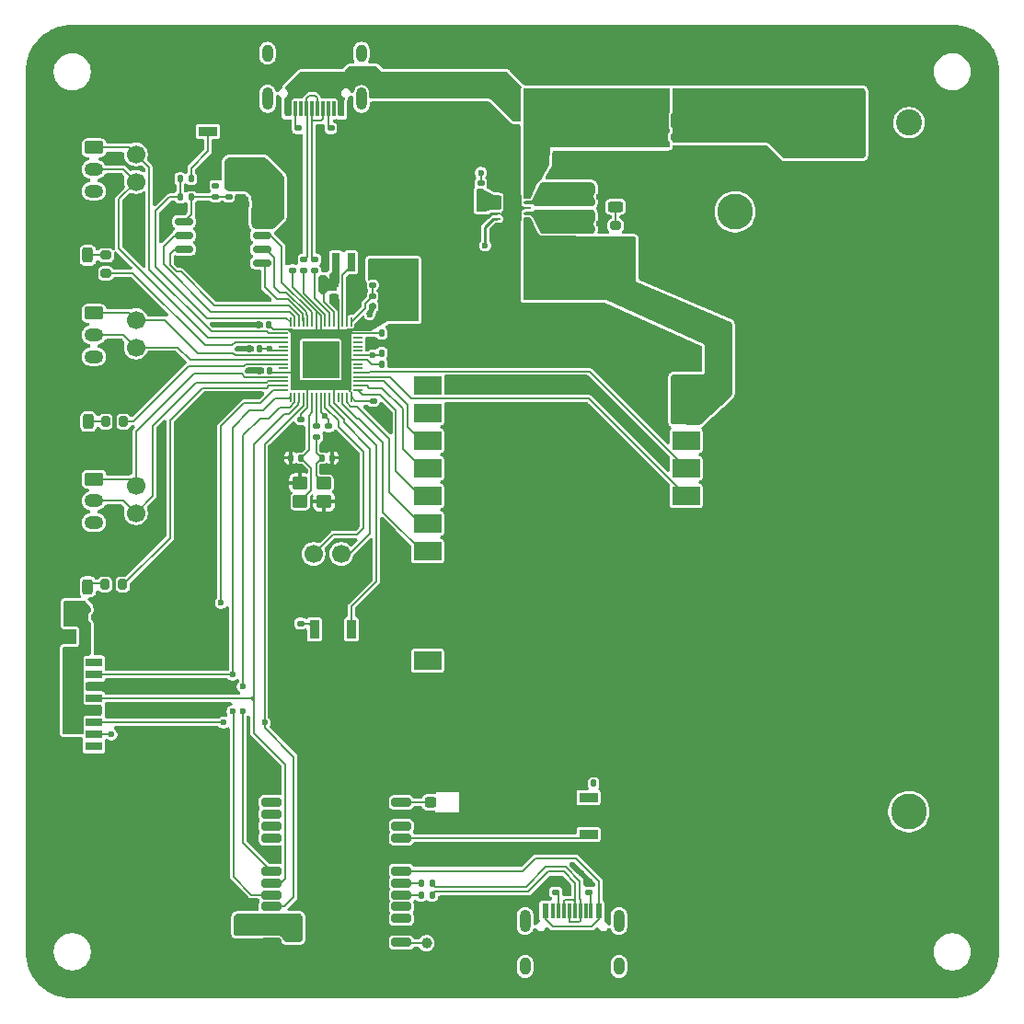
<source format=gtl>
%TF.GenerationSoftware,KiCad,Pcbnew,9.0.2*%
%TF.CreationDate,2026-01-30T17:13:30-08:00*%
%TF.ProjectId,BLV_PCB,424c565f-5043-4422-9e6b-696361645f70,rev?*%
%TF.SameCoordinates,Original*%
%TF.FileFunction,Copper,L1,Top*%
%TF.FilePolarity,Positive*%
%FSLAX46Y46*%
G04 Gerber Fmt 4.6, Leading zero omitted, Abs format (unit mm)*
G04 Created by KiCad (PCBNEW 9.0.2) date 2026-01-30 17:13:30*
%MOMM*%
%LPD*%
G01*
G04 APERTURE LIST*
G04 Aperture macros list*
%AMRoundRect*
0 Rectangle with rounded corners*
0 $1 Rounding radius*
0 $2 $3 $4 $5 $6 $7 $8 $9 X,Y pos of 4 corners*
0 Add a 4 corners polygon primitive as box body*
4,1,4,$2,$3,$4,$5,$6,$7,$8,$9,$2,$3,0*
0 Add four circle primitives for the rounded corners*
1,1,$1+$1,$2,$3*
1,1,$1+$1,$4,$5*
1,1,$1+$1,$6,$7*
1,1,$1+$1,$8,$9*
0 Add four rect primitives between the rounded corners*
20,1,$1+$1,$2,$3,$4,$5,0*
20,1,$1+$1,$4,$5,$6,$7,0*
20,1,$1+$1,$6,$7,$8,$9,0*
20,1,$1+$1,$8,$9,$2,$3,0*%
%AMFreePoly0*
4,1,21,-0.125000,1.200000,0.125000,1.200000,0.125000,1.700000,0.375000,1.700000,0.375000,1.200000,0.825000,1.200000,0.825000,-1.200000,0.375000,-1.200000,0.375000,-1.700000,0.125000,-1.700000,0.125000,-1.200000,-0.125000,-1.200000,-0.125000,-1.700000,-0.375000,-1.700000,-0.375000,-1.200000,-0.825000,-1.200000,-0.825000,1.200000,-0.375000,1.200000,-0.375000,1.700000,-0.125000,1.700000,
-0.125000,1.200000,-0.125000,1.200000,$1*%
G04 Aperture macros list end*
%TA.AperFunction,SMDPad,CuDef*%
%ADD10C,1.000000*%
%TD*%
%TA.AperFunction,SMDPad,CuDef*%
%ADD11R,2.500000X1.700000*%
%TD*%
%TA.AperFunction,SMDPad,CuDef*%
%ADD12R,1.700000X2.500000*%
%TD*%
%TA.AperFunction,SMDPad,CuDef*%
%ADD13RoundRect,0.250000X-0.275000X-0.250000X0.275000X-0.250000X0.275000X0.250000X-0.275000X0.250000X0*%
%TD*%
%TA.AperFunction,SMDPad,CuDef*%
%ADD14RoundRect,0.250000X-0.850000X-0.275000X0.850000X-0.275000X0.850000X0.275000X-0.850000X0.275000X0*%
%TD*%
%TA.AperFunction,SMDPad,CuDef*%
%ADD15RoundRect,0.225000X0.225000X0.250000X-0.225000X0.250000X-0.225000X-0.250000X0.225000X-0.250000X0*%
%TD*%
%TA.AperFunction,SMDPad,CuDef*%
%ADD16R,4.000000X1.300000*%
%TD*%
%TA.AperFunction,SMDPad,CuDef*%
%ADD17RoundRect,0.200000X0.700000X0.200000X-0.700000X0.200000X-0.700000X-0.200000X0.700000X-0.200000X0*%
%TD*%
%TA.AperFunction,SMDPad,CuDef*%
%ADD18RoundRect,0.200000X0.275000X-0.200000X0.275000X0.200000X-0.275000X0.200000X-0.275000X-0.200000X0*%
%TD*%
%TA.AperFunction,SMDPad,CuDef*%
%ADD19RoundRect,0.140000X-0.140000X-0.170000X0.140000X-0.170000X0.140000X0.170000X-0.140000X0.170000X0*%
%TD*%
%TA.AperFunction,SMDPad,CuDef*%
%ADD20RoundRect,0.225000X-0.225000X-0.250000X0.225000X-0.250000X0.225000X0.250000X-0.225000X0.250000X0*%
%TD*%
%TA.AperFunction,SMDPad,CuDef*%
%ADD21RoundRect,0.140000X0.140000X0.170000X-0.140000X0.170000X-0.140000X-0.170000X0.140000X-0.170000X0*%
%TD*%
%TA.AperFunction,SMDPad,CuDef*%
%ADD22RoundRect,0.140000X-0.170000X0.140000X-0.170000X-0.140000X0.170000X-0.140000X0.170000X0.140000X0*%
%TD*%
%TA.AperFunction,SMDPad,CuDef*%
%ADD23R,1.700000X0.900000*%
%TD*%
%TA.AperFunction,SMDPad,CuDef*%
%ADD24R,1.500000X0.800000*%
%TD*%
%TA.AperFunction,SMDPad,CuDef*%
%ADD25R,2.000000X1.450000*%
%TD*%
%TA.AperFunction,ComponentPad*%
%ADD26RoundRect,0.250000X-0.625000X0.350000X-0.625000X-0.350000X0.625000X-0.350000X0.625000X0.350000X0*%
%TD*%
%TA.AperFunction,ComponentPad*%
%ADD27O,1.750000X1.200000*%
%TD*%
%TA.AperFunction,SMDPad,CuDef*%
%ADD28RoundRect,0.135000X0.135000X0.185000X-0.135000X0.185000X-0.135000X-0.185000X0.135000X-0.185000X0*%
%TD*%
%TA.AperFunction,SMDPad,CuDef*%
%ADD29RoundRect,0.243750X-0.243750X-0.456250X0.243750X-0.456250X0.243750X0.456250X-0.243750X0.456250X0*%
%TD*%
%TA.AperFunction,SMDPad,CuDef*%
%ADD30R,0.900000X1.700000*%
%TD*%
%TA.AperFunction,SMDPad,CuDef*%
%ADD31RoundRect,0.135000X-0.135000X-0.185000X0.135000X-0.185000X0.135000X0.185000X-0.135000X0.185000X0*%
%TD*%
%TA.AperFunction,ComponentPad*%
%ADD32R,1.700000X1.700000*%
%TD*%
%TA.AperFunction,ComponentPad*%
%ADD33C,1.700000*%
%TD*%
%TA.AperFunction,SMDPad,CuDef*%
%ADD34RoundRect,0.135000X-0.185000X0.135000X-0.185000X-0.135000X0.185000X-0.135000X0.185000X0.135000X0*%
%TD*%
%TA.AperFunction,SMDPad,CuDef*%
%ADD35RoundRect,0.135000X0.185000X-0.135000X0.185000X0.135000X-0.185000X0.135000X-0.185000X-0.135000X0*%
%TD*%
%TA.AperFunction,SMDPad,CuDef*%
%ADD36RoundRect,0.140000X0.170000X-0.140000X0.170000X0.140000X-0.170000X0.140000X-0.170000X-0.140000X0*%
%TD*%
%TA.AperFunction,SMDPad,CuDef*%
%ADD37RoundRect,0.150000X0.150000X-0.587500X0.150000X0.587500X-0.150000X0.587500X-0.150000X-0.587500X0*%
%TD*%
%TA.AperFunction,SMDPad,CuDef*%
%ADD38RoundRect,0.200000X0.200000X0.275000X-0.200000X0.275000X-0.200000X-0.275000X0.200000X-0.275000X0*%
%TD*%
%TA.AperFunction,SMDPad,CuDef*%
%ADD39RoundRect,0.050000X-0.350000X-0.050000X0.350000X-0.050000X0.350000X0.050000X-0.350000X0.050000X0*%
%TD*%
%TA.AperFunction,SMDPad,CuDef*%
%ADD40RoundRect,0.050000X-0.050000X-0.350000X0.050000X-0.350000X0.050000X0.350000X-0.050000X0.350000X0*%
%TD*%
%TA.AperFunction,HeatsinkPad*%
%ADD41R,3.400000X3.400000*%
%TD*%
%TA.AperFunction,SMDPad,CuDef*%
%ADD42R,0.600000X1.450000*%
%TD*%
%TA.AperFunction,SMDPad,CuDef*%
%ADD43R,0.300000X1.450000*%
%TD*%
%TA.AperFunction,HeatsinkPad*%
%ADD44O,1.000000X2.100000*%
%TD*%
%TA.AperFunction,HeatsinkPad*%
%ADD45O,1.000000X1.600000*%
%TD*%
%TA.AperFunction,SMDPad,CuDef*%
%ADD46RoundRect,0.162500X-0.650000X-0.162500X0.650000X-0.162500X0.650000X0.162500X-0.650000X0.162500X0*%
%TD*%
%TA.AperFunction,SMDPad,CuDef*%
%ADD47RoundRect,0.150000X-0.150000X0.587500X-0.150000X-0.587500X0.150000X-0.587500X0.150000X0.587500X0*%
%TD*%
%TA.AperFunction,ComponentPad*%
%ADD48C,3.300000*%
%TD*%
%TA.AperFunction,ComponentPad*%
%ADD49C,2.400000*%
%TD*%
%TA.AperFunction,ComponentPad*%
%ADD50O,3.500000X2.500000*%
%TD*%
%TA.AperFunction,SMDPad,CuDef*%
%ADD51R,0.700000X1.700000*%
%TD*%
%TA.AperFunction,SMDPad,CuDef*%
%ADD52RoundRect,0.250000X-0.450000X-0.350000X0.450000X-0.350000X0.450000X0.350000X-0.450000X0.350000X0*%
%TD*%
%TA.AperFunction,SMDPad,CuDef*%
%ADD53RoundRect,0.060000X0.240000X0.060000X-0.240000X0.060000X-0.240000X-0.060000X0.240000X-0.060000X0*%
%TD*%
%TA.AperFunction,SMDPad,CuDef*%
%ADD54FreePoly0,180.000000*%
%TD*%
%TA.AperFunction,SMDPad,CuDef*%
%ADD55RoundRect,0.250000X0.250000X0.475000X-0.250000X0.475000X-0.250000X-0.475000X0.250000X-0.475000X0*%
%TD*%
%TA.AperFunction,SMDPad,CuDef*%
%ADD56RoundRect,0.243750X-0.456250X0.243750X-0.456250X-0.243750X0.456250X-0.243750X0.456250X0.243750X0*%
%TD*%
%TA.AperFunction,ViaPad*%
%ADD57C,0.600000*%
%TD*%
%TA.AperFunction,ViaPad*%
%ADD58C,0.700000*%
%TD*%
%TA.AperFunction,Conductor*%
%ADD59C,0.200000*%
%TD*%
%TA.AperFunction,Conductor*%
%ADD60C,0.156500*%
%TD*%
%TA.AperFunction,Conductor*%
%ADD61C,0.150000*%
%TD*%
%TA.AperFunction,Conductor*%
%ADD62C,0.250000*%
%TD*%
G04 APERTURE END LIST*
D10*
%TO.P,TP3,1,1*%
%TO.N,+3V3*%
X178000000Y-64250000D03*
%TD*%
D11*
%TO.P,U5,1,GND*%
%TO.N,GND*%
X191008225Y-101264000D03*
%TO.P,U5,2,GND*%
X191008225Y-98724000D03*
%TO.P,U5,3,GND*%
X191008225Y-96184000D03*
%TO.P,U5,4,GND*%
X191008225Y-88614000D03*
%TO.P,U5,5,GND*%
X191008225Y-86074000D03*
%TO.P,U5,6,RXEN*%
%TO.N,/MCU/RF_RXEN*%
X191008225Y-83534000D03*
%TO.P,U5,7,TXEN*%
%TO.N,/MCU/RF_TXEN*%
X191008225Y-80994000D03*
%TO.P,U5,8,DI02*%
%TO.N,unconnected-(U5-DI02-Pad8)*%
X191008225Y-78454000D03*
%TO.P,U5,9,VCC*%
%TO.N,+3V3*%
X191008225Y-75914000D03*
%TO.P,U5,10,VCC*%
X191008225Y-73374000D03*
%TO.P,U5,11,GND*%
%TO.N,GND*%
X191008225Y-70834000D03*
D12*
%TO.P,U5,12,GND*%
X185458225Y-68324000D03*
%TO.P,U5,13,NC*%
X182918225Y-68324000D03*
%TO.P,U5,14,DIO3*%
X180378225Y-68324000D03*
%TO.P,U5,15,DIO4*%
X177838225Y-68324000D03*
%TO.P,U5,16,DIO5*%
X175298225Y-68324000D03*
%TO.P,U5,17,GND*%
X172758225Y-68324000D03*
D11*
%TO.P,U5,18,GND*%
X167208225Y-70834000D03*
%TO.P,U5,19,DIO1*%
%TO.N,unconnected-(U5-DIO1-Pad19)*%
X167208225Y-73374000D03*
%TO.P,U5,20,DIO0*%
%TO.N,unconnected-(U5-DIO0-Pad20)*%
X167208225Y-75914000D03*
%TO.P,U5,21,NRST*%
%TO.N,/MCU/RF_RST*%
X167208225Y-78454000D03*
%TO.P,U5,22,MISO*%
%TO.N,/MCU/RF_SPI_MISO*%
X167208225Y-80994000D03*
%TO.P,U5,23,MOSI*%
%TO.N,/MCU/RF_SPI_MOSI*%
X167208225Y-83534000D03*
%TO.P,U5,24,SCLK*%
%TO.N,/MCU/RF_SPI_SCK*%
X167208225Y-86074000D03*
%TO.P,U5,25,NSS*%
%TO.N,/MCU/RF_SPI_CS*%
X167208225Y-88614000D03*
%TO.P,U5,26,GND*%
%TO.N,GND*%
X167208225Y-96184000D03*
%TO.P,U5,27,ANT*%
%TO.N,unconnected-(U5-ANT-Pad27)*%
X167208225Y-98724000D03*
%TO.P,U5,28,GND*%
%TO.N,GND*%
X167208225Y-101264000D03*
%TD*%
D13*
%TO.P,J12,1,In*%
%TO.N,/GNSS & MicroSD/GNSS_ANT*%
X167450000Y-111750000D03*
D14*
%TO.P,J12,2,Ext*%
%TO.N,GND*%
X168975000Y-110275000D03*
X168975000Y-113225000D03*
%TD*%
D15*
%TO.P,C21,2*%
%TO.N,GND*%
X175125000Y-60500000D03*
%TO.P,C21,1*%
%TO.N,+3V3*%
X176675000Y-60500000D03*
%TD*%
D16*
%TO.P,L2,1,1*%
%TO.N,/Power/L1*%
X179900000Y-55700000D03*
%TO.P,L2,2,2*%
%TO.N,/Power/L2*%
X179900000Y-58400000D03*
%TD*%
D17*
%TO.P,U6,1,~{SAFEBOOT}*%
%TO.N,Net-(U6-~{SAFEBOOT})*%
X164800000Y-124650000D03*
%TO.P,U6,2,D_SEL*%
%TO.N,GND*%
X164800000Y-123550000D03*
%TO.P,U6,3,TIMEPULSE*%
%TO.N,unconnected-(U6-TIMEPULSE-Pad3)*%
X164800000Y-122450000D03*
%TO.P,U6,4,EXTINT*%
%TO.N,unconnected-(U6-EXTINT-Pad4)*%
X164800000Y-121350000D03*
%TO.P,U6,5,USB_DM*%
%TO.N,/GNSS & MicroSD/USB2_DM*%
X164800000Y-120250000D03*
%TO.P,U6,6,USB_DP*%
%TO.N,/GNSS & MicroSD/USB2_DP*%
X164800000Y-119150000D03*
%TO.P,U6,7,VDD_USB*%
%TO.N,/GNSS & MicroSD/VDD_USB*%
X164800000Y-118050000D03*
%TO.P,U6,8,~{RESET}*%
%TO.N,/GNSS & MicroSD/GNSS_RST*%
X164800000Y-115050000D03*
%TO.P,U6,9,VCC_RF*%
%TO.N,unconnected-(U6-VCC_RF-Pad9)*%
X164800000Y-113950000D03*
%TO.P,U6,10,GND*%
%TO.N,GND*%
X164800000Y-112850000D03*
%TO.P,U6,11,RF_IN*%
%TO.N,/GNSS & MicroSD/GNSS_ANT*%
X164800000Y-111750000D03*
%TO.P,U6,12,GND*%
%TO.N,GND*%
X164800000Y-110650000D03*
%TO.P,U6,13,GND*%
X152800000Y-110650000D03*
%TO.P,U6,14,LNA_EN*%
%TO.N,unconnected-(U6-LNA_EN-Pad14)*%
X152800000Y-111750000D03*
%TO.P,U6,15,RESERVED*%
%TO.N,unconnected-(U6-RESERVED-Pad15)*%
X152800000Y-112850000D03*
%TO.P,U6,16,RESERVED*%
%TO.N,unconnected-(U6-RESERVED-Pad16)*%
X152800000Y-113950000D03*
%TO.P,U6,17,RESERVED*%
%TO.N,unconnected-(U6-RESERVED-Pad17)*%
X152800000Y-115050000D03*
%TO.P,U6,18,SDA/~{SPI_CS}*%
%TO.N,/GNSS & MicroSD/SPI_CS0*%
X152800000Y-118050000D03*
%TO.P,U6,19,SCL/SPI_CLK*%
%TO.N,/GNSS & MicroSD/SPI_SCK*%
X152800000Y-119150000D03*
%TO.P,U6,20,TXD/SPI_MISO*%
%TO.N,/GNSS & MicroSD/SPI_MISO*%
X152800000Y-120250000D03*
%TO.P,U6,21,RXD/SPI_MOSI*%
%TO.N,/GNSS & MicroSD/SPI_MOSI*%
X152800000Y-121350000D03*
%TO.P,U6,22,V_BCKP*%
%TO.N,+3V3*%
X152800000Y-122450000D03*
%TO.P,U6,23,VCC*%
X152800000Y-123550000D03*
%TO.P,U6,24,GND*%
%TO.N,GND*%
X152800000Y-124650000D03*
%TD*%
D18*
%TO.P,R11,1*%
%TO.N,+3V3*%
X184500000Y-60325000D03*
%TO.P,R11,2*%
%TO.N,/Power/3V3_LED*%
X184500000Y-58675000D03*
%TD*%
D19*
%TO.P,C1,1*%
%TO.N,GND*%
X154595000Y-80050000D03*
%TO.P,C1,2*%
%TO.N,/MCU/XIN*%
X155555000Y-80050000D03*
%TD*%
D20*
%TO.P,C5,1*%
%TO.N,+1V1*%
X158625000Y-63940000D03*
%TO.P,C5,2*%
%TO.N,GND*%
X160175000Y-63940000D03*
%TD*%
D19*
%TO.P,C14,1*%
%TO.N,+3V3*%
X162995000Y-71400000D03*
%TO.P,C14,2*%
%TO.N,GND*%
X163955000Y-71400000D03*
%TD*%
D21*
%TO.P,C6,1*%
%TO.N,+1V1*%
X151755000Y-70000000D03*
%TO.P,C6,2*%
%TO.N,GND*%
X150795000Y-70000000D03*
%TD*%
D22*
%TO.P,C12,1*%
%TO.N,+3V3*%
X155575000Y-76520000D03*
%TO.P,C12,2*%
%TO.N,GND*%
X155575000Y-77480000D03*
%TD*%
%TO.P,C20,1*%
%TO.N,/Power/3V3_EN*%
X172100000Y-56900000D03*
%TO.P,C20,2*%
%TO.N,GND*%
X172100000Y-57860000D03*
%TD*%
D23*
%TO.P,SW1,1,1*%
%TO.N,GND*%
X147000000Y-46600000D03*
%TO.P,SW1,2,2*%
%TO.N,/MCU/~{USB_BOOT}*%
X147000000Y-50000000D03*
%TD*%
D24*
%TO.P,J11,1,DAT2*%
%TO.N,unconnected-(J11-DAT2-Pad1)*%
X136500000Y-106575000D03*
%TO.P,J11,2,DAT3/CD*%
%TO.N,/GNSS & MicroSD/SPI_CS1*%
X136500000Y-105475000D03*
%TO.P,J11,3,CMD*%
%TO.N,/GNSS & MicroSD/SPI_MOSI*%
X136500000Y-104375000D03*
%TO.P,J11,4,VDD*%
%TO.N,+3V3*%
X136500000Y-103275000D03*
%TO.P,J11,5,CLK*%
%TO.N,/GNSS & MicroSD/SPI_SCK*%
X136500000Y-102175000D03*
%TO.P,J11,6,VSS*%
%TO.N,GND*%
X136500000Y-101075000D03*
%TO.P,J11,7,DAT0*%
%TO.N,/GNSS & MicroSD/SPI_MISO*%
X136500000Y-99975000D03*
%TO.P,J11,8,DAT1*%
%TO.N,unconnected-(J11-DAT1-Pad8)*%
X136500000Y-98875000D03*
D25*
%TO.P,J11,9,SHIELD*%
%TO.N,GND*%
X133900000Y-110250000D03*
X142200000Y-110250000D03*
X133900000Y-96500000D03*
X142200000Y-96500000D03*
%TD*%
D26*
%TO.P,J3,1,Pin_1*%
%TO.N,/Cube2_UART_TX*%
X136500000Y-82000000D03*
D27*
%TO.P,J3,2,Pin_2*%
%TO.N,/Cube2_UART_RX*%
X136500000Y-84000000D03*
%TO.P,J3,3,Pin_3*%
%TO.N,unconnected-(J3-Pin_3-Pad3)*%
X136500000Y-86000000D03*
%TO.P,J3,4,Pin_4*%
%TO.N,GND*%
X136500000Y-88000000D03*
%TD*%
D26*
%TO.P,J2,1,Pin_1*%
%TO.N,/Cube1_UART_TX*%
X136500000Y-66740000D03*
D27*
%TO.P,J2,2,Pin_2*%
%TO.N,/Cube1_UART_RX*%
X136500000Y-68740000D03*
%TO.P,J2,3,Pin_3*%
%TO.N,unconnected-(J2-Pin_3-Pad3)*%
X136500000Y-70740000D03*
%TO.P,J2,4,Pin_4*%
%TO.N,GND*%
X136500000Y-72740000D03*
%TD*%
D15*
%TO.P,C19,1*%
%TO.N,/Power/Vin*%
X176675000Y-53050000D03*
%TO.P,C19,2*%
%TO.N,GND*%
X175125000Y-53050000D03*
%TD*%
D22*
%TO.P,C7,1*%
%TO.N,+1V1*%
X158075000Y-77140000D03*
%TO.P,C7,2*%
%TO.N,GND*%
X158075000Y-78100000D03*
%TD*%
D28*
%TO.P,R23,1*%
%TO.N,GND*%
X183510000Y-110000000D03*
%TO.P,R23,2*%
%TO.N,/GNSS & MicroSD/GNSS_RST_R*%
X182490000Y-110000000D03*
%TD*%
D29*
%TO.P,D2,1,K*%
%TO.N,GND*%
X134125000Y-76700000D03*
%TO.P,D2,2,A*%
%TO.N,/MCU/Cube1_LED_R*%
X136000000Y-76700000D03*
%TD*%
D30*
%TO.P,SW2,1,1*%
%TO.N,/MCU/SW_RUN_R*%
X156800000Y-95800000D03*
%TO.P,SW2,2,2*%
%TO.N,+3V3*%
X160200000Y-95800000D03*
%TD*%
D28*
%TO.P,R7,1*%
%TO.N,/MCU/~{USB_BOOT}*%
X145441668Y-54353894D03*
%TO.P,R7,2*%
%TO.N,/MCU/QSPI_SS*%
X144421668Y-54353894D03*
%TD*%
D31*
%TO.P,R2,1*%
%TO.N,/MCU/QSPI_SS*%
X144431668Y-56053894D03*
%TO.P,R2,2*%
%TO.N,/MCU/FLASH_SS*%
X145451668Y-56053894D03*
%TD*%
D21*
%TO.P,C11,1*%
%TO.N,+3V3*%
X152675000Y-72000000D03*
%TO.P,C11,2*%
%TO.N,GND*%
X151715000Y-72000000D03*
%TD*%
D32*
%TO.P,J6,1,Pin_1*%
%TO.N,GND*%
X140350000Y-87660000D03*
D33*
%TO.P,J6,2,Pin_2*%
%TO.N,/Cube2_UART_RX*%
X140350000Y-85120000D03*
%TO.P,J6,3,Pin_3*%
%TO.N,/Cube2_UART_TX*%
X140350000Y-82580000D03*
%TD*%
D34*
%TO.P,R8,1*%
%TO.N,USB_D+*%
X155825000Y-61790000D03*
%TO.P,R8,2*%
%TO.N,/MCU/MCU_USB_DP*%
X155825000Y-62810000D03*
%TD*%
D35*
%TO.P,R17,1*%
%TO.N,/Power/Vin*%
X177700000Y-46410000D03*
%TO.P,R17,2*%
%TO.N,GND*%
X177700000Y-45390000D03*
%TD*%
%TO.P,R18,1*%
%TO.N,/Power/Vin*%
X187500000Y-46510000D03*
%TO.P,R18,2*%
%TO.N,GND*%
X187500000Y-45490000D03*
%TD*%
D36*
%TO.P,C16,1*%
%TO.N,+3V3*%
X154775000Y-62780000D03*
%TO.P,C16,2*%
%TO.N,GND*%
X154775000Y-61820000D03*
%TD*%
D21*
%TO.P,C18,1*%
%TO.N,+BATT*%
X189830000Y-50500000D03*
%TO.P,C18,2*%
%TO.N,/Power/Vin*%
X188870000Y-50500000D03*
%TD*%
D37*
%TO.P,Q2,1,G*%
%TO.N,/Power/Vin*%
X188000000Y-49000000D03*
%TO.P,Q2,2,S*%
%TO.N,+BATT*%
X189900000Y-49000000D03*
%TO.P,Q2,3,D*%
%TO.N,/Power/Vin*%
X188950000Y-47125000D03*
%TD*%
D21*
%TO.P,C3,1*%
%TO.N,+3V3*%
X151460000Y-56700000D03*
%TO.P,C3,2*%
%TO.N,GND*%
X150500000Y-56700000D03*
%TD*%
D22*
%TO.P,C8,1*%
%TO.N,/MCU/VREG_AVDD*%
X162175000Y-65160000D03*
%TO.P,C8,2*%
%TO.N,GND*%
X162175000Y-66120000D03*
%TD*%
D35*
%TO.P,R5,1*%
%TO.N,GND*%
X155500000Y-96300000D03*
%TO.P,R5,2*%
%TO.N,/MCU/SW_RUN_R*%
X155500000Y-95280000D03*
%TD*%
D10*
%TO.P,TP1,1,1*%
%TO.N,Net-(U6-~{SAFEBOOT})*%
X167100000Y-124700000D03*
%TD*%
D34*
%TO.P,R3,1*%
%TO.N,+3V3*%
X148900000Y-54990000D03*
%TO.P,R3,2*%
%TO.N,/MCU/FLASH_SS*%
X148900000Y-56010000D03*
%TD*%
D38*
%TO.P,R13,1*%
%TO.N,/MCU/Cube1_LED*%
X139225000Y-76700000D03*
%TO.P,R13,2*%
%TO.N,/MCU/Cube1_LED_R*%
X137575000Y-76700000D03*
%TD*%
%TO.P,R14,1*%
%TO.N,/MCU/Cube2_LED*%
X139150000Y-91700000D03*
%TO.P,R14,2*%
%TO.N,/MCU/Cube2_LED_R*%
X137500000Y-91700000D03*
%TD*%
D39*
%TO.P,U2,1,IOVDD*%
%TO.N,+3V3*%
X153925000Y-68200000D03*
%TO.P,U2,2,GPIO0*%
%TO.N,/Cube0_UART_TX*%
X153925000Y-68600000D03*
%TO.P,U2,3,GPIO1*%
%TO.N,/Cube0_UART_RX*%
X153925000Y-69000000D03*
%TO.P,U2,4,GPIO2*%
%TO.N,/MCU/Cube0_LED*%
X153925000Y-69400000D03*
%TO.P,U2,5,GPIO3*%
%TO.N,unconnected-(U2-GPIO3-Pad5)*%
X153925000Y-69800000D03*
%TO.P,U2,6,DVDD*%
%TO.N,+1V1*%
X153925000Y-70200000D03*
%TO.P,U2,7,GPIO4*%
%TO.N,/Cube1_UART_TX*%
X153925000Y-70600000D03*
%TO.P,U2,8,GPIO5*%
%TO.N,/Cube1_UART_RX*%
X153925000Y-71000000D03*
%TO.P,U2,9,GPIO6*%
%TO.N,/MCU/Cube1_LED*%
X153925000Y-71400000D03*
%TO.P,U2,10,GPIO7*%
%TO.N,unconnected-(U2-GPIO7-Pad10)*%
X153925000Y-71800000D03*
%TO.P,U2,11,IOVDD*%
%TO.N,+3V3*%
X153925000Y-72200000D03*
%TO.P,U2,12,GPIO8*%
%TO.N,/Cube2_UART_TX*%
X153925000Y-72600000D03*
%TO.P,U2,13,GPIO9*%
%TO.N,/Cube2_UART_RX*%
X153925000Y-73000000D03*
%TO.P,U2,14,GPIO10*%
%TO.N,/MCU/Cube2_LED*%
X153925000Y-73400000D03*
%TO.P,U2,15,GPIO11*%
%TO.N,/GNSS & MicroSD/SPI_CS1*%
X153925000Y-73800000D03*
D40*
%TO.P,U2,16,GPIO12*%
%TO.N,/GNSS & MicroSD/SPI_MISO*%
X154575000Y-74450000D03*
%TO.P,U2,17,GPIO13*%
%TO.N,/GNSS & MicroSD/SPI_CS0*%
X154975000Y-74450000D03*
%TO.P,U2,18,GPIO14*%
%TO.N,/GNSS & MicroSD/SPI_SCK*%
X155375000Y-74450000D03*
%TO.P,U2,19,GPIO15*%
%TO.N,/GNSS & MicroSD/SPI_MOSI*%
X155775000Y-74450000D03*
%TO.P,U2,20,IOVDD*%
%TO.N,+3V3*%
X156175000Y-74450000D03*
%TO.P,U2,21,XIN*%
%TO.N,/MCU/XIN*%
X156575000Y-74450000D03*
%TO.P,U2,22,XOUT*%
%TO.N,/MCU/XOUT*%
X156975000Y-74450000D03*
%TO.P,U2,23,DVDD*%
%TO.N,+1V1*%
X157375000Y-74450000D03*
%TO.P,U2,24,SWCLK*%
%TO.N,/MCU/SWCLK*%
X157775000Y-74450000D03*
%TO.P,U2,25,SWD*%
%TO.N,/MCU/SWD*%
X158175000Y-74450000D03*
%TO.P,U2,26,RUN*%
%TO.N,+3V3*%
X158575000Y-74450000D03*
%TO.P,U2,27,GPIO16*%
%TO.N,unconnected-(U2-GPIO16-Pad27)*%
X158975000Y-74450000D03*
%TO.P,U2,28,GPIO17*%
%TO.N,/MCU/RF_SPI_CS*%
X159375000Y-74450000D03*
%TO.P,U2,29,GPIO18*%
%TO.N,/MCU/RF_SPI_SCK*%
X159775000Y-74450000D03*
%TO.P,U2,30,IOVDD*%
%TO.N,+3V3*%
X160175000Y-74450000D03*
D39*
%TO.P,U2,31,GPIO19*%
%TO.N,/MCU/RF_SPI_MOSI*%
X160825000Y-73800000D03*
%TO.P,U2,32,GPIO20*%
%TO.N,/MCU/RF_SPI_MISO*%
X160825000Y-73400000D03*
%TO.P,U2,33,GPIO21*%
%TO.N,/MCU/RF_RST*%
X160825000Y-73000000D03*
%TO.P,U2,34,GPIO22*%
%TO.N,/MCU/RF_RXEN*%
X160825000Y-72600000D03*
%TO.P,U2,35,GPIO23*%
%TO.N,/MCU/RF_TXEN*%
X160825000Y-72200000D03*
%TO.P,U2,36,GPIO24*%
%TO.N,unconnected-(U2-GPIO24-Pad36)*%
X160825000Y-71800000D03*
%TO.P,U2,37,GPIO25*%
%TO.N,unconnected-(U2-GPIO25-Pad37)*%
X160825000Y-71400000D03*
%TO.P,U2,38,IOVDD*%
%TO.N,+3V3*%
X160825000Y-71000000D03*
%TO.P,U2,39,DVDD*%
%TO.N,+1V1*%
X160825000Y-70600000D03*
%TO.P,U2,40,GPIO26_ADC0*%
%TO.N,unconnected-(U2-GPIO26_ADC0-Pad40)*%
X160825000Y-70200000D03*
%TO.P,U2,41,GPIO27_ADC1*%
%TO.N,unconnected-(U2-GPIO27_ADC1-Pad41)*%
X160825000Y-69800000D03*
%TO.P,U2,42,GPIO28_ADC2*%
%TO.N,unconnected-(U2-GPIO28_ADC2-Pad42)*%
X160825000Y-69400000D03*
%TO.P,U2,43,GPIO29_ADC3*%
%TO.N,unconnected-(U2-GPIO29_ADC3-Pad43)*%
X160825000Y-69000000D03*
%TO.P,U2,44,ADC_AVDD*%
%TO.N,+3V3*%
X160825000Y-68600000D03*
%TO.P,U2,45,IOVDD*%
X160825000Y-68200000D03*
D40*
%TO.P,U2,46,VREG_AVDD*%
%TO.N,/MCU/VREG_AVDD*%
X160175000Y-67550000D03*
%TO.P,U2,47,VREG_PGND*%
%TO.N,GND*%
X159775000Y-67550000D03*
%TO.P,U2,48,VREG_LX*%
%TO.N,/MCU/VREG_LX*%
X159375000Y-67550000D03*
%TO.P,U2,49,VREG_VIN*%
%TO.N,+3V3*%
X158975000Y-67550000D03*
%TO.P,U2,50,VREG_FB*%
%TO.N,+1V1*%
X158575000Y-67550000D03*
%TO.P,U2,51,USB_DM*%
%TO.N,/MCU/MCU_USB_DM*%
X158175000Y-67550000D03*
%TO.P,U2,52,USB_DP*%
%TO.N,/MCU/MCU_USB_DP*%
X157775000Y-67550000D03*
%TO.P,U2,53,USB_OTP_VDD*%
%TO.N,+3V3*%
X157375000Y-67550000D03*
%TO.P,U2,54,QSPI_IOVDD*%
X156975000Y-67550000D03*
%TO.P,U2,55,QSPI_SD3*%
%TO.N,/MCU/QSPI_SD3*%
X156575000Y-67550000D03*
%TO.P,U2,56,QSPI_SCLK*%
%TO.N,/MCU/QSPI_SCLK*%
X156175000Y-67550000D03*
%TO.P,U2,57,QSPI_SD0*%
%TO.N,/MCU/QSPI_SD0*%
X155775000Y-67550000D03*
%TO.P,U2,58,QSPI_SD2*%
%TO.N,/MCU/QSPI_SD2*%
X155375000Y-67550000D03*
%TO.P,U2,59,QSPI_SD1*%
%TO.N,/MCU/QSPI_SD1*%
X154975000Y-67550000D03*
%TO.P,U2,60,QSPI_SS*%
%TO.N,/MCU/QSPI_SS*%
X154575000Y-67550000D03*
D41*
%TO.P,U2,61,GND*%
%TO.N,GND*%
X157375000Y-71000000D03*
%TD*%
D42*
%TO.P,J10,A1,GND*%
%TO.N,GND*%
X177250000Y-121755000D03*
%TO.P,J10,A4,VBUS*%
%TO.N,/GNSS & MicroSD/VDD_USB*%
X178050000Y-121755000D03*
D43*
%TO.P,J10,A5,CC1*%
%TO.N,/GNSS & MicroSD/USB2_CC1*%
X179250000Y-121755000D03*
%TO.P,J10,A6,D+*%
%TO.N,/GNSS & MicroSD/USB2_D+*%
X180250000Y-121755000D03*
%TO.P,J10,A7,D-*%
%TO.N,/GNSS & MicroSD/USB2_D-*%
X180750000Y-121755000D03*
%TO.P,J10,A8,SBU1*%
%TO.N,unconnected-(J10-SBU1-PadA8)*%
X181750000Y-121755000D03*
D42*
%TO.P,J10,A9,VBUS*%
%TO.N,/GNSS & MicroSD/VDD_USB*%
X182950000Y-121755000D03*
%TO.P,J10,A12,GND*%
%TO.N,GND*%
X183750000Y-121755000D03*
%TO.P,J10,B1,GND*%
X183750000Y-121755000D03*
%TO.P,J10,B4,VBUS*%
%TO.N,/GNSS & MicroSD/VDD_USB*%
X182950000Y-121755000D03*
D43*
%TO.P,J10,B5,CC2*%
%TO.N,/GNSS & MicroSD/USB2_CC2*%
X182250000Y-121755000D03*
%TO.P,J10,B6,D+*%
%TO.N,/GNSS & MicroSD/USB2_D+*%
X181250000Y-121755000D03*
%TO.P,J10,B7,D-*%
%TO.N,/GNSS & MicroSD/USB2_D-*%
X179750000Y-121755000D03*
%TO.P,J10,B8,SBU2*%
%TO.N,unconnected-(J10-SBU2-PadB8)*%
X178750000Y-121755000D03*
D42*
%TO.P,J10,B9,VBUS*%
%TO.N,/GNSS & MicroSD/VDD_USB*%
X178050000Y-121755000D03*
%TO.P,J10,B12,GND*%
%TO.N,GND*%
X177250000Y-121755000D03*
D44*
%TO.P,J10,S1,SHIELD*%
%TO.N,unconnected-(J10-SHIELD-PadS1)_1*%
X176180000Y-122670000D03*
D45*
%TO.N,unconnected-(J10-SHIELD-PadS1)_3*%
X176180000Y-126850000D03*
D44*
%TO.N,unconnected-(J10-SHIELD-PadS1)_2*%
X184820000Y-122670000D03*
D45*
%TO.N,unconnected-(J10-SHIELD-PadS1)*%
X184820000Y-126850000D03*
%TD*%
D15*
%TO.P,C22,1*%
%TO.N,+3V3*%
X176675000Y-62000000D03*
%TO.P,C22,2*%
%TO.N,GND*%
X175125000Y-62000000D03*
%TD*%
D29*
%TO.P,D3,1,K*%
%TO.N,GND*%
X134062500Y-91900000D03*
%TO.P,D3,2,A*%
%TO.N,/MCU/Cube2_LED_R*%
X135937500Y-91900000D03*
%TD*%
D46*
%TO.P,U1,1,~{CS}*%
%TO.N,/MCU/FLASH_SS*%
X144787500Y-58295000D03*
%TO.P,U1,2,DO(IO1)*%
%TO.N,/MCU/QSPI_SD1*%
X144787500Y-59565000D03*
%TO.P,U1,3,IO2*%
%TO.N,/MCU/QSPI_SD2*%
X144787500Y-60835000D03*
%TO.P,U1,4,GND*%
%TO.N,GND*%
X144787500Y-62105000D03*
%TO.P,U1,5,DI(IO0)*%
%TO.N,/MCU/QSPI_SD0*%
X151962500Y-62105000D03*
%TO.P,U1,6,CLK*%
%TO.N,/MCU/QSPI_SCLK*%
X151962500Y-60835000D03*
%TO.P,U1,7,IO3*%
%TO.N,/MCU/QSPI_SD3*%
X151962500Y-59565000D03*
%TO.P,U1,8,VCC*%
%TO.N,+3V3*%
X151962500Y-58295000D03*
%TD*%
D28*
%TO.P,R27,1*%
%TO.N,/GNSS & MicroSD/USB2_D+*%
X167620000Y-119200000D03*
%TO.P,R27,2*%
%TO.N,/GNSS & MicroSD/USB2_DP*%
X166600000Y-119200000D03*
%TD*%
D22*
%TO.P,C29,1*%
%TO.N,+3V3*%
X149900000Y-123600000D03*
%TO.P,C29,2*%
%TO.N,GND*%
X149900000Y-124560000D03*
%TD*%
D47*
%TO.P,Q1,1,G*%
%TO.N,/Power/Vin*%
X177350000Y-48262500D03*
%TO.P,Q1,2,S*%
%TO.N,VBUS*%
X175450000Y-48262500D03*
%TO.P,Q1,3,D*%
%TO.N,/Power/Vin*%
X176400000Y-50137500D03*
%TD*%
D48*
%TO.P,U4,*%
%TO.N,*%
X211500000Y-112600000D03*
X195500000Y-57400000D03*
D49*
X211500000Y-49200000D03*
D50*
%TO.P,U4,1,1*%
%TO.N,GND*%
X203500000Y-120720000D03*
%TO.P,U4,2,2*%
%TO.N,+BATT*%
X203500000Y-49280000D03*
%TD*%
D51*
%TO.P,L1,1,1*%
%TO.N,+1V1*%
X158765000Y-62040000D03*
%TO.P,L1,2,2*%
%TO.N,/MCU/VREG_LX*%
X160165000Y-62040000D03*
%TD*%
D32*
%TO.P,J5,1,Pin_1*%
%TO.N,GND*%
X140350000Y-72420000D03*
D33*
%TO.P,J5,2,Pin_2*%
%TO.N,/Cube1_UART_RX*%
X140350000Y-69880000D03*
%TO.P,J5,3,Pin_3*%
%TO.N,/Cube1_UART_TX*%
X140350000Y-67340000D03*
%TD*%
D19*
%TO.P,C15,1*%
%TO.N,+3V3*%
X162995000Y-68600000D03*
%TO.P,C15,2*%
%TO.N,GND*%
X163955000Y-68600000D03*
%TD*%
D52*
%TO.P,Y1,1,1*%
%TO.N,/MCU/XIN*%
X155475000Y-84065000D03*
%TO.P,Y1,2,2*%
%TO.N,GND*%
X157675000Y-84065000D03*
%TO.P,Y1,3,3*%
%TO.N,/MCU/XOUT_R*%
X157675000Y-82365000D03*
%TO.P,Y1,4,4*%
%TO.N,GND*%
X155475000Y-82365000D03*
%TD*%
D23*
%TO.P,SW3,1,1*%
%TO.N,/GNSS & MicroSD/GNSS_RST_R*%
X182000000Y-111300000D03*
%TO.P,SW3,2,2*%
%TO.N,/GNSS & MicroSD/GNSS_RST*%
X182000000Y-114700000D03*
%TD*%
D21*
%TO.P,C10,1*%
%TO.N,+3V3*%
X152580000Y-67800000D03*
%TO.P,C10,2*%
%TO.N,GND*%
X151620000Y-67800000D03*
%TD*%
D20*
%TO.P,C4,1*%
%TO.N,+3V3*%
X158625000Y-65440000D03*
%TO.P,C4,2*%
%TO.N,GND*%
X160175000Y-65440000D03*
%TD*%
D42*
%TO.P,J8,A1,GND*%
%TO.N,GND*%
X160050000Y-47905000D03*
%TO.P,J8,A4,VBUS*%
%TO.N,VBUS*%
X159250000Y-47905000D03*
D43*
%TO.P,J8,A5,CC1*%
%TO.N,/Power/USB1_CC1*%
X158050000Y-47905000D03*
%TO.P,J8,A6,D+*%
%TO.N,USB_D+*%
X157050000Y-47905000D03*
%TO.P,J8,A7,D-*%
%TO.N,USB_D-*%
X156550000Y-47905000D03*
%TO.P,J8,A8,SBU1*%
%TO.N,unconnected-(J8-SBU1-PadA8)*%
X155550000Y-47905000D03*
D42*
%TO.P,J8,A9,VBUS*%
%TO.N,VBUS*%
X154350000Y-47905000D03*
%TO.P,J8,A12,GND*%
%TO.N,GND*%
X153550000Y-47905000D03*
%TO.P,J8,B1,GND*%
X153550000Y-47905000D03*
%TO.P,J8,B4,VBUS*%
%TO.N,VBUS*%
X154350000Y-47905000D03*
D43*
%TO.P,J8,B5,CC2*%
%TO.N,/Power/USB1_CC2*%
X155050000Y-47905000D03*
%TO.P,J8,B6,D+*%
%TO.N,USB_D+*%
X156050000Y-47905000D03*
%TO.P,J8,B7,D-*%
%TO.N,USB_D-*%
X157550000Y-47905000D03*
%TO.P,J8,B8,SBU2*%
%TO.N,unconnected-(J8-SBU2-PadB8)*%
X158550000Y-47905000D03*
D42*
%TO.P,J8,B9,VBUS*%
%TO.N,VBUS*%
X159250000Y-47905000D03*
%TO.P,J8,B12,GND*%
%TO.N,GND*%
X160050000Y-47905000D03*
D44*
%TO.P,J8,S1,SHIELD*%
%TO.N,unconnected-(J8-SHIELD-PadS1)*%
X161120000Y-46990000D03*
D45*
%TO.N,unconnected-(J8-SHIELD-PadS1)_3*%
X161120000Y-42810000D03*
D44*
%TO.N,unconnected-(J8-SHIELD-PadS1)_1*%
X152480000Y-46990000D03*
D45*
%TO.N,unconnected-(J8-SHIELD-PadS1)_2*%
X152480000Y-42810000D03*
%TD*%
D35*
%TO.P,R24,1*%
%TO.N,/GNSS & MicroSD/USB2_CC2*%
X182000000Y-120010000D03*
%TO.P,R24,2*%
%TO.N,GND*%
X182000000Y-118990000D03*
%TD*%
D22*
%TO.P,C30,1*%
%TO.N,+3V3*%
X151000000Y-123600000D03*
%TO.P,C30,2*%
%TO.N,GND*%
X151000000Y-124560000D03*
%TD*%
D53*
%TO.P,U3,1,VOUT*%
%TO.N,+3V3*%
X176400000Y-58050000D03*
%TO.P,U3,2,L2*%
%TO.N,/Power/L2*%
X176400000Y-57550000D03*
%TO.P,U3,3,PGND*%
%TO.N,GND*%
X176400000Y-57050000D03*
%TO.P,U3,4,L1*%
%TO.N,/Power/L1*%
X176400000Y-56550000D03*
%TO.P,U3,5,VIN*%
%TO.N,/Power/Vin*%
X176400000Y-56050000D03*
%TO.P,U3,6,EN*%
%TO.N,/Power/3V3_EN*%
X173600000Y-56050000D03*
%TO.P,U3,7,PS/SYNC*%
X173600000Y-56550000D03*
%TO.P,U3,8,VINA*%
X173600000Y-57050000D03*
%TO.P,U3,9,GND*%
%TO.N,GND*%
X173600000Y-57550000D03*
%TO.P,U3,10,FB*%
%TO.N,+3V3*%
X173600000Y-58050000D03*
D54*
%TO.P,U3,11,PGND*%
%TO.N,GND*%
X175000000Y-57050000D03*
%TD*%
D35*
%TO.P,R4,1*%
%TO.N,/MCU/XOUT_R*%
X156975000Y-78130000D03*
%TO.P,R4,2*%
%TO.N,/MCU/XOUT*%
X156975000Y-77110000D03*
%TD*%
D29*
%TO.P,D1,1,K*%
%TO.N,GND*%
X134062500Y-61400000D03*
%TO.P,D1,2,A*%
%TO.N,/MCU/Cube0_LED_R*%
X135937500Y-61400000D03*
%TD*%
D34*
%TO.P,R10,1*%
%TO.N,/Power/Vin*%
X172100000Y-54790000D03*
%TO.P,R10,2*%
%TO.N,/Power/3V3_EN*%
X172100000Y-55810000D03*
%TD*%
%TO.P,R16,1*%
%TO.N,/Power/USB1_CC1*%
X158300000Y-49720000D03*
%TO.P,R16,2*%
%TO.N,GND*%
X158300000Y-50740000D03*
%TD*%
D32*
%TO.P,J7,1,Pin_1*%
%TO.N,GND*%
X154160000Y-88900000D03*
D33*
%TO.P,J7,2,Pin_2*%
%TO.N,/MCU/SWCLK*%
X156700000Y-88900000D03*
%TO.P,J7,3,Pin_3*%
%TO.N,/MCU/SWD*%
X159240000Y-88900000D03*
%TD*%
D32*
%TO.P,J4,1,Pin_1*%
%TO.N,GND*%
X140350000Y-57180000D03*
D33*
%TO.P,J4,2,Pin_2*%
%TO.N,/Cube0_UART_RX*%
X140350000Y-54640000D03*
%TO.P,J4,3,Pin_3*%
%TO.N,/Cube0_UART_TX*%
X140350000Y-52100000D03*
%TD*%
D21*
%TO.P,C2,1*%
%TO.N,GND*%
X158435000Y-80050000D03*
%TO.P,C2,2*%
%TO.N,/MCU/XOUT_R*%
X157475000Y-80050000D03*
%TD*%
D34*
%TO.P,R1,1*%
%TO.N,unconnected-(R1-Pad1)*%
X147700000Y-54990000D03*
%TO.P,R1,2*%
%TO.N,/MCU/FLASH_SS*%
X147700000Y-56010000D03*
%TD*%
D18*
%TO.P,R12,1*%
%TO.N,/MCU/Cube0_LED*%
X137600000Y-63050000D03*
%TO.P,R12,2*%
%TO.N,/MCU/Cube0_LED_R*%
X137600000Y-61400000D03*
%TD*%
D55*
%TO.P,C26,1*%
%TO.N,+3V3*%
X134200000Y-94200000D03*
%TO.P,C26,2*%
%TO.N,GND*%
X132300000Y-94200000D03*
%TD*%
D34*
%TO.P,R15,1*%
%TO.N,/Power/USB1_CC2*%
X155300000Y-49710000D03*
%TO.P,R15,2*%
%TO.N,GND*%
X155300000Y-50730000D03*
%TD*%
D19*
%TO.P,C27,1*%
%TO.N,+3V3*%
X135520000Y-94700000D03*
%TO.P,C27,2*%
%TO.N,GND*%
X136480000Y-94700000D03*
%TD*%
D34*
%TO.P,R9,1*%
%TO.N,USB_D-*%
X156825000Y-61790000D03*
%TO.P,R9,2*%
%TO.N,/MCU/MCU_USB_DM*%
X156825000Y-62810000D03*
%TD*%
D56*
%TO.P,D4,1,K*%
%TO.N,GND*%
X184500000Y-55062500D03*
%TO.P,D4,2,A*%
%TO.N,/Power/3V3_LED*%
X184500000Y-56937500D03*
%TD*%
D34*
%TO.P,R6,1*%
%TO.N,+3V3*%
X162175000Y-63120000D03*
%TO.P,R6,2*%
%TO.N,/MCU/VREG_AVDD*%
X162175000Y-64140000D03*
%TD*%
D19*
%TO.P,C9,1*%
%TO.N,+1V1*%
X162995000Y-70400000D03*
%TO.P,C9,2*%
%TO.N,GND*%
X163955000Y-70400000D03*
%TD*%
D26*
%TO.P,J1,1,Pin_1*%
%TO.N,/Cube0_UART_TX*%
X136500000Y-51500000D03*
D27*
%TO.P,J1,2,Pin_2*%
%TO.N,/Cube0_UART_RX*%
X136500000Y-53500000D03*
%TO.P,J1,3,Pin_3*%
%TO.N,unconnected-(J1-Pin_3-Pad3)*%
X136500000Y-55500000D03*
%TO.P,J1,4,Pin_4*%
%TO.N,GND*%
X136500000Y-57500000D03*
%TD*%
D35*
%TO.P,R25,1*%
%TO.N,/GNSS & MicroSD/USB2_CC1*%
X179000000Y-120010000D03*
%TO.P,R25,2*%
%TO.N,GND*%
X179000000Y-118990000D03*
%TD*%
D28*
%TO.P,R26,1*%
%TO.N,/GNSS & MicroSD/USB2_D-*%
X167610000Y-120300000D03*
%TO.P,R26,2*%
%TO.N,/GNSS & MicroSD/USB2_DM*%
X166590000Y-120300000D03*
%TD*%
D22*
%TO.P,C13,1*%
%TO.N,+3V3*%
X162200000Y-74820000D03*
%TO.P,C13,2*%
%TO.N,GND*%
X162200000Y-75780000D03*
%TD*%
D19*
%TO.P,C17,1*%
%TO.N,VBUS*%
X175520000Y-46600000D03*
%TO.P,C17,2*%
%TO.N,/Power/Vin*%
X176480000Y-46600000D03*
%TD*%
D36*
%TO.P,C28,1*%
%TO.N,+3V3*%
X151000000Y-122380000D03*
%TO.P,C28,2*%
%TO.N,GND*%
X151000000Y-121420000D03*
%TD*%
D57*
%TO.N,GND*%
X133500000Y-121000000D03*
X141000000Y-121000000D03*
X138500000Y-121000000D03*
X136000000Y-121000000D03*
X183000000Y-58500000D03*
X171000000Y-128500000D03*
X173500000Y-128500000D03*
X171000000Y-126000000D03*
X173500000Y-126000000D03*
X169750000Y-116500000D03*
X167250000Y-116500000D03*
X173500000Y-108500000D03*
X174000000Y-113500000D03*
X174000000Y-111000000D03*
X168500000Y-108500000D03*
X171000000Y-108500000D03*
X166000000Y-108500000D03*
X163500000Y-103500000D03*
X163500000Y-106000000D03*
X176000000Y-108500000D03*
X176000000Y-113500000D03*
X176000000Y-111000000D03*
D58*
%TO.N,+3V3*%
X155200000Y-124100000D03*
D57*
X135100000Y-98400000D03*
X182000000Y-64500000D03*
D58*
X150000000Y-54800000D03*
D57*
X134100000Y-103600000D03*
D58*
X165493670Y-66482022D03*
D57*
X134100000Y-99700000D03*
D58*
X151500000Y-54800000D03*
D57*
X134100000Y-98400000D03*
D58*
X153000000Y-56300000D03*
D57*
X180000000Y-62500000D03*
X178000000Y-60400000D03*
X135600000Y-93700000D03*
X184000000Y-62500000D03*
D58*
X150000000Y-122500000D03*
D57*
X182000000Y-60400000D03*
D58*
X153000000Y-54800000D03*
D57*
X172500000Y-60500000D03*
X134100000Y-102300000D03*
X134000000Y-105000000D03*
X184000000Y-64500000D03*
D58*
X150000000Y-53300000D03*
D57*
X180000000Y-64500000D03*
D58*
X155200000Y-122500000D03*
X154400000Y-123300000D03*
D57*
X135100000Y-99700000D03*
D58*
X165500000Y-64500000D03*
X154400000Y-124100000D03*
X155200000Y-123300000D03*
D57*
X135100000Y-101000000D03*
X178000000Y-62500000D03*
D58*
X151500000Y-53300000D03*
D57*
X135100000Y-103600000D03*
X135100000Y-102300000D03*
D58*
X154400000Y-122500000D03*
X165500000Y-62500000D03*
D57*
X180000000Y-60400000D03*
X182000000Y-62500000D03*
X135600000Y-97300000D03*
D58*
X163500000Y-66500000D03*
X163500000Y-64500000D03*
D57*
X135600000Y-96000000D03*
X135000000Y-105000000D03*
D58*
X163500000Y-62500000D03*
D57*
X134100000Y-101000000D03*
%TO.N,+1V1*%
X162175000Y-70600000D03*
X157475000Y-64440000D03*
X157768413Y-76206587D03*
X152675000Y-70000000D03*
X157475000Y-63600000D03*
%TO.N,+BATT*%
X201000000Y-51500000D03*
X206000000Y-49000000D03*
X206000000Y-47000000D03*
X196000000Y-47500000D03*
X206000000Y-51500000D03*
X203500000Y-47000000D03*
X198500000Y-47500000D03*
X203500000Y-51500000D03*
X196000000Y-49500000D03*
X201000000Y-47000000D03*
X191000000Y-49500000D03*
X193500000Y-49500000D03*
X198500000Y-49500000D03*
X201000000Y-49000000D03*
X191000000Y-47500000D03*
X193500000Y-47500000D03*
%TO.N,GND*%
X196000000Y-53500000D03*
X133500000Y-112000000D03*
X131000000Y-71000000D03*
X141000000Y-41000000D03*
X186000000Y-98500000D03*
X206000000Y-86000000D03*
X203500000Y-86000000D03*
X173500000Y-106000000D03*
X188500000Y-58500000D03*
X216000000Y-86000000D03*
X193500000Y-66000000D03*
X156000000Y-101000000D03*
X186000000Y-101000000D03*
X208500000Y-98500000D03*
X211000000Y-53500000D03*
X193500000Y-61000000D03*
X138400000Y-52500000D03*
X142700000Y-81000000D03*
X188500000Y-103500000D03*
X168500000Y-128500000D03*
X163500000Y-56000000D03*
X131000000Y-61000000D03*
X191000000Y-126000000D03*
X206000000Y-113500000D03*
X141000000Y-46000000D03*
X206000000Y-78500000D03*
X211000000Y-128500000D03*
X208500000Y-111000000D03*
X158500000Y-128500000D03*
X201000000Y-41500000D03*
X198500000Y-44000000D03*
X158500000Y-94000000D03*
X206000000Y-56000000D03*
X146000000Y-123500000D03*
X216000000Y-61000000D03*
X193500000Y-108500000D03*
X198500000Y-83500000D03*
X213500000Y-63500000D03*
D58*
X151200000Y-111800000D03*
D57*
X201000000Y-101000000D03*
X142700000Y-78500000D03*
X213500000Y-121000000D03*
X211000000Y-47000000D03*
X179900000Y-119400000D03*
X183500000Y-86000000D03*
X162000000Y-111000000D03*
X216000000Y-106000000D03*
X138500000Y-128500000D03*
X176000000Y-93500000D03*
X164775000Y-70400000D03*
X156000000Y-126000000D03*
D58*
X161175000Y-64740000D03*
D57*
X183500000Y-91000000D03*
X188500000Y-108500000D03*
X201000000Y-103500000D03*
X208500000Y-53500000D03*
X173500000Y-43500000D03*
X158750000Y-69650000D03*
X188500000Y-113500000D03*
X141000000Y-43500000D03*
X188500000Y-41500000D03*
X151000000Y-43500000D03*
X143500000Y-48500000D03*
X206000000Y-111000000D03*
X208500000Y-71000000D03*
X183500000Y-98500000D03*
X206000000Y-103500000D03*
X181000000Y-101000000D03*
X201000000Y-83500000D03*
X173500000Y-103500000D03*
X176000000Y-103500000D03*
X191000000Y-123500000D03*
X176000000Y-41000000D03*
X208500000Y-66000000D03*
X188500000Y-56000000D03*
D58*
X147200000Y-63300000D03*
D57*
X206000000Y-106000000D03*
X181000000Y-96000000D03*
X188500000Y-123500000D03*
X188500000Y-128500000D03*
X161000000Y-128500000D03*
X183500000Y-96000000D03*
X196000000Y-71000000D03*
X203500000Y-113500000D03*
X178500000Y-103500000D03*
X171000000Y-81000000D03*
X138500000Y-41000000D03*
X181000000Y-78500000D03*
X208500000Y-116000000D03*
X133500000Y-88500000D03*
X171000000Y-86000000D03*
X173500000Y-78500000D03*
X213500000Y-111000000D03*
X193500000Y-106000000D03*
X156000000Y-108500000D03*
X183500000Y-101000000D03*
X211000000Y-93500000D03*
X131000000Y-81000000D03*
X168500000Y-41000000D03*
X186000000Y-83500000D03*
X206000000Y-58500000D03*
X141000000Y-93500000D03*
X206000000Y-96000000D03*
X149900000Y-70000000D03*
X178500000Y-101000000D03*
X151000000Y-126000000D03*
X186000000Y-44000000D03*
X198500000Y-98500000D03*
X133500000Y-86000000D03*
X216000000Y-71000000D03*
X161000000Y-99000000D03*
X133500000Y-73500000D03*
X186000000Y-103500000D03*
X208500000Y-41500000D03*
X211000000Y-96000000D03*
X193500000Y-41500000D03*
X211000000Y-121000000D03*
X198500000Y-126000000D03*
X206000000Y-93500000D03*
X216000000Y-91000000D03*
X166000000Y-43500000D03*
X148500000Y-128500000D03*
X168500000Y-106000000D03*
X181000000Y-98500000D03*
X181350905Y-118249095D03*
X208500000Y-73500000D03*
X196000000Y-103500000D03*
X178500000Y-96000000D03*
X203500000Y-53500000D03*
X201000000Y-108500000D03*
X201000000Y-78500000D03*
X188500000Y-121000000D03*
X213500000Y-96000000D03*
X139000000Y-78500000D03*
X211000000Y-41500000D03*
X193500000Y-126000000D03*
X188500000Y-53500000D03*
X191000000Y-63500000D03*
X203500000Y-41500000D03*
X178500000Y-128500000D03*
X131000000Y-103500000D03*
X173500000Y-63500000D03*
D58*
X149200000Y-61000000D03*
D57*
X168500000Y-123500000D03*
X156000000Y-106000000D03*
X161000000Y-126000000D03*
X136000000Y-63500000D03*
X206000000Y-41500000D03*
X146000000Y-78500000D03*
X196000000Y-116000000D03*
X131000000Y-66000000D03*
X183500000Y-93500000D03*
X159500000Y-121000000D03*
X203500000Y-68500000D03*
X206000000Y-91000000D03*
X173500000Y-51000000D03*
X161000000Y-56000000D03*
X159500000Y-116000000D03*
D58*
X147200000Y-61000000D03*
D57*
X143500000Y-41000000D03*
D58*
X160000000Y-86000000D03*
D57*
X216000000Y-101000000D03*
X146000000Y-76000000D03*
X203500000Y-63500000D03*
X178500000Y-76000000D03*
X168500000Y-58500000D03*
X176000000Y-73500000D03*
X211000000Y-106000000D03*
X186000000Y-73500000D03*
D58*
X154000000Y-78500000D03*
D57*
X201000000Y-116000000D03*
X183500000Y-116000000D03*
D58*
X153500000Y-84000000D03*
D57*
X203500000Y-106000000D03*
X211000000Y-66000000D03*
X131000000Y-76000000D03*
X162000000Y-116000000D03*
X198500000Y-108500000D03*
X171000000Y-78500000D03*
X133500000Y-78500000D03*
X158500000Y-58500000D03*
X203500000Y-58500000D03*
X206000000Y-68500000D03*
X211000000Y-44000000D03*
X156000000Y-43500000D03*
X216000000Y-76000000D03*
X131000000Y-48500000D03*
X198500000Y-116000000D03*
D58*
X149200000Y-59000000D03*
D57*
X216000000Y-111000000D03*
X138500000Y-43500000D03*
X178500000Y-126000000D03*
X168500000Y-63500000D03*
X216000000Y-88500000D03*
X203500000Y-44000000D03*
X196000000Y-44000000D03*
X156000000Y-99000000D03*
X216000000Y-96000000D03*
X213500000Y-86000000D03*
X166000000Y-93500000D03*
X211000000Y-73500000D03*
X161000000Y-106000000D03*
X201000000Y-63500000D03*
X151000000Y-128500000D03*
X183500000Y-108500000D03*
X131000000Y-91000000D03*
X178500000Y-44000000D03*
X133500000Y-51000000D03*
X143500000Y-51000000D03*
X206000000Y-108500000D03*
X181000000Y-93500000D03*
X153500000Y-99000000D03*
X153500000Y-103500000D03*
X176000000Y-78500000D03*
X163500000Y-93500000D03*
X166000000Y-53500000D03*
X206000000Y-76000000D03*
X183500000Y-41500000D03*
X203500000Y-103500000D03*
X208500000Y-44000000D03*
X159500000Y-111000000D03*
X186000000Y-86000000D03*
X168500000Y-66000000D03*
X181000000Y-88500000D03*
X198500000Y-68500000D03*
X183500000Y-78500000D03*
X171000000Y-61000000D03*
X208500000Y-81000000D03*
X198500000Y-73500000D03*
X176000000Y-101000000D03*
X198500000Y-53500000D03*
D58*
X153500000Y-80000000D03*
D57*
X143500000Y-43500000D03*
X181000000Y-81000000D03*
X176000000Y-43500000D03*
X166000000Y-48500000D03*
X146000000Y-81000000D03*
X168500000Y-53500000D03*
X176000000Y-81000000D03*
X198500000Y-93500000D03*
X176000000Y-71000000D03*
X213500000Y-113500000D03*
X159500000Y-113500000D03*
X201000000Y-106000000D03*
X196000000Y-113500000D03*
X208500000Y-128500000D03*
X211000000Y-88500000D03*
X186000000Y-53500000D03*
X206000000Y-116000000D03*
X171000000Y-41000000D03*
X163500000Y-48500000D03*
X208500000Y-96000000D03*
X211000000Y-103500000D03*
X176000000Y-96000000D03*
X178500000Y-111000000D03*
X213500000Y-66000000D03*
X171000000Y-96000000D03*
X206000000Y-126000000D03*
X213500000Y-78500000D03*
D58*
X158000000Y-86000000D03*
D57*
X186000000Y-91000000D03*
X216000000Y-48500000D03*
X178500000Y-78500000D03*
X166000000Y-61000000D03*
X188500000Y-86000000D03*
X148500000Y-101500000D03*
X206000000Y-73500000D03*
X211000000Y-91000000D03*
X166000000Y-56000000D03*
X196000000Y-61000000D03*
D58*
X149000000Y-64900000D03*
D57*
X131000000Y-96000000D03*
X196000000Y-73500000D03*
X153500000Y-41000000D03*
X191000000Y-128500000D03*
X131000000Y-83500000D03*
X216000000Y-83500000D03*
X201000000Y-98500000D03*
X213500000Y-58500000D03*
X208500000Y-88500000D03*
X196000000Y-126000000D03*
X186000000Y-93500000D03*
X183000000Y-56000000D03*
X161000000Y-91500000D03*
X163500000Y-91000000D03*
X157000000Y-111000000D03*
X173500000Y-76000000D03*
X196000000Y-68500000D03*
X141000000Y-48500000D03*
X208500000Y-93500000D03*
X146000000Y-112000000D03*
X191000000Y-103500000D03*
X196000000Y-108500000D03*
X188500000Y-98500000D03*
X153500000Y-91500000D03*
X138500000Y-123500000D03*
X213500000Y-118500000D03*
X131000000Y-73500000D03*
X131000000Y-63500000D03*
X146000000Y-93500000D03*
X196000000Y-101000000D03*
D58*
X149200000Y-57000000D03*
D57*
X201000000Y-93500000D03*
X216000000Y-78500000D03*
X216000000Y-66000000D03*
X208500000Y-101000000D03*
X159500000Y-118500000D03*
X166000000Y-128500000D03*
X208500000Y-113500000D03*
X181000000Y-128500000D03*
X201000000Y-44000000D03*
X193500000Y-63500000D03*
X146000000Y-96000000D03*
X151000000Y-46000000D03*
X211000000Y-51000000D03*
X196000000Y-123500000D03*
X198500000Y-96000000D03*
X168500000Y-68500000D03*
X206000000Y-44000000D03*
X213500000Y-81000000D03*
X161000000Y-101000000D03*
X216000000Y-53500000D03*
X183500000Y-103500000D03*
X178500000Y-71000000D03*
X211000000Y-98500000D03*
X196000000Y-81000000D03*
X181000000Y-126000000D03*
D58*
X147200000Y-59000000D03*
D57*
X211000000Y-71000000D03*
X193500000Y-83500000D03*
X166000000Y-126000000D03*
X188500000Y-96000000D03*
X158500000Y-91500000D03*
X201000000Y-58500000D03*
X156000000Y-71000000D03*
X198500000Y-118500000D03*
X216000000Y-121000000D03*
D58*
X151000000Y-64900000D03*
D57*
X216000000Y-56000000D03*
X208500000Y-76000000D03*
X211000000Y-76000000D03*
X216000000Y-58500000D03*
X147000000Y-45300000D03*
X208500000Y-103500000D03*
X146000000Y-88500000D03*
X181000000Y-108500000D03*
X186000000Y-41500000D03*
X161000000Y-51000000D03*
X131000000Y-86000000D03*
X203500000Y-98500000D03*
X216000000Y-93500000D03*
X143500000Y-128500000D03*
X133500000Y-81000000D03*
X193500000Y-91000000D03*
X196000000Y-88500000D03*
X163100000Y-75800000D03*
X196000000Y-121000000D03*
X158500000Y-108500000D03*
X133500000Y-48500000D03*
X168500000Y-43500000D03*
X186000000Y-126000000D03*
X213500000Y-103500000D03*
X206000000Y-88500000D03*
X166000000Y-91000000D03*
X138400000Y-54700000D03*
X193500000Y-81000000D03*
X157000000Y-123500000D03*
X188500000Y-116000000D03*
X201000000Y-56000000D03*
X169000000Y-91000000D03*
X131000000Y-51000000D03*
X161000000Y-103500000D03*
X206000000Y-53500000D03*
X198500000Y-58500000D03*
X208500000Y-121000000D03*
X193500000Y-128500000D03*
X193500000Y-123500000D03*
X163500000Y-108500000D03*
X216000000Y-108500000D03*
X203500000Y-108500000D03*
X201000000Y-123500000D03*
X206000000Y-61000000D03*
X203500000Y-56000000D03*
X171000000Y-71000000D03*
X191000000Y-44000000D03*
X198500000Y-101000000D03*
X156000000Y-41000000D03*
X162000000Y-121000000D03*
X206000000Y-101000000D03*
X196000000Y-78500000D03*
X213500000Y-51000000D03*
X191000000Y-58500000D03*
X203500000Y-96000000D03*
X201000000Y-81000000D03*
X156000000Y-72350000D03*
X203500000Y-76000000D03*
X193500000Y-101000000D03*
X140200000Y-60800000D03*
X208500000Y-78500000D03*
X193500000Y-56000000D03*
X198500000Y-123500000D03*
X173500000Y-98500000D03*
X158500000Y-103500000D03*
X183500000Y-128500000D03*
X153500000Y-51000000D03*
X208500000Y-91000000D03*
X162000000Y-118500000D03*
X191000000Y-116000000D03*
X198500000Y-41500000D03*
X138500000Y-103500000D03*
X157000000Y-121000000D03*
X198500000Y-61000000D03*
X173500000Y-61000000D03*
X131000000Y-111000000D03*
X156000000Y-128500000D03*
X206000000Y-81000000D03*
X163500000Y-126000000D03*
X188500000Y-106000000D03*
X201000000Y-53500000D03*
D58*
X151200000Y-107200000D03*
D57*
X143500000Y-126000000D03*
X198500000Y-86000000D03*
X188500000Y-93500000D03*
D58*
X147200000Y-57000000D03*
D57*
X188500000Y-91000000D03*
X153500000Y-94000000D03*
X186000000Y-128500000D03*
D58*
X161175000Y-63940000D03*
D57*
X163500000Y-101000000D03*
X211000000Y-126000000D03*
X178500000Y-73500000D03*
X198500000Y-71000000D03*
X211000000Y-58500000D03*
X146000000Y-91000000D03*
X163500000Y-53500000D03*
X176000000Y-106000000D03*
X208500000Y-58500000D03*
X196000000Y-111000000D03*
X181000000Y-53500000D03*
X203500000Y-91000000D03*
X198500000Y-88500000D03*
X176000000Y-83500000D03*
X213500000Y-116000000D03*
X141000000Y-123500000D03*
X163500000Y-51000000D03*
X216000000Y-118500000D03*
X138500000Y-98500000D03*
X208500000Y-83500000D03*
X188500000Y-63500000D03*
X173500000Y-71000000D03*
X162000000Y-113500000D03*
X198500000Y-56000000D03*
X151000000Y-48500000D03*
X143500000Y-46000000D03*
X173500000Y-48500000D03*
X206000000Y-118500000D03*
X176000000Y-116000000D03*
X179000000Y-53500000D03*
X203500000Y-123500000D03*
X203500000Y-101000000D03*
X176000000Y-128500000D03*
X158500000Y-101000000D03*
X143500000Y-109000000D03*
X133500000Y-56000000D03*
X206000000Y-128500000D03*
X198500000Y-78500000D03*
X178500000Y-98500000D03*
X154700000Y-60900000D03*
X213500000Y-101000000D03*
X213500000Y-56000000D03*
D58*
X151200000Y-115200000D03*
D57*
X173500000Y-81000000D03*
X196000000Y-128500000D03*
X163500000Y-128500000D03*
X171000000Y-66000000D03*
X203500000Y-93500000D03*
X203500000Y-61000000D03*
X150600000Y-67800000D03*
X163500000Y-41000000D03*
X206000000Y-121000000D03*
X188500000Y-73500000D03*
X196000000Y-63500000D03*
X164775000Y-68600000D03*
X176000000Y-98500000D03*
X138500000Y-48500000D03*
X178500000Y-91000000D03*
X193500000Y-103500000D03*
D58*
X149200000Y-63300000D03*
D57*
X155000000Y-53500000D03*
X211000000Y-101000000D03*
X161875000Y-66890000D03*
X137000000Y-75000000D03*
X211000000Y-61000000D03*
X193500000Y-113500000D03*
X188500000Y-118500000D03*
X208500000Y-106000000D03*
X188500000Y-88500000D03*
X216000000Y-113500000D03*
X211000000Y-78500000D03*
D58*
X152800000Y-116600000D03*
D57*
X191000000Y-106000000D03*
X211000000Y-83500000D03*
X153500000Y-128500000D03*
X203500000Y-81000000D03*
X178500000Y-113500000D03*
X138500000Y-96000000D03*
X198500000Y-121000000D03*
X178500000Y-81000000D03*
X196000000Y-98500000D03*
X158800000Y-78800000D03*
X173500000Y-88500000D03*
X186000000Y-71000000D03*
X188500000Y-83500000D03*
X201000000Y-96000000D03*
X159500000Y-123500000D03*
X131000000Y-58500000D03*
X158500000Y-41000000D03*
X166000000Y-58500000D03*
X153500000Y-43500000D03*
X131000000Y-93500000D03*
X201000000Y-86000000D03*
X193500000Y-86000000D03*
X164775000Y-71400000D03*
X158500000Y-106000000D03*
X148500000Y-126000000D03*
X201000000Y-61000000D03*
X143500000Y-112000000D03*
X181000000Y-91000000D03*
X168500000Y-103500000D03*
X198500000Y-91000000D03*
X158750000Y-72350000D03*
X131000000Y-78500000D03*
D58*
X152800000Y-108600000D03*
D57*
X181000000Y-41500000D03*
X161000000Y-58500000D03*
X211000000Y-68500000D03*
X193500000Y-44000000D03*
X193500000Y-121000000D03*
X143500000Y-88500000D03*
X211000000Y-81000000D03*
X208500000Y-49000000D03*
X216000000Y-98500000D03*
X191000000Y-118500000D03*
X133500000Y-53500000D03*
X213500000Y-91000000D03*
X213500000Y-76000000D03*
X196000000Y-76000000D03*
X148500000Y-41000000D03*
X173500000Y-121000000D03*
X173500000Y-83500000D03*
X193500000Y-53500000D03*
X213500000Y-106000000D03*
X198500000Y-106000000D03*
X178500000Y-116000000D03*
X196000000Y-96000000D03*
X181000000Y-106000000D03*
X208500000Y-118500000D03*
X166000000Y-41000000D03*
X181000000Y-73500000D03*
X208500000Y-68500000D03*
X140000000Y-65000000D03*
X198500000Y-103500000D03*
X208500000Y-61000000D03*
X186000000Y-106000000D03*
X178500000Y-83500000D03*
X163500000Y-43500000D03*
X196000000Y-86000000D03*
X216000000Y-116000000D03*
X188500000Y-111000000D03*
X208500000Y-47000000D03*
X171000000Y-88500000D03*
X148500000Y-43500000D03*
X213500000Y-93500000D03*
X216000000Y-68500000D03*
X198500000Y-111000000D03*
X138500000Y-46000000D03*
X157375000Y-71000000D03*
X174500000Y-57100000D03*
X191000000Y-41500000D03*
X173500000Y-73500000D03*
X156000000Y-69650000D03*
X193500000Y-116000000D03*
X143000000Y-58000000D03*
X178500000Y-93500000D03*
D58*
X160000000Y-84000000D03*
D57*
X203500000Y-66000000D03*
X133500000Y-83500000D03*
X163500000Y-58500000D03*
X201000000Y-71000000D03*
X198500000Y-128500000D03*
X146000000Y-83500000D03*
X203500000Y-111000000D03*
X201000000Y-73500000D03*
X143500000Y-91000000D03*
X146000000Y-86000000D03*
X131000000Y-98500000D03*
X146000000Y-128500000D03*
X211000000Y-116000000D03*
X193500000Y-93500000D03*
X188500000Y-71000000D03*
X166000000Y-51000000D03*
X158500000Y-53500000D03*
X186000000Y-123500000D03*
X208500000Y-51000000D03*
X136500000Y-78500000D03*
X183500000Y-126000000D03*
X131000000Y-108500000D03*
X171000000Y-51000000D03*
X193500000Y-58500000D03*
X153500000Y-126000000D03*
X213500000Y-73500000D03*
X171000000Y-76000000D03*
X201000000Y-91000000D03*
X171000000Y-103500000D03*
X203500000Y-88500000D03*
D58*
X153500000Y-82000000D03*
D57*
X198500000Y-66000000D03*
X146000000Y-41000000D03*
X157000000Y-116000000D03*
X171000000Y-98500000D03*
X206000000Y-63500000D03*
X208500000Y-108500000D03*
X206000000Y-66000000D03*
X143500000Y-93500000D03*
X163500000Y-88500000D03*
X131000000Y-53500000D03*
X175500000Y-57100000D03*
X173500000Y-86000000D03*
X191000000Y-111000000D03*
X211000000Y-86000000D03*
X171000000Y-48500000D03*
X201000000Y-68500000D03*
X156000000Y-103500000D03*
X181000000Y-71000000D03*
D58*
X160000000Y-82000000D03*
D57*
X161000000Y-41000000D03*
X155575000Y-78300000D03*
X181000000Y-44000000D03*
X198500000Y-81000000D03*
D58*
X154000000Y-86000000D03*
D57*
X186000000Y-96000000D03*
X168500000Y-126000000D03*
X171000000Y-101000000D03*
X131000000Y-68500000D03*
X178500000Y-106000000D03*
X216000000Y-73500000D03*
X181000000Y-103500000D03*
X151000000Y-41000000D03*
X146000000Y-43500000D03*
X216000000Y-51000000D03*
X193500000Y-118500000D03*
X131000000Y-88500000D03*
X203500000Y-128500000D03*
X158500000Y-126000000D03*
X188500000Y-61000000D03*
X211000000Y-63500000D03*
X133500000Y-68500000D03*
X136000000Y-112000000D03*
X193500000Y-96000000D03*
X139500000Y-75000000D03*
X206000000Y-71000000D03*
X191000000Y-108500000D03*
X203500000Y-116000000D03*
X184000000Y-118500000D03*
X201000000Y-126000000D03*
X171000000Y-43500000D03*
X183500000Y-106000000D03*
X141000000Y-101000000D03*
X143500000Y-98500000D03*
X141000000Y-128500000D03*
X176000000Y-86000000D03*
X203500000Y-78500000D03*
X216000000Y-103500000D03*
X163500000Y-99000000D03*
X178500000Y-108500000D03*
X168500000Y-51000000D03*
X213500000Y-98500000D03*
X173500000Y-123500000D03*
X196000000Y-66000000D03*
X216000000Y-63500000D03*
D58*
X151200000Y-113400000D03*
D57*
X173500000Y-101000000D03*
X211000000Y-108500000D03*
X146000000Y-109000000D03*
X198500000Y-113500000D03*
X175000000Y-57900000D03*
X193500000Y-98500000D03*
X203500000Y-126000000D03*
X157375000Y-69650000D03*
X201000000Y-121000000D03*
X158750000Y-71000000D03*
X168500000Y-48500000D03*
X151000000Y-51000000D03*
X196000000Y-106000000D03*
X133500000Y-71000000D03*
X168500000Y-61000000D03*
X213500000Y-61000000D03*
X201000000Y-113500000D03*
X183500000Y-53500000D03*
X181000000Y-76000000D03*
X201000000Y-66000000D03*
X157375000Y-72350000D03*
X138500000Y-101000000D03*
X173500000Y-96000000D03*
X141000000Y-91000000D03*
X171000000Y-121000000D03*
X183500000Y-71000000D03*
X146000000Y-126000000D03*
X171000000Y-73500000D03*
X141000000Y-126000000D03*
X211000000Y-123500000D03*
X157000000Y-118500000D03*
X186000000Y-58500000D03*
X161000000Y-53500000D03*
X193500000Y-88500000D03*
X203500000Y-118500000D03*
X143500000Y-107000000D03*
X201000000Y-111000000D03*
X143500000Y-123500000D03*
X138500000Y-126000000D03*
X191000000Y-56000000D03*
X173500000Y-66000000D03*
X201000000Y-88500000D03*
X186000000Y-116000000D03*
X148500000Y-123500000D03*
D58*
X160000000Y-80000000D03*
D57*
X206000000Y-98500000D03*
X146000000Y-106000000D03*
X171000000Y-68500000D03*
X171000000Y-63500000D03*
X171000000Y-123500000D03*
X158500000Y-56000000D03*
X201000000Y-118500000D03*
X203500000Y-71000000D03*
X186000000Y-88500000D03*
X213500000Y-108500000D03*
X183500000Y-44000000D03*
X211000000Y-56000000D03*
X208500000Y-123500000D03*
X188500000Y-101000000D03*
X181000000Y-116000000D03*
X213500000Y-71000000D03*
X133500000Y-63500000D03*
X186000000Y-108500000D03*
X208500000Y-63500000D03*
X198500000Y-76000000D03*
X176000000Y-76000000D03*
X131000000Y-101000000D03*
X186000000Y-118500000D03*
X191000000Y-113500000D03*
X141000000Y-98500000D03*
X153500000Y-101000000D03*
X168500000Y-56000000D03*
X206000000Y-123500000D03*
X213500000Y-83500000D03*
X193500000Y-111000000D03*
X186000000Y-121000000D03*
X213500000Y-53500000D03*
X208500000Y-126000000D03*
X188500000Y-44000000D03*
X137500000Y-65000000D03*
D58*
X151200000Y-110200000D03*
D57*
X191000000Y-121000000D03*
X178500000Y-41500000D03*
X162000000Y-123500000D03*
X183500000Y-88500000D03*
X148000000Y-75000000D03*
X150700000Y-72000000D03*
X213500000Y-68500000D03*
X171000000Y-83500000D03*
X211000000Y-118500000D03*
X201000000Y-76000000D03*
X173500000Y-41000000D03*
X157000000Y-113500000D03*
X158500000Y-43500000D03*
X206000000Y-83500000D03*
X141000000Y-109000000D03*
X163500000Y-61000000D03*
X131000000Y-56000000D03*
X203500000Y-83500000D03*
X171000000Y-106000000D03*
X191000000Y-61000000D03*
X133500000Y-58500000D03*
X208500000Y-86000000D03*
X201000000Y-128500000D03*
X216000000Y-81000000D03*
X203500000Y-73500000D03*
X208500000Y-56000000D03*
X196000000Y-118500000D03*
X175000000Y-56200000D03*
X196000000Y-93500000D03*
D58*
X156000000Y-86000000D03*
X151200000Y-108600000D03*
D57*
X193500000Y-78500000D03*
X196000000Y-91000000D03*
X161000000Y-108500000D03*
X198500000Y-63500000D03*
X196000000Y-83500000D03*
X191000000Y-53500000D03*
X131000000Y-106000000D03*
X133500000Y-66000000D03*
X196000000Y-41500000D03*
X213500000Y-88500000D03*
X143000000Y-59000000D03*
X156000000Y-94000000D03*
X140200000Y-59100000D03*
%TO.N,/GNSS & MicroSD/SPI_CS1*%
X138100000Y-105500000D03*
X148200000Y-93400000D03*
%TO.N,/GNSS & MicroSD/SPI_MOSI*%
X148400000Y-104400000D03*
X152200000Y-104400000D03*
%TO.N,/GNSS & MicroSD/SPI_MISO*%
X149250000Y-100000000D03*
X149250000Y-103400000D03*
%TO.N,/Power/Vin*%
X176700000Y-51800000D03*
X172100000Y-53800000D03*
%TO.N,/GNSS & MicroSD/SPI_CS0*%
X150200000Y-101100000D03*
X150200000Y-103400000D03*
%TD*%
D59*
%TO.N,/GNSS & MicroSD/GNSS_RST*%
X181650000Y-115050000D02*
X182000000Y-114700000D01*
X164800000Y-115050000D02*
X181650000Y-115050000D01*
D60*
%TO.N,/GNSS & MicroSD/GNSS_ANT*%
X164800000Y-111750000D02*
X167450000Y-111750000D01*
D61*
%TO.N,/MCU/XIN*%
X155555000Y-80050000D02*
X155575000Y-80050000D01*
X155555000Y-80050000D02*
X156275000Y-79330000D01*
X156575000Y-75850000D02*
X156575000Y-74437500D01*
X156475000Y-80970000D02*
X155555000Y-80050000D01*
X155475000Y-84065000D02*
X156475000Y-83065000D01*
X156475000Y-83065000D02*
X156475000Y-80970000D01*
X156275000Y-76150000D02*
X156575000Y-75850000D01*
X156275000Y-79330000D02*
X156275000Y-76150000D01*
%TO.N,+3V3*%
X153925000Y-68200000D02*
X154386006Y-68200000D01*
X156975000Y-67562500D02*
X156975000Y-66534974D01*
D59*
X162075000Y-71400000D02*
X161675000Y-71000000D01*
X162975000Y-71400000D02*
X162075000Y-71400000D01*
X158975000Y-67562500D02*
X158975000Y-68300000D01*
X158975000Y-67262500D02*
X158975000Y-65790000D01*
D61*
X158575000Y-74975000D02*
X158575000Y-74437500D01*
D59*
X153937500Y-72200000D02*
X154675000Y-72200000D01*
X156175000Y-74437500D02*
X156175000Y-73700000D01*
X156175000Y-74437500D02*
X156175000Y-75400000D01*
X152980000Y-68200000D02*
X152580000Y-67800000D01*
D61*
X157375000Y-66934974D02*
X157375000Y-67562500D01*
X156877513Y-66437487D02*
X157375000Y-66934974D01*
D59*
X152750000Y-123500000D02*
X152800000Y-123550000D01*
X160175000Y-74437500D02*
X160557500Y-74820000D01*
D61*
X158575000Y-74437500D02*
X158599000Y-74437500D01*
D59*
X160812500Y-71000000D02*
X161675000Y-71000000D01*
D61*
X160812500Y-68600000D02*
X162995000Y-68600000D01*
X156975000Y-66534974D02*
X156877513Y-66437487D01*
X154386006Y-68200000D02*
X154468003Y-68281997D01*
D59*
X152675000Y-72200000D02*
X153937500Y-72200000D01*
D61*
X154775000Y-64334974D02*
X154775000Y-62780000D01*
D59*
X160812500Y-68600000D02*
X160075000Y-68600000D01*
X157375000Y-67562500D02*
X157375000Y-68300000D01*
D62*
X172500000Y-58800000D02*
X173250000Y-58050000D01*
D61*
X160175000Y-73988994D02*
X160050000Y-73863994D01*
D59*
X155575000Y-76000000D02*
X155575000Y-76520000D01*
X156975000Y-67562500D02*
X156975000Y-68300000D01*
X160812500Y-71000000D02*
X160075000Y-71000000D01*
D61*
X160050000Y-73863994D02*
X160050000Y-73700000D01*
X158575000Y-74437500D02*
X158575000Y-73700000D01*
X160175000Y-74450000D02*
X160175000Y-73988994D01*
D62*
X172500000Y-60500000D02*
X172500000Y-58800000D01*
D61*
X160200000Y-93700000D02*
X162500000Y-91400000D01*
X154468003Y-68281997D02*
X154486006Y-68300000D01*
X162500000Y-91400000D02*
X162500000Y-78900000D01*
D59*
X152800000Y-122450000D02*
X152750000Y-122400000D01*
D62*
X173250000Y-58050000D02*
X173600000Y-58050000D01*
D59*
X153937500Y-68200000D02*
X152980000Y-68200000D01*
D61*
X162500000Y-78900000D02*
X158575000Y-74975000D01*
X154486006Y-68300000D02*
X154600000Y-68300000D01*
X160200000Y-95800000D02*
X160200000Y-93700000D01*
D59*
X158975000Y-65790000D02*
X158625000Y-65440000D01*
D61*
X156877513Y-66437487D02*
X154775000Y-64334974D01*
D59*
X160557500Y-74820000D02*
X162200000Y-74820000D01*
X156175000Y-75400000D02*
X155575000Y-76000000D01*
D61*
%TO.N,+1V1*%
X158625000Y-63940000D02*
X157675000Y-64890000D01*
X158575000Y-66590000D02*
X158575000Y-67562500D01*
D59*
X158075000Y-76513174D02*
X158075000Y-77140000D01*
X163115000Y-70600000D02*
X162175000Y-70600000D01*
X162175000Y-70600000D02*
X160812500Y-70600000D01*
X152675000Y-70000000D02*
X151755000Y-70000000D01*
X157768413Y-76206587D02*
X158075000Y-76513174D01*
X157375000Y-74437500D02*
X157375000Y-75813174D01*
D61*
X157675000Y-65690000D02*
X158575000Y-66590000D01*
D59*
X152875000Y-70200000D02*
X152675000Y-70000000D01*
D61*
X157675000Y-64890000D02*
X157675000Y-65690000D01*
D59*
X157375000Y-75813174D02*
X157768413Y-76206587D01*
X153937500Y-70200000D02*
X152875000Y-70200000D01*
%TO.N,/MCU/VREG_AVDD*%
X160175000Y-67460000D02*
X160175000Y-67562500D01*
X161475000Y-66262500D02*
X160175000Y-67562500D01*
X162175000Y-65160000D02*
X161475000Y-65860000D01*
X162175000Y-64140000D02*
X162175000Y-65160000D01*
X161475000Y-65860000D02*
X161475000Y-66262500D01*
%TO.N,USB_D-*%
X156550000Y-61515000D02*
X156550000Y-49000000D01*
D61*
X157550000Y-47905000D02*
X157550000Y-48832000D01*
X157550000Y-48832000D02*
X157382000Y-49000000D01*
X157050000Y-61565000D02*
X156825000Y-61790000D01*
D59*
X156550000Y-49000000D02*
X156550000Y-47905000D01*
D61*
X156764000Y-61729000D02*
X156825000Y-61790000D01*
D59*
X156825000Y-61790000D02*
X156550000Y-61515000D01*
D61*
X157382000Y-49000000D02*
X156550000Y-49000000D01*
D59*
%TO.N,USB_D+*%
X157050000Y-46928000D02*
X157050000Y-47905000D01*
X156099999Y-61515001D02*
X156099999Y-47954999D01*
X156099999Y-47954999D02*
X156050000Y-47905000D01*
X156050000Y-46950000D02*
X156300000Y-46700000D01*
X156822000Y-46700000D02*
X157050000Y-46928000D01*
X156050000Y-47905000D02*
X156050000Y-46950000D01*
X156300000Y-46700000D02*
X156822000Y-46700000D01*
X155825000Y-61790000D02*
X156099999Y-61515001D01*
%TO.N,/MCU/FLASH_SS*%
X148900000Y-56010000D02*
X145495562Y-56010000D01*
X145451668Y-56053894D02*
X145451668Y-57630832D01*
D61*
X144520000Y-58027500D02*
X144787500Y-58295000D01*
D59*
X145451668Y-57630832D02*
X144787500Y-58295000D01*
X145495562Y-56010000D02*
X145451668Y-56053894D01*
D61*
%TO.N,/MCU/QSPI_SS*%
X142200000Y-57300000D02*
X143446106Y-56053894D01*
X144431668Y-55853894D02*
X144421668Y-55843894D01*
X154212500Y-67200000D02*
X146900000Y-67200000D01*
X154575000Y-67562500D02*
X154212500Y-67200000D01*
X146900000Y-67200000D02*
X142200000Y-62500000D01*
X142200000Y-62500000D02*
X142200000Y-57300000D01*
X143446106Y-56053894D02*
X144431668Y-56053894D01*
X144421668Y-55843894D02*
X144421668Y-54353894D01*
X144431668Y-56053894D02*
X144431668Y-55853894D01*
%TO.N,/MCU/XOUT*%
X156975000Y-74437500D02*
X156975000Y-77110000D01*
D59*
%TO.N,/MCU/~{USB_BOOT}*%
X147000000Y-51810000D02*
X145441668Y-53368332D01*
X145441668Y-53368332D02*
X145441668Y-54353894D01*
X147000000Y-50000000D02*
X147000000Y-51810000D01*
D61*
%TO.N,/MCU/QSPI_SD3*%
X152774999Y-59565000D02*
X151962500Y-59565000D01*
X153800000Y-60590001D02*
X152774999Y-59565000D01*
X156575000Y-67562500D02*
X156575000Y-66640000D01*
X153800000Y-63865000D02*
X153800000Y-60590001D01*
X156575000Y-66640000D02*
X153800000Y-63865000D01*
%TO.N,/MCU/QSPI_SCLK*%
X156151000Y-67051000D02*
X156151000Y-67038580D01*
X152335000Y-60835000D02*
X151962500Y-60835000D01*
X156102000Y-66989580D02*
X156102000Y-66893191D01*
X156151000Y-67038580D02*
X156102000Y-66989580D01*
X156077000Y-66868192D02*
X156077000Y-66653098D01*
X156175000Y-67075000D02*
X156151000Y-67051000D01*
X153100000Y-61600000D02*
X152335000Y-60835000D01*
X153100000Y-64300000D02*
X153100000Y-61600000D01*
X154223902Y-64800000D02*
X153600000Y-64800000D01*
X156077000Y-66653098D02*
X154223902Y-64800000D01*
X156102000Y-66893191D02*
X156077000Y-66868192D01*
X153600000Y-64800000D02*
X153100000Y-64300000D01*
X156175000Y-67562500D02*
X156175000Y-67075000D01*
%TO.N,/MCU/QSPI_SD0*%
X155775000Y-67375000D02*
X155751000Y-67351000D01*
X155751000Y-67351000D02*
X155751000Y-67038580D01*
X155775000Y-67562500D02*
X155775000Y-67375000D01*
X153300000Y-65400000D02*
X152200000Y-64300000D01*
X152200000Y-62342500D02*
X151962500Y-62105000D01*
X155726000Y-67013580D02*
X155726000Y-66798486D01*
X152200000Y-64300000D02*
X152200000Y-62342500D01*
X155751000Y-67038580D02*
X155726000Y-67013580D01*
X154327514Y-65400000D02*
X153300000Y-65400000D01*
X155726000Y-66798486D02*
X154327514Y-65400000D01*
%TO.N,/MCU/QSPI_SD2*%
X143975001Y-60835000D02*
X143500000Y-61310001D01*
X144787500Y-60835000D02*
X143975001Y-60835000D01*
X154431125Y-66000000D02*
X155375000Y-66943875D01*
X155375000Y-66943875D02*
X155375000Y-67562500D01*
X143500000Y-61310001D02*
X143500000Y-62254636D01*
X144500000Y-62900000D02*
X147600000Y-66000000D01*
X147600000Y-66000000D02*
X154431125Y-66000000D01*
X143500000Y-62254636D02*
X144145364Y-62900000D01*
X144145364Y-62900000D02*
X144500000Y-62900000D01*
%TO.N,/MCU/QSPI_SD1*%
X142900000Y-60600000D02*
X143935000Y-59565000D01*
X154975000Y-67562500D02*
X154975000Y-67075000D01*
X154500000Y-66600000D02*
X147250000Y-66600000D01*
X154975000Y-67075000D02*
X154500000Y-66600000D01*
X147250000Y-66600000D02*
X142900000Y-62250000D01*
X142900000Y-62250000D02*
X142900000Y-60600000D01*
X143935000Y-59565000D02*
X144787500Y-59565000D01*
D59*
%TO.N,/MCU/VREG_LX*%
X160165000Y-62401000D02*
X160165000Y-62040000D01*
X159375000Y-63191000D02*
X160165000Y-62401000D01*
X159375000Y-67262500D02*
X159375000Y-63191000D01*
D61*
%TO.N,GND*%
X151715000Y-72000000D02*
X150700000Y-72000000D01*
X179490000Y-118990000D02*
X179900000Y-119400000D01*
X158800000Y-78800000D02*
X158775000Y-78800000D01*
X179000000Y-118990000D02*
X179490000Y-118990000D01*
X150795000Y-70000000D02*
X149900000Y-70000000D01*
X162200000Y-75780000D02*
X163080000Y-75780000D01*
D59*
X167060000Y-101130000D02*
X167100000Y-101170000D01*
X183750000Y-121755000D02*
X183916000Y-121921000D01*
X147000000Y-46600000D02*
X147000000Y-45300000D01*
D62*
X173050000Y-57550000D02*
X172740000Y-57860000D01*
D59*
X159775000Y-67262500D02*
X159775000Y-65840000D01*
D61*
X155105000Y-81845000D02*
X155475000Y-82215000D01*
D62*
X172740000Y-57860000D02*
X172100000Y-57860000D01*
D59*
X163955000Y-70400000D02*
X164775000Y-70400000D01*
X154775000Y-61820000D02*
X154775000Y-60975000D01*
D61*
X151620000Y-67800000D02*
X150600000Y-67800000D01*
X155575000Y-77480000D02*
X155575000Y-78300000D01*
X163080000Y-75780000D02*
X163100000Y-75800000D01*
X158775000Y-78800000D02*
X158075000Y-78100000D01*
D59*
X159775000Y-65840000D02*
X160175000Y-65440000D01*
X154775000Y-60975000D02*
X154700000Y-60900000D01*
D61*
X182000000Y-118898190D02*
X181350905Y-118249095D01*
D59*
X162175000Y-66590000D02*
X161875000Y-66890000D01*
X163935000Y-71400000D02*
X164775000Y-71400000D01*
X162175000Y-66120000D02*
X162175000Y-66590000D01*
X164775000Y-68600000D02*
X163955000Y-68600000D01*
D61*
X182000000Y-118990000D02*
X182000000Y-118898190D01*
D62*
X173600000Y-57550000D02*
X173050000Y-57550000D01*
D59*
%TO.N,/Power/3V3_LED*%
X184500000Y-56937500D02*
X184500000Y-58675000D01*
D61*
%TO.N,/Cube0_UART_RX*%
X138800000Y-56190000D02*
X140350000Y-54640000D01*
X138800000Y-60800000D02*
X138800000Y-56190000D01*
D59*
X136500000Y-53500000D02*
X139210000Y-53500000D01*
D61*
X153937500Y-69000000D02*
X147000000Y-69000000D01*
D59*
X139210000Y-53500000D02*
X140350000Y-54640000D01*
D61*
X147000000Y-69000000D02*
X138800000Y-60800000D01*
%TO.N,/Cube0_UART_TX*%
X140350000Y-52100000D02*
X141600000Y-53350000D01*
X152400001Y-68408195D02*
X152591806Y-68600000D01*
X141600000Y-62700000D02*
X147308195Y-68408195D01*
X152591806Y-68600000D02*
X153937500Y-68600000D01*
X147308195Y-68408195D02*
X152400001Y-68408195D01*
X141600000Y-53350000D02*
X141600000Y-62700000D01*
D59*
X136500000Y-51500000D02*
X139750000Y-51500000D01*
X139750000Y-51500000D02*
X140350000Y-52100000D01*
D61*
%TO.N,/Cube1_UART_RX*%
X145350000Y-71000000D02*
X144230000Y-69880000D01*
D59*
X139210000Y-68740000D02*
X140350000Y-69880000D01*
D61*
X153937500Y-71000000D02*
X145350000Y-71000000D01*
D59*
X136500000Y-68740000D02*
X139210000Y-68740000D01*
D61*
X144230000Y-69880000D02*
X140350000Y-69880000D01*
%TO.N,/Cube1_UART_TX*%
X146100000Y-70400000D02*
X149300000Y-70400000D01*
X149300000Y-70400000D02*
X149500000Y-70600000D01*
D59*
X139750000Y-66740000D02*
X140350000Y-67340000D01*
X136500000Y-66740000D02*
X139750000Y-66740000D01*
D61*
X143040000Y-67340000D02*
X146100000Y-70400000D01*
X140350000Y-67340000D02*
X143040000Y-67340000D01*
X149500000Y-70600000D02*
X153937500Y-70600000D01*
%TO.N,/Cube2_UART_RX*%
X141900000Y-77100000D02*
X145900000Y-73100000D01*
X152500000Y-73000000D02*
X153937500Y-73000000D01*
D59*
X139230000Y-84000000D02*
X140350000Y-85120000D01*
D61*
X140350000Y-85120000D02*
X141900000Y-83570000D01*
D59*
X136500000Y-84000000D02*
X139230000Y-84000000D01*
D61*
X152400000Y-73100000D02*
X152500000Y-73000000D01*
X145900000Y-73100000D02*
X152400000Y-73100000D01*
X141900000Y-83570000D02*
X141900000Y-77100000D01*
%TO.N,/Cube2_UART_TX*%
X140350000Y-77650000D02*
X145700000Y-72300000D01*
X150100000Y-72300000D02*
X150400000Y-72600000D01*
X145700000Y-72300000D02*
X150100000Y-72300000D01*
X150400000Y-72600000D02*
X153937500Y-72600000D01*
X140350000Y-82580000D02*
X140350000Y-77650000D01*
D59*
X139770000Y-82000000D02*
X140350000Y-82580000D01*
X136500000Y-82000000D02*
X139770000Y-82000000D01*
D61*
%TO.N,/MCU/SWCLK*%
X157775000Y-75400000D02*
X157775000Y-74437500D01*
X160700000Y-87100000D02*
X161300000Y-86500000D01*
X161300000Y-86500000D02*
X161300000Y-79500000D01*
X158500000Y-87100000D02*
X160700000Y-87100000D01*
X159000000Y-77200000D02*
X159000000Y-76625000D01*
X156700000Y-88900000D02*
X158500000Y-87100000D01*
X161300000Y-79500000D02*
X159000000Y-77200000D01*
X159000000Y-76625000D02*
X157775000Y-75400000D01*
%TO.N,/MCU/SWD*%
X159500000Y-76800000D02*
X159500000Y-76500000D01*
X161900000Y-79200000D02*
X159500000Y-76800000D01*
X158175000Y-75175000D02*
X158175000Y-74437500D01*
X159240000Y-88900000D02*
X160000000Y-88900000D01*
X161900000Y-87000000D02*
X161900000Y-79200000D01*
X159500000Y-76500000D02*
X158175000Y-75175000D01*
X160000000Y-88900000D02*
X161900000Y-87000000D01*
D59*
%TO.N,/GNSS & MicroSD/VDD_USB*%
X180850340Y-116900000D02*
X177100000Y-116900000D01*
X175950000Y-118050000D02*
X164800000Y-118050000D01*
X178050000Y-122532000D02*
X178700000Y-123182000D01*
X177100000Y-116900000D02*
X175950000Y-118050000D01*
X178050000Y-121755000D02*
X178050000Y-122532000D01*
X182300000Y-123182000D02*
X182950000Y-122532000D01*
X182950000Y-121755000D02*
X182950000Y-118999660D01*
X182950000Y-122532000D02*
X182950000Y-121755000D01*
X178700000Y-123182000D02*
X182300000Y-123182000D01*
X182950000Y-118999660D02*
X180850340Y-116900000D01*
%TO.N,/GNSS & MicroSD/USB2_D+*%
X176243607Y-119519999D02*
X178088606Y-117675000D01*
X181250000Y-120667499D02*
X181250000Y-121755000D01*
X181225000Y-118988606D02*
X181225000Y-120642499D01*
X178088606Y-117675000D02*
X179911394Y-117675000D01*
X181250000Y-121755000D02*
X181225000Y-121730000D01*
X180250000Y-121755000D02*
X180250000Y-122732000D01*
X181250000Y-122649000D02*
X181250000Y-121755000D01*
X181225000Y-121730000D02*
X181225000Y-121300000D01*
X179911394Y-117675000D02*
X181225000Y-118988606D01*
X167620000Y-119200000D02*
X167939999Y-119519999D01*
X167939999Y-119519999D02*
X176243607Y-119519999D01*
X180250000Y-122732000D02*
X180299000Y-122781000D01*
X181118000Y-122781000D02*
X181250000Y-122649000D01*
X181225000Y-120642499D02*
X181250000Y-120667499D01*
X180299000Y-122781000D02*
X181118000Y-122781000D01*
%TO.N,/GNSS & MicroSD/USB2_D-*%
X180775000Y-120642499D02*
X180750000Y-120667499D01*
X178275000Y-118125000D02*
X179725000Y-118125000D01*
X180750000Y-120667499D02*
X180750000Y-121755000D01*
X179750000Y-120778000D02*
X179799000Y-120729000D01*
X167610000Y-120300000D02*
X167939999Y-119970001D01*
X180750000Y-121755000D02*
X180775000Y-121730000D01*
X179799000Y-120729000D02*
X180600000Y-120729000D01*
X167939999Y-119970001D02*
X176429999Y-119970001D01*
X180775000Y-121730000D02*
X180775000Y-121300000D01*
X179750000Y-121755000D02*
X179750000Y-120778000D01*
X180600000Y-120729000D02*
X180750000Y-120879000D01*
X179725000Y-118125000D02*
X180775000Y-119175000D01*
X176429999Y-119970001D02*
X178275000Y-118125000D01*
X180750000Y-120879000D02*
X180750000Y-121755000D01*
X180775000Y-119175000D02*
X180775000Y-120642499D01*
%TO.N,/GNSS & MicroSD/USB2_CC1*%
X179250000Y-120260000D02*
X179250000Y-121755000D01*
X179000000Y-120010000D02*
X179250000Y-120260000D01*
%TO.N,/GNSS & MicroSD/USB2_CC2*%
X182250000Y-121755000D02*
X182250000Y-120260000D01*
X182250000Y-120260000D02*
X182000000Y-120010000D01*
D61*
%TO.N,/GNSS & MicroSD/SPI_CS1*%
X151800000Y-75000000D02*
X153000000Y-73800000D01*
X150300000Y-75000000D02*
X151800000Y-75000000D01*
X153000000Y-73800000D02*
X153937500Y-73800000D01*
X136500000Y-105500000D02*
X138100000Y-105500000D01*
X148200000Y-93400000D02*
X148200000Y-77100000D01*
X148200000Y-77100000D02*
X150300000Y-75000000D01*
%TO.N,/MCU/RF_SPI_CS*%
X160900000Y-76400000D02*
X163100000Y-78600000D01*
X163100000Y-78600000D02*
X163100000Y-85031549D01*
X159375000Y-75075000D02*
X160700000Y-76400000D01*
X160700000Y-76400000D02*
X160900000Y-76400000D01*
X159375000Y-74437500D02*
X159375000Y-75075000D01*
X163100000Y-85031549D02*
X167200000Y-89131549D01*
%TO.N,/MCU/RF_SPI_MOSI*%
X160812500Y-73800000D02*
X161212500Y-74200000D01*
X167088000Y-84051549D02*
X167200000Y-84051549D01*
X161212500Y-74200000D02*
X162800000Y-74200000D01*
X164300000Y-75700000D02*
X164300000Y-81263549D01*
X164300000Y-81263549D02*
X167088000Y-84051549D01*
X162800000Y-74200000D02*
X164300000Y-75700000D01*
%TO.N,/MCU/RF_SPI_SCK*%
X167088000Y-86591549D02*
X167200000Y-86591549D01*
X159775000Y-74450000D02*
X159775000Y-74927513D01*
X160147487Y-75300000D02*
X160700000Y-75300000D01*
X163700000Y-83203549D02*
X167088000Y-86591549D01*
X160700000Y-75300000D02*
X163700000Y-78300000D01*
X163700000Y-78300000D02*
X163700000Y-83203549D01*
X159775000Y-74927513D02*
X160147487Y-75300000D01*
%TO.N,/MCU/RF_RXEN*%
X182074225Y-74600000D02*
X165725774Y-74600000D01*
X163725774Y-72600000D02*
X160812500Y-72600000D01*
X165725774Y-74600000D02*
X163725774Y-72600000D01*
X191008225Y-83534000D02*
X182074225Y-74600000D01*
%TO.N,/MCU/RF_SPI_MISO*%
X161600000Y-73400000D02*
X160812500Y-73400000D01*
X161800000Y-73600000D02*
X161600000Y-73400000D01*
X164900000Y-79211549D02*
X164900000Y-75500000D01*
X164900000Y-75500000D02*
X163000000Y-73600000D01*
X167200000Y-81511549D02*
X164900000Y-79211549D01*
X163000000Y-73600000D02*
X161800000Y-73600000D01*
%TO.N,/MCU/RF_RST*%
X163196389Y-73000000D02*
X160812500Y-73000000D01*
X165400000Y-77171549D02*
X165400000Y-75203611D01*
X165400000Y-75203611D02*
X163196389Y-73000000D01*
X167200000Y-78971549D02*
X165400000Y-77171549D01*
%TO.N,/Power/USB1_CC1*%
X158050000Y-49470000D02*
X158300000Y-49720000D01*
X158050000Y-47905000D02*
X158050000Y-49470000D01*
%TO.N,/Power/USB1_CC2*%
X155050000Y-49460000D02*
X155300000Y-49710000D01*
X155050000Y-47905000D02*
X155050000Y-49460000D01*
D59*
%TO.N,/GNSS & MicroSD/SPI_MOSI*%
X136500000Y-104375000D02*
X148375000Y-104375000D01*
D61*
X155775000Y-75225000D02*
X152200000Y-78800000D01*
X155775000Y-74437500D02*
X155775000Y-75225000D01*
X154900000Y-120450000D02*
X154000000Y-121350000D01*
X154900000Y-107550000D02*
X154900000Y-120450000D01*
D59*
X148375000Y-104375000D02*
X148400000Y-104400000D01*
D61*
X152200000Y-104850000D02*
X154900000Y-107550000D01*
X152200000Y-78800000D02*
X152200000Y-104850000D01*
X154000000Y-121350000D02*
X152800000Y-121350000D01*
%TO.N,/GNSS & MicroSD/SPI_MISO*%
X154412500Y-74600000D02*
X153200000Y-74600000D01*
X152100000Y-75700000D02*
X150800000Y-75700000D01*
X150800000Y-75700000D02*
X149250000Y-77250000D01*
X149325000Y-103475000D02*
X149250000Y-103400000D01*
X136500000Y-100000000D02*
X149250000Y-100000000D01*
X151000000Y-120250000D02*
X152800000Y-120250000D01*
X149325000Y-118575000D02*
X151000000Y-120250000D01*
X153200000Y-74600000D02*
X152100000Y-75700000D01*
X149325000Y-118575000D02*
X149325000Y-103475000D01*
X154575000Y-74437500D02*
X154412500Y-74600000D01*
X149250000Y-77250000D02*
X149250000Y-100000000D01*
%TO.N,/MCU/XOUT_R*%
X157475000Y-80050000D02*
X156975000Y-79550000D01*
X158045000Y-81845000D02*
X157675000Y-82215000D01*
X156975000Y-79550000D02*
X156975000Y-78130000D01*
X157675000Y-82365000D02*
X156975000Y-81665000D01*
X156975000Y-81665000D02*
X156975000Y-80550000D01*
X156975000Y-80550000D02*
X157475000Y-80050000D01*
%TO.N,/GNSS & MicroSD/SPI_SCK*%
X151200000Y-102200000D02*
X151200000Y-101800000D01*
X153700000Y-119150000D02*
X154100000Y-118750000D01*
X155351000Y-74936420D02*
X155326000Y-74961420D01*
X151200000Y-78800000D02*
X151200000Y-101800000D01*
X155375000Y-74625000D02*
X155351000Y-74649000D01*
X151000000Y-102200000D02*
X151200000Y-102000000D01*
X155326000Y-75127711D02*
X154453711Y-76000000D01*
X151000000Y-102200000D02*
X151200000Y-102400000D01*
X154453711Y-76000000D02*
X154000000Y-76000000D01*
X151000000Y-102200000D02*
X151200000Y-102200000D01*
X154100000Y-108250000D02*
X151200000Y-105350000D01*
X151200000Y-102200000D02*
X136500000Y-102200000D01*
X151200000Y-102400000D02*
X151200000Y-102500000D01*
X154100000Y-118750000D02*
X154100000Y-108250000D01*
X151200000Y-102500000D02*
X151200000Y-102200000D01*
X151200000Y-105350000D02*
X151200000Y-102500000D01*
X155375000Y-74437500D02*
X155375000Y-74625000D01*
X155326000Y-74961420D02*
X155326000Y-75127711D01*
X155351000Y-74649000D02*
X155351000Y-74936420D01*
X152800000Y-119150000D02*
X153700000Y-119150000D01*
X151200000Y-102000000D02*
X151200000Y-101800000D01*
X154000000Y-76000000D02*
X151200000Y-78800000D01*
D59*
%TO.N,/GNSS & MicroSD/USB2_DM*%
X166590000Y-120300000D02*
X164710000Y-120300000D01*
%TO.N,/GNSS & MicroSD/USB2_DP*%
X164710000Y-119200000D02*
X166600000Y-119200000D01*
D61*
%TO.N,/MCU/MCU_USB_DP*%
X155825000Y-64890000D02*
X155825000Y-62850000D01*
X157775000Y-67562500D02*
X157775000Y-66840000D01*
X157775000Y-66840000D02*
X155825000Y-64890000D01*
%TO.N,/MCU/RF_TXEN*%
X161800000Y-72200000D02*
X160812500Y-72200000D01*
X191008225Y-80994000D02*
X182096676Y-72082451D01*
X182096676Y-72082451D02*
X161917549Y-72082451D01*
X161917549Y-72082451D02*
X161800000Y-72200000D01*
D59*
%TO.N,/Power/Vin*%
X172100000Y-53800000D02*
X172100000Y-54790000D01*
X176675000Y-51825000D02*
X176700000Y-51800000D01*
D61*
%TO.N,/MCU/MCU_USB_DM*%
X158175000Y-67562500D02*
X158175000Y-66690000D01*
X156825000Y-65340000D02*
X156825000Y-62850000D01*
X158175000Y-66690000D02*
X156825000Y-65340000D01*
%TO.N,/MCU/Cube0_LED_R*%
X135937500Y-61400000D02*
X137600000Y-61400000D01*
%TO.N,/MCU/Cube1_LED_R*%
X136250000Y-76450000D02*
X136000000Y-76700000D01*
X136000000Y-76700000D02*
X137575000Y-76700000D01*
%TO.N,/MCU/Cube2_LED_R*%
X136262500Y-91575000D02*
X135937500Y-91900000D01*
X137600000Y-91575000D02*
X136262500Y-91575000D01*
%TO.N,/MCU/Cube0_LED*%
X137600000Y-63050000D02*
X140050000Y-63050000D01*
X146700000Y-69700000D02*
X140200000Y-63200000D01*
X153937500Y-69400000D02*
X149500000Y-69400000D01*
X149500000Y-69400000D02*
X149200000Y-69700000D01*
X140050000Y-63050000D02*
X140200000Y-63200000D01*
X149200000Y-69700000D02*
X146700000Y-69700000D01*
%TO.N,/MCU/Cube1_LED*%
X153937500Y-71400000D02*
X150485412Y-71400000D01*
X145200000Y-71600000D02*
X140100000Y-76700000D01*
X150485412Y-71400000D02*
X150285412Y-71600000D01*
X140100000Y-76700000D02*
X139225000Y-76700000D01*
X150285412Y-71600000D02*
X145200000Y-71600000D01*
%TO.N,/MCU/Cube2_LED*%
X153937500Y-73400000D02*
X152596388Y-73400000D01*
D59*
X139150000Y-91700000D02*
X139200000Y-91700000D01*
D61*
X146500000Y-73600000D02*
X143500000Y-76600000D01*
D59*
X139200000Y-91700000D02*
X143500000Y-87400000D01*
D61*
X152396388Y-73600000D02*
X146500000Y-73600000D01*
X152596388Y-73400000D02*
X152396388Y-73600000D01*
X143500000Y-76600000D02*
X143500000Y-87400000D01*
%TO.N,/MCU/SW_RUN_R*%
X155500000Y-95280000D02*
X156280000Y-95280000D01*
X156280000Y-95280000D02*
X156800000Y-95800000D01*
%TO.N,/GNSS & MicroSD/SPI_CS0*%
X154975000Y-74936034D02*
X154511034Y-75400000D01*
X153600000Y-75400000D02*
X152600000Y-76400000D01*
X152800000Y-118050000D02*
X150200000Y-115450000D01*
X150200000Y-103400000D02*
X150200000Y-115450000D01*
X150200000Y-78000000D02*
X150200000Y-101100000D01*
X154511034Y-75400000D02*
X153600000Y-75400000D01*
X152600000Y-76400000D02*
X151800000Y-76400000D01*
X151800000Y-76400000D02*
X150200000Y-78000000D01*
X154975000Y-74437500D02*
X154975000Y-74936034D01*
D59*
%TO.N,Net-(U6-~{SAFEBOOT})*%
X164850000Y-124700000D02*
X164800000Y-124650000D01*
X167100000Y-124700000D02*
X164850000Y-124700000D01*
%TD*%
%TA.AperFunction,Conductor*%
%TO.N,GND*%
G36*
X155999500Y-79164522D02*
G01*
X155979815Y-79231561D01*
X155963181Y-79252203D01*
X155712202Y-79503181D01*
X155650879Y-79536666D01*
X155624521Y-79539500D01*
X155375105Y-79539500D01*
X155364380Y-79540912D01*
X155325513Y-79546028D01*
X155325511Y-79546029D01*
X155325509Y-79546029D01*
X155206852Y-79601361D01*
X155205722Y-79598939D01*
X155154692Y-79616142D01*
X155086927Y-79599123D01*
X155056463Y-79571677D01*
X155056212Y-79571929D01*
X155051378Y-79567095D01*
X155050016Y-79565868D01*
X155049639Y-79565357D01*
X154942919Y-79486594D01*
X154817732Y-79442788D01*
X154817720Y-79442786D01*
X154788007Y-79440000D01*
X154745000Y-79440000D01*
X154745000Y-80659999D01*
X154788000Y-80659999D01*
X154817720Y-80657213D01*
X154942922Y-80613403D01*
X155049638Y-80534643D01*
X155050012Y-80534137D01*
X155050569Y-80533713D01*
X155056212Y-80528071D01*
X155056983Y-80528842D01*
X155105655Y-80491880D01*
X155175310Y-80486415D01*
X155206289Y-80499845D01*
X155206852Y-80498639D01*
X155216683Y-80503223D01*
X155216684Y-80503224D01*
X155325513Y-80553972D01*
X155375099Y-80560500D01*
X155624521Y-80560499D01*
X155691560Y-80580183D01*
X155712202Y-80596818D01*
X156163181Y-81047796D01*
X156177884Y-81074723D01*
X156194477Y-81100542D01*
X156195368Y-81106742D01*
X156196666Y-81109119D01*
X156199500Y-81135477D01*
X156199500Y-81353010D01*
X156179815Y-81420049D01*
X156127011Y-81465804D01*
X156060717Y-81476126D01*
X155968055Y-81465000D01*
X155625000Y-81465000D01*
X155625000Y-82241000D01*
X155622449Y-82249685D01*
X155623738Y-82258647D01*
X155612759Y-82282687D01*
X155605315Y-82308039D01*
X155598474Y-82313966D01*
X155594713Y-82322203D01*
X155572478Y-82336492D01*
X155552511Y-82353794D01*
X155541996Y-82356081D01*
X155535935Y-82359977D01*
X155501000Y-82365000D01*
X155475000Y-82365000D01*
X155475000Y-82391000D01*
X155455315Y-82458039D01*
X155402511Y-82503794D01*
X155351000Y-82515000D01*
X154475000Y-82515000D01*
X154475000Y-82758053D01*
X154485613Y-82846443D01*
X154541079Y-82987095D01*
X154632436Y-83107566D01*
X154725749Y-83178328D01*
X154767273Y-83234521D01*
X154771824Y-83304242D01*
X154737959Y-83365356D01*
X154724460Y-83376900D01*
X154702851Y-83392848D01*
X154622207Y-83502117D01*
X154622206Y-83502119D01*
X154577353Y-83630298D01*
X154577353Y-83630300D01*
X154574500Y-83660730D01*
X154574500Y-84469269D01*
X154577353Y-84499699D01*
X154577353Y-84499701D01*
X154622206Y-84627880D01*
X154622207Y-84627882D01*
X154702850Y-84737150D01*
X154812118Y-84817793D01*
X154854845Y-84832744D01*
X154940299Y-84862646D01*
X154970730Y-84865500D01*
X154970734Y-84865500D01*
X155979270Y-84865500D01*
X156009699Y-84862646D01*
X156009701Y-84862646D01*
X156073790Y-84840219D01*
X156137882Y-84817793D01*
X156247150Y-84737150D01*
X156327793Y-84627882D01*
X156356290Y-84546443D01*
X156372646Y-84499701D01*
X156372646Y-84499699D01*
X156375500Y-84469269D01*
X156375500Y-84458053D01*
X156675000Y-84458053D01*
X156685613Y-84546443D01*
X156741079Y-84687095D01*
X156832435Y-84807564D01*
X156952904Y-84898920D01*
X157093556Y-84954386D01*
X157181946Y-84965000D01*
X157525000Y-84965000D01*
X157825000Y-84965000D01*
X158168054Y-84965000D01*
X158256443Y-84954386D01*
X158397095Y-84898920D01*
X158517564Y-84807564D01*
X158608920Y-84687095D01*
X158664386Y-84546443D01*
X158675000Y-84458053D01*
X158675000Y-84215000D01*
X157825000Y-84215000D01*
X157825000Y-84965000D01*
X157525000Y-84965000D01*
X157525000Y-84215000D01*
X156675000Y-84215000D01*
X156675000Y-84458053D01*
X156375500Y-84458053D01*
X156375500Y-83660730D01*
X156371942Y-83622788D01*
X156372908Y-83622697D01*
X156371423Y-83618716D01*
X156377028Y-83592946D01*
X156378886Y-83566643D01*
X156384731Y-83557537D01*
X156386275Y-83550443D01*
X156407426Y-83522189D01*
X156484758Y-83444857D01*
X156546081Y-83411372D01*
X156615773Y-83416356D01*
X156671706Y-83458228D01*
X156696123Y-83523692D01*
X156687794Y-83578027D01*
X156685614Y-83583555D01*
X156675000Y-83671946D01*
X156675000Y-83915000D01*
X158675000Y-83915000D01*
X158675000Y-83671946D01*
X158664386Y-83583556D01*
X158608920Y-83442904D01*
X158517564Y-83322435D01*
X158424249Y-83251671D01*
X158382726Y-83195478D01*
X158378175Y-83125757D01*
X158412040Y-83064643D01*
X158425537Y-83053100D01*
X158447150Y-83037150D01*
X158527793Y-82927882D01*
X158556290Y-82846443D01*
X158572646Y-82799701D01*
X158572646Y-82799699D01*
X158575500Y-82769269D01*
X158575500Y-81960730D01*
X158572646Y-81930300D01*
X158572646Y-81930298D01*
X158539006Y-81834163D01*
X158527793Y-81802118D01*
X158447150Y-81692850D01*
X158337882Y-81612207D01*
X158337880Y-81612206D01*
X158209700Y-81567353D01*
X158179270Y-81564500D01*
X158179266Y-81564500D01*
X157374500Y-81564500D01*
X157307461Y-81544815D01*
X157261706Y-81492011D01*
X157250500Y-81440500D01*
X157250500Y-80715477D01*
X157259144Y-80686036D01*
X157265668Y-80656050D01*
X157269422Y-80651034D01*
X157270185Y-80648438D01*
X157286819Y-80627796D01*
X157317797Y-80596818D01*
X157379120Y-80563333D01*
X157405478Y-80560499D01*
X157654895Y-80560499D01*
X157654900Y-80560499D01*
X157704487Y-80553972D01*
X157813316Y-80503224D01*
X157813316Y-80503223D01*
X157823148Y-80498639D01*
X157824278Y-80501063D01*
X157875277Y-80483858D01*
X157943046Y-80500861D01*
X157973535Y-80528323D01*
X157973788Y-80528071D01*
X157978621Y-80532904D01*
X157979981Y-80534129D01*
X157980359Y-80534641D01*
X158087080Y-80613405D01*
X158212267Y-80657211D01*
X158212279Y-80657213D01*
X158241977Y-80659998D01*
X158242006Y-80659999D01*
X158285000Y-80659999D01*
X158585000Y-80659999D01*
X158628000Y-80659999D01*
X158657720Y-80657213D01*
X158782922Y-80613403D01*
X158889641Y-80534641D01*
X158968405Y-80427919D01*
X159012211Y-80302732D01*
X159012213Y-80302720D01*
X159015000Y-80273007D01*
X159015000Y-80200000D01*
X158585000Y-80200000D01*
X158585000Y-80659999D01*
X158285000Y-80659999D01*
X158285000Y-79900000D01*
X158585000Y-79900000D01*
X159014999Y-79900000D01*
X159014999Y-79826999D01*
X159012213Y-79797279D01*
X158968403Y-79672077D01*
X158889641Y-79565358D01*
X158782919Y-79486594D01*
X158657732Y-79442788D01*
X158657720Y-79442786D01*
X158628007Y-79440000D01*
X158585000Y-79440000D01*
X158585000Y-79900000D01*
X158285000Y-79900000D01*
X158285000Y-79440000D01*
X158241999Y-79440000D01*
X158212279Y-79442786D01*
X158087077Y-79486596D01*
X157980358Y-79565358D01*
X157979977Y-79565876D01*
X157979412Y-79566304D01*
X157973788Y-79571929D01*
X157973018Y-79571159D01*
X157924328Y-79608125D01*
X157854672Y-79613581D01*
X157823709Y-79600155D01*
X157823148Y-79601361D01*
X157813316Y-79596776D01*
X157704487Y-79546028D01*
X157704485Y-79546027D01*
X157704486Y-79546027D01*
X157654902Y-79539500D01*
X157654901Y-79539500D01*
X157405478Y-79539500D01*
X157376037Y-79530855D01*
X157346051Y-79524332D01*
X157341035Y-79520577D01*
X157338439Y-79519815D01*
X157317797Y-79503181D01*
X157286819Y-79472203D01*
X157253334Y-79410880D01*
X157250500Y-79384522D01*
X157250500Y-78800000D01*
X160210385Y-78800000D01*
X160875000Y-79464615D01*
X160875000Y-86500000D01*
X152475500Y-86500000D01*
X152475500Y-81971946D01*
X154475000Y-81971946D01*
X154475000Y-82215000D01*
X155325000Y-82215000D01*
X155325000Y-81465000D01*
X154981946Y-81465000D01*
X154893556Y-81475613D01*
X154752904Y-81531079D01*
X154632435Y-81622435D01*
X154541079Y-81742904D01*
X154485613Y-81883556D01*
X154475000Y-81971946D01*
X152475500Y-81971946D01*
X152475500Y-80273000D01*
X154015001Y-80273000D01*
X154017786Y-80302720D01*
X154061596Y-80427922D01*
X154140358Y-80534641D01*
X154247080Y-80613405D01*
X154372267Y-80657211D01*
X154372279Y-80657213D01*
X154401977Y-80659998D01*
X154402006Y-80659999D01*
X154445000Y-80659999D01*
X154445000Y-80200000D01*
X154015001Y-80200000D01*
X154015001Y-80273000D01*
X152475500Y-80273000D01*
X152475500Y-79826992D01*
X154015000Y-79826992D01*
X154015000Y-79900000D01*
X154445000Y-79900000D01*
X154445000Y-79440000D01*
X154401999Y-79440000D01*
X154372279Y-79442786D01*
X154247077Y-79486596D01*
X154140358Y-79565358D01*
X154061594Y-79672080D01*
X154017788Y-79797267D01*
X154017786Y-79797279D01*
X154015000Y-79826992D01*
X152475500Y-79826992D01*
X152475500Y-78965477D01*
X152495185Y-78898438D01*
X152511819Y-78877796D01*
X152589615Y-78800000D01*
X155999500Y-78800000D01*
X155999500Y-79164522D01*
G37*
%TD.AperFunction*%
%TD*%
%TA.AperFunction,Conductor*%
%TO.N,/Power/L2*%
G36*
X182311971Y-57202381D02*
G01*
X182390618Y-57218024D01*
X182435308Y-57236535D01*
X182491626Y-57274166D01*
X182497519Y-57280059D01*
X182502251Y-57282119D01*
X182525832Y-57308371D01*
X182563462Y-57364688D01*
X182581976Y-57409387D01*
X182597617Y-57488019D01*
X182600000Y-57512210D01*
X182600000Y-58158594D01*
X182583387Y-58220594D01*
X182533609Y-58306810D01*
X182533609Y-58306811D01*
X182533608Y-58306813D01*
X182533608Y-58306814D01*
X182499500Y-58434108D01*
X182499500Y-58565892D01*
X182533608Y-58693186D01*
X182583387Y-58779406D01*
X182587537Y-58794893D01*
X182594977Y-58806470D01*
X182600000Y-58841405D01*
X182600000Y-59087789D01*
X182597617Y-59111980D01*
X182581976Y-59190612D01*
X182563462Y-59235311D01*
X182525836Y-59291623D01*
X182491623Y-59325836D01*
X182435311Y-59363462D01*
X182390612Y-59381976D01*
X182311980Y-59397617D01*
X182287789Y-59400000D01*
X177802104Y-59400000D01*
X177778870Y-59397804D01*
X177703179Y-59383365D01*
X177659973Y-59366259D01*
X177604991Y-59331367D01*
X177571117Y-59299558D01*
X177525825Y-59237221D01*
X177513946Y-59217135D01*
X177207478Y-58565891D01*
X176881064Y-57872261D01*
X176814980Y-57781307D01*
X176814978Y-57781305D01*
X176720056Y-57721067D01*
X176720055Y-57721066D01*
X176720054Y-57721066D01*
X176609618Y-57700000D01*
X176609614Y-57700000D01*
X176266325Y-57700000D01*
X176234232Y-57695775D01*
X176207091Y-57688502D01*
X176151505Y-57656409D01*
X176143590Y-57648494D01*
X176111496Y-57592905D01*
X176108598Y-57582088D01*
X176108598Y-57550742D01*
X176107587Y-57548032D01*
X176108598Y-57543384D01*
X176108598Y-57517913D01*
X176111495Y-57507099D01*
X176119512Y-57493211D01*
X176122439Y-57479759D01*
X176143587Y-57451508D01*
X176151507Y-57443588D01*
X176207092Y-57411496D01*
X176234236Y-57404223D01*
X176266325Y-57400000D01*
X176729182Y-57400000D01*
X176742200Y-57398484D01*
X176798105Y-57391975D01*
X176863344Y-57368328D01*
X177130240Y-57234879D01*
X177143394Y-57229229D01*
X177188329Y-57212941D01*
X177216233Y-57206355D01*
X177250544Y-57202360D01*
X177263675Y-57200832D01*
X177278015Y-57200000D01*
X182287789Y-57200000D01*
X182311971Y-57202381D01*
G37*
%TD.AperFunction*%
%TD*%
%TA.AperFunction,Conductor*%
%TO.N,+3V3*%
G36*
X137143039Y-102795185D02*
G01*
X137188794Y-102847989D01*
X137200000Y-102899500D01*
X137200000Y-103650500D01*
X137180315Y-103717539D01*
X137127511Y-103763294D01*
X137076000Y-103774500D01*
X136000000Y-103774500D01*
X136000000Y-102775500D01*
X137076000Y-102775500D01*
X137143039Y-102795185D01*
G37*
%TD.AperFunction*%
%TD*%
%TA.AperFunction,Conductor*%
%TO.N,+3V3*%
G36*
X176219138Y-57901061D02*
G01*
X176239503Y-57903742D01*
X176266325Y-57905500D01*
X176578475Y-57905500D01*
X176601706Y-57907696D01*
X176612785Y-57909809D01*
X176674949Y-57941704D01*
X176689865Y-57958719D01*
X176696509Y-57967863D01*
X176708383Y-57987939D01*
X177314295Y-59275500D01*
X177328009Y-59304642D01*
X177337065Y-59321746D01*
X177337075Y-59321765D01*
X177348936Y-59341820D01*
X177348943Y-59341830D01*
X177359561Y-59357996D01*
X177359563Y-59357998D01*
X177359574Y-59358014D01*
X177394288Y-59405792D01*
X177404873Y-59420360D01*
X177430438Y-59449356D01*
X177430456Y-59449376D01*
X177464309Y-59481164D01*
X177464315Y-59481170D01*
X177464318Y-59481172D01*
X177494880Y-59504877D01*
X177494885Y-59504880D01*
X177494893Y-59504886D01*
X177550517Y-59540185D01*
X177596273Y-59592082D01*
X177599999Y-59599999D01*
X177600000Y-59600000D01*
X177763552Y-59602771D01*
X177782767Y-59604588D01*
X177802104Y-59605500D01*
X177924521Y-59605500D01*
X178354364Y-59612785D01*
X183499988Y-59700000D01*
X183500000Y-59700000D01*
X183500000Y-65500000D01*
X178000000Y-65500000D01*
X176124000Y-65500000D01*
X176056961Y-65480315D01*
X176011206Y-65427511D01*
X176000000Y-65376000D01*
X176000000Y-58388539D01*
X176008106Y-58353027D01*
X176007040Y-58352784D01*
X176030499Y-58250004D01*
X176030500Y-58249999D01*
X176030500Y-58024000D01*
X176033050Y-58015314D01*
X176031762Y-58006353D01*
X176042740Y-57982312D01*
X176050185Y-57956961D01*
X176057025Y-57951033D01*
X176060787Y-57942797D01*
X176083021Y-57928507D01*
X176102989Y-57911206D01*
X176113503Y-57908918D01*
X176119565Y-57905023D01*
X176154500Y-57900000D01*
X176202953Y-57900000D01*
X176219138Y-57901061D01*
G37*
%TD.AperFunction*%
%TD*%
%TA.AperFunction,Conductor*%
%TO.N,/Power/L1*%
G36*
X182311971Y-54702381D02*
G01*
X182390618Y-54718024D01*
X182435308Y-54736535D01*
X182491626Y-54774166D01*
X182497519Y-54780059D01*
X182502251Y-54782119D01*
X182525832Y-54808371D01*
X182562185Y-54862777D01*
X182563462Y-54864688D01*
X182581976Y-54909387D01*
X182597617Y-54988019D01*
X182600000Y-55012210D01*
X182600000Y-55658594D01*
X182583387Y-55720594D01*
X182533609Y-55806810D01*
X182533609Y-55806811D01*
X182533608Y-55806813D01*
X182533608Y-55806814D01*
X182499500Y-55934108D01*
X182499500Y-56065892D01*
X182533608Y-56193186D01*
X182583387Y-56279406D01*
X182587537Y-56294893D01*
X182594977Y-56306470D01*
X182600000Y-56341405D01*
X182600000Y-56587789D01*
X182597617Y-56611980D01*
X182581976Y-56690612D01*
X182563462Y-56735311D01*
X182525836Y-56791623D01*
X182491623Y-56825836D01*
X182435311Y-56863462D01*
X182390612Y-56881976D01*
X182311980Y-56897617D01*
X182287789Y-56900000D01*
X177278015Y-56900000D01*
X177263675Y-56899168D01*
X177250353Y-56897617D01*
X177216234Y-56893644D01*
X177188321Y-56887055D01*
X177143409Y-56870775D01*
X177130220Y-56865110D01*
X176863354Y-56731677D01*
X176863344Y-56731672D01*
X176798105Y-56708025D01*
X176729182Y-56700000D01*
X176729180Y-56700000D01*
X176266325Y-56700000D01*
X176234232Y-56695775D01*
X176207091Y-56688502D01*
X176151505Y-56656409D01*
X176143590Y-56648494D01*
X176111496Y-56592905D01*
X176108598Y-56582088D01*
X176108598Y-56550742D01*
X176107587Y-56548032D01*
X176108598Y-56543384D01*
X176108598Y-56517913D01*
X176111495Y-56507099D01*
X176119512Y-56493211D01*
X176122439Y-56479759D01*
X176143587Y-56451508D01*
X176151507Y-56443588D01*
X176207092Y-56411496D01*
X176234236Y-56404223D01*
X176266325Y-56400000D01*
X176609614Y-56400000D01*
X176609618Y-56400000D01*
X176720054Y-56378934D01*
X176814980Y-56318693D01*
X176881064Y-56227739D01*
X177513947Y-54882861D01*
X177525822Y-54862782D01*
X177571119Y-54800438D01*
X177604987Y-54768635D01*
X177659977Y-54733738D01*
X177703178Y-54716634D01*
X177758627Y-54706057D01*
X177778871Y-54702196D01*
X177802104Y-54700000D01*
X182287789Y-54700000D01*
X182311971Y-54702381D01*
G37*
%TD.AperFunction*%
%TD*%
%TA.AperFunction,Conductor*%
%TO.N,+3V3*%
G36*
X160175000Y-68499999D02*
G01*
X160175000Y-73676000D01*
X160155315Y-73743039D01*
X160102511Y-73788794D01*
X160051000Y-73800000D01*
X154699000Y-73800000D01*
X154631961Y-73780315D01*
X154586206Y-73727511D01*
X154575000Y-73676000D01*
X154575000Y-69280247D01*
X155474500Y-69280247D01*
X155474500Y-72719752D01*
X155486131Y-72778229D01*
X155486132Y-72778230D01*
X155530447Y-72844552D01*
X155596769Y-72888867D01*
X155596770Y-72888868D01*
X155655247Y-72900499D01*
X155655250Y-72900500D01*
X155655252Y-72900500D01*
X159094750Y-72900500D01*
X159094751Y-72900499D01*
X159109568Y-72897552D01*
X159153229Y-72888868D01*
X159153229Y-72888867D01*
X159153231Y-72888867D01*
X159219552Y-72844552D01*
X159263867Y-72778231D01*
X159263867Y-72778229D01*
X159263868Y-72778229D01*
X159275499Y-72719752D01*
X159275500Y-72719750D01*
X159275500Y-69280249D01*
X159275499Y-69280247D01*
X159263868Y-69221770D01*
X159263867Y-69221769D01*
X159219552Y-69155447D01*
X159153230Y-69111132D01*
X159153229Y-69111131D01*
X159094752Y-69099500D01*
X159094748Y-69099500D01*
X155655252Y-69099500D01*
X155655247Y-69099500D01*
X155596770Y-69111131D01*
X155596769Y-69111132D01*
X155530447Y-69155447D01*
X155486132Y-69221769D01*
X155486131Y-69221770D01*
X155474500Y-69280247D01*
X154575000Y-69280247D01*
X154575000Y-68599999D01*
X154575000Y-68200000D01*
X160175000Y-68200000D01*
X160175000Y-68499999D01*
G37*
%TD.AperFunction*%
%TD*%
%TA.AperFunction,Conductor*%
%TO.N,VBUS*%
G36*
X162392539Y-44003343D02*
G01*
X162434632Y-44011715D01*
X162456594Y-44016083D01*
X162470769Y-44021954D01*
X162481889Y-44023135D01*
X162519313Y-44042061D01*
X162573620Y-44078348D01*
X162599983Y-44099984D01*
X162912132Y-44412132D01*
X163009459Y-44477164D01*
X163124264Y-44500000D01*
X174358596Y-44500000D01*
X174392539Y-44503343D01*
X174434632Y-44511715D01*
X174456594Y-44516083D01*
X174519316Y-44542062D01*
X174573620Y-44578348D01*
X174599984Y-44599984D01*
X175792754Y-45792754D01*
X175835838Y-45864025D01*
X175840867Y-45947155D01*
X175825537Y-45989736D01*
X175826296Y-45990055D01*
X175822507Y-45999069D01*
X175802828Y-46066089D01*
X175802826Y-46066097D01*
X175802825Y-46066102D01*
X175794500Y-46124000D01*
X175794500Y-46124004D01*
X175794500Y-46378407D01*
X175794610Y-46385172D01*
X175794906Y-46394187D01*
X175794999Y-46399882D01*
X175794999Y-46800144D01*
X175794906Y-46805827D01*
X175794875Y-46806758D01*
X175794875Y-46806769D01*
X175794610Y-46814878D01*
X175794500Y-46821590D01*
X175794500Y-46821623D01*
X175794500Y-48926000D01*
X175774569Y-49006862D01*
X175719343Y-49069199D01*
X175641473Y-49098731D01*
X175620500Y-49100000D01*
X175241404Y-49100000D01*
X175207459Y-49096657D01*
X175143404Y-49083916D01*
X175080681Y-49057935D01*
X175026380Y-49021652D01*
X175000015Y-49000015D01*
X174182860Y-48182860D01*
X173087868Y-47087868D01*
X173087864Y-47087865D01*
X173087863Y-47087864D01*
X173023131Y-47044612D01*
X172990541Y-47022836D01*
X172875736Y-47000000D01*
X172875733Y-47000000D01*
X161994500Y-47000000D01*
X161913638Y-46980069D01*
X161851301Y-46924843D01*
X161821769Y-46846973D01*
X161820500Y-46826000D01*
X161820500Y-46371010D01*
X161820500Y-46371007D01*
X161793580Y-46235672D01*
X161747324Y-46124000D01*
X161740776Y-46108191D01*
X161740774Y-46108187D01*
X161664117Y-45993462D01*
X161664116Y-45993461D01*
X161664114Y-45993458D01*
X161566542Y-45895886D01*
X161566538Y-45895883D01*
X161566537Y-45895882D01*
X161451812Y-45819225D01*
X161451808Y-45819223D01*
X161324329Y-45766420D01*
X161290494Y-45759690D01*
X161188993Y-45739500D01*
X161051007Y-45739500D01*
X160969806Y-45755652D01*
X160915670Y-45766420D01*
X160788191Y-45819223D01*
X160788187Y-45819225D01*
X160673462Y-45895882D01*
X160575882Y-45993462D01*
X160499225Y-46108187D01*
X160499223Y-46108191D01*
X160446420Y-46235670D01*
X160446418Y-46235677D01*
X160431796Y-46309185D01*
X160396472Y-46384604D01*
X160330145Y-46434969D01*
X160248010Y-46448741D01*
X160168883Y-46422765D01*
X160110890Y-46362993D01*
X160093071Y-46320277D01*
X160086503Y-46295763D01*
X160030485Y-46198737D01*
X159951263Y-46119515D01*
X159931646Y-46108189D01*
X159854240Y-46063498D01*
X159854237Y-46063497D01*
X159825241Y-46055727D01*
X159746020Y-46034500D01*
X159746018Y-46034500D01*
X159633982Y-46034500D01*
X159633979Y-46034500D01*
X159546988Y-46057809D01*
X159525763Y-46063497D01*
X159525762Y-46063497D01*
X159525760Y-46063498D01*
X159525759Y-46063498D01*
X159428743Y-46119511D01*
X159428738Y-46119514D01*
X159349514Y-46198738D01*
X159349511Y-46198743D01*
X159293498Y-46295759D01*
X159293498Y-46295760D01*
X159264500Y-46403979D01*
X159264500Y-46516020D01*
X159293498Y-46624239D01*
X159293498Y-46624240D01*
X159342746Y-46709538D01*
X159349515Y-46721263D01*
X159428737Y-46800485D01*
X159508659Y-46846628D01*
X159568720Y-46904317D01*
X159595094Y-46983313D01*
X159581735Y-47065516D01*
X159581414Y-47066264D01*
X159575133Y-47080816D01*
X159561133Y-47101769D01*
X159556894Y-47123074D01*
X159549589Y-47140003D01*
X159541668Y-47150441D01*
X159534512Y-47167718D01*
X159522837Y-47185191D01*
X159522836Y-47185194D01*
X159522836Y-47185195D01*
X159500000Y-47300000D01*
X159500000Y-47300003D01*
X159500000Y-48182860D01*
X159496657Y-48216805D01*
X159483916Y-48280859D01*
X159457932Y-48343587D01*
X159431357Y-48383357D01*
X159383357Y-48431357D01*
X159343587Y-48457932D01*
X159280859Y-48483916D01*
X159216805Y-48496657D01*
X159182860Y-48500000D01*
X159074500Y-48500000D01*
X158993638Y-48480069D01*
X158931301Y-48424843D01*
X158901769Y-48346973D01*
X158900500Y-48326000D01*
X158900500Y-47160255D01*
X158900500Y-47160252D01*
X158888867Y-47101769D01*
X158879578Y-47087868D01*
X158844554Y-47035451D01*
X158844552Y-47035448D01*
X158844548Y-47035445D01*
X158778232Y-46991133D01*
X158763610Y-46988224D01*
X158719748Y-46979500D01*
X158380252Y-46979500D01*
X158380251Y-46979500D01*
X158333944Y-46988711D01*
X158266056Y-46988711D01*
X158219748Y-46979500D01*
X157880252Y-46979500D01*
X157880251Y-46979500D01*
X157833944Y-46988711D01*
X157792515Y-46991893D01*
X157778462Y-46991287D01*
X157778231Y-46991133D01*
X157719748Y-46979500D01*
X157504669Y-46979500D01*
X157500930Y-46979339D01*
X157464444Y-46968662D01*
X157427553Y-46959569D01*
X157424683Y-46957026D01*
X157421001Y-46955949D01*
X157393660Y-46929542D01*
X157365216Y-46904343D01*
X157363318Y-46900237D01*
X157361097Y-46898092D01*
X157358002Y-46888736D01*
X157340344Y-46850535D01*
X157335917Y-46834013D01*
X157330022Y-46812012D01*
X157330021Y-46812011D01*
X157330021Y-46812009D01*
X157303162Y-46765489D01*
X157290460Y-46743489D01*
X157006511Y-46459540D01*
X156937989Y-46419979D01*
X156937990Y-46419979D01*
X156861562Y-46399500D01*
X156260438Y-46399500D01*
X156260437Y-46399500D01*
X156184009Y-46419979D01*
X156115490Y-46459539D01*
X156115484Y-46459544D01*
X155865489Y-46709538D01*
X155865490Y-46709539D01*
X155809539Y-46765490D01*
X155769979Y-46834010D01*
X155769978Y-46834013D01*
X155765550Y-46850538D01*
X155763039Y-46855096D01*
X155762630Y-46860287D01*
X155743072Y-46891345D01*
X155725368Y-46923486D01*
X155721025Y-46926356D01*
X155718252Y-46930760D01*
X155686511Y-46949166D01*
X155655889Y-46969404D01*
X155649450Y-46970657D01*
X155646207Y-46972538D01*
X155622069Y-46975986D01*
X155604816Y-46979345D01*
X155601143Y-46979500D01*
X155380252Y-46979500D01*
X155321769Y-46991133D01*
X155321518Y-46991300D01*
X155307336Y-46991899D01*
X155291567Y-46988711D01*
X155266056Y-46988711D01*
X155219748Y-46979500D01*
X154880252Y-46979500D01*
X154845162Y-46986479D01*
X154821767Y-46991133D01*
X154755451Y-47035445D01*
X154755445Y-47035451D01*
X154711133Y-47101767D01*
X154711133Y-47101769D01*
X154699500Y-47160252D01*
X154699500Y-47160255D01*
X154699500Y-48326000D01*
X154691980Y-48356507D01*
X154688193Y-48387701D01*
X154682125Y-48396491D01*
X154679569Y-48406862D01*
X154658733Y-48430380D01*
X154640883Y-48456241D01*
X154631425Y-48461204D01*
X154624343Y-48469199D01*
X154594966Y-48480339D01*
X154567141Y-48494944D01*
X154551427Y-48496851D01*
X154546473Y-48498731D01*
X154525500Y-48500000D01*
X154317140Y-48500000D01*
X154283195Y-48496657D01*
X154219140Y-48483916D01*
X154156412Y-48457932D01*
X154153881Y-48456241D01*
X154149994Y-48453643D01*
X154127827Y-48438831D01*
X154071667Y-48377333D01*
X154050520Y-48296781D01*
X154050500Y-48294158D01*
X154050500Y-47160255D01*
X154050500Y-47160252D01*
X154038867Y-47101769D01*
X154033666Y-47093986D01*
X154005313Y-47015684D01*
X154016597Y-46933170D01*
X154064934Y-46865351D01*
X154091338Y-46846629D01*
X154171263Y-46800485D01*
X154250485Y-46721263D01*
X154306503Y-46624237D01*
X154335500Y-46516018D01*
X154335500Y-46403982D01*
X154306503Y-46295763D01*
X154250485Y-46198737D01*
X154171263Y-46119515D01*
X154171260Y-46119513D01*
X154171258Y-46119511D01*
X154164141Y-46114050D01*
X154112122Y-46049012D01*
X154096287Y-45967250D01*
X154120262Y-45887494D01*
X154147025Y-45852974D01*
X155400020Y-44599979D01*
X155426373Y-44578351D01*
X155480685Y-44542061D01*
X155543405Y-44516083D01*
X155561892Y-44512406D01*
X155607462Y-44503343D01*
X155641404Y-44500000D01*
X159375732Y-44500000D01*
X159375736Y-44500000D01*
X159490541Y-44477164D01*
X159587868Y-44412132D01*
X159900020Y-44099979D01*
X159926373Y-44078351D01*
X159980685Y-44042061D01*
X160043405Y-44016083D01*
X160061892Y-44012406D01*
X160107462Y-44003343D01*
X160141404Y-44000000D01*
X162358596Y-44000000D01*
X162392539Y-44003343D01*
G37*
%TD.AperFunction*%
%TD*%
%TA.AperFunction,Conductor*%
%TO.N,+3V3*%
G36*
X166343039Y-61719685D02*
G01*
X166388794Y-61772489D01*
X166400000Y-61824000D01*
X166400000Y-67376000D01*
X166380315Y-67443039D01*
X166327511Y-67488794D01*
X166276000Y-67500000D01*
X163500000Y-67500000D01*
X162004161Y-68382790D01*
X161941138Y-68400000D01*
X160274999Y-68400000D01*
X160175000Y-68499999D01*
X160175000Y-68500000D01*
X160075000Y-68600000D01*
X159689290Y-68214290D01*
X159725336Y-68182060D01*
X159788432Y-68152051D01*
X159788936Y-68151972D01*
X159798404Y-68150500D01*
X159849674Y-68150500D01*
X159922740Y-68135966D01*
X159932093Y-68129715D01*
X159955951Y-68126007D01*
X159976450Y-68128715D01*
X159997008Y-68126504D01*
X160022461Y-68133977D01*
X160027256Y-68135963D01*
X160027260Y-68135966D01*
X160027264Y-68135966D01*
X160027267Y-68135968D01*
X160100321Y-68150499D01*
X160100324Y-68150500D01*
X160100326Y-68150500D01*
X160249676Y-68150500D01*
X160249677Y-68150499D01*
X160322740Y-68135966D01*
X160405601Y-68080601D01*
X160460966Y-67997740D01*
X160475500Y-67924674D01*
X160475500Y-67738332D01*
X160495185Y-67671293D01*
X160511815Y-67650655D01*
X161187147Y-66975322D01*
X161248468Y-66941839D01*
X161318159Y-66946823D01*
X161374093Y-66988694D01*
X161394600Y-67030909D01*
X161408608Y-67083186D01*
X161474500Y-67197314D01*
X161567686Y-67290500D01*
X161681814Y-67356392D01*
X161809108Y-67390500D01*
X161809110Y-67390500D01*
X161940890Y-67390500D01*
X161940892Y-67390500D01*
X162068186Y-67356392D01*
X162182314Y-67290500D01*
X162275500Y-67197314D01*
X162341392Y-67083186D01*
X162375500Y-66955892D01*
X162375500Y-66865832D01*
X162386963Y-66813760D01*
X162396222Y-66793747D01*
X162415460Y-66774511D01*
X162426891Y-66754712D01*
X162455021Y-66705989D01*
X162475500Y-66629562D01*
X162475500Y-66622413D01*
X162484526Y-66602907D01*
X162500796Y-66584318D01*
X162513653Y-66563225D01*
X162527070Y-66554298D01*
X162530543Y-66550332D01*
X162534938Y-66549065D01*
X162535657Y-66548586D01*
X162543313Y-66543225D01*
X162543316Y-66543224D01*
X162628224Y-66458316D01*
X162678972Y-66349487D01*
X162685500Y-66299901D01*
X162685499Y-65940100D01*
X162678972Y-65890513D01*
X162628224Y-65781684D01*
X162574221Y-65727681D01*
X162540736Y-65666358D01*
X162545720Y-65596666D01*
X162574221Y-65552319D01*
X162628224Y-65498316D01*
X162678972Y-65389487D01*
X162685500Y-65339901D01*
X162685499Y-64980100D01*
X162678972Y-64930513D01*
X162628224Y-64821684D01*
X162545324Y-64738784D01*
X162511839Y-64677461D01*
X162516823Y-64607769D01*
X162549763Y-64563766D01*
X162547733Y-64561736D01*
X162592221Y-64517248D01*
X162639065Y-64470404D01*
X162689068Y-64363173D01*
X162695500Y-64314316D01*
X162695500Y-63965684D01*
X162689068Y-63916827D01*
X162639065Y-63809596D01*
X162555404Y-63725935D01*
X162448173Y-63675932D01*
X162448171Y-63675931D01*
X162448172Y-63675931D01*
X162399317Y-63669500D01*
X162399316Y-63669500D01*
X161950684Y-63669500D01*
X161950683Y-63669500D01*
X161901828Y-63675931D01*
X161876403Y-63687787D01*
X161807325Y-63698278D01*
X161743541Y-63669757D01*
X161705303Y-63611279D01*
X161700000Y-63575404D01*
X161700000Y-61824000D01*
X161719685Y-61756961D01*
X161772489Y-61711206D01*
X161824000Y-61700000D01*
X166276000Y-61700000D01*
X166343039Y-61719685D01*
G37*
%TD.AperFunction*%
%TD*%
%TA.AperFunction,Conductor*%
%TO.N,/Power/Vin*%
G36*
X189443039Y-46019685D02*
G01*
X189488794Y-46072489D01*
X189500000Y-46124000D01*
X189500000Y-48115456D01*
X189480315Y-48182495D01*
X189463681Y-48203137D01*
X189460803Y-48206014D01*
X189409426Y-48311108D01*
X189399500Y-48379239D01*
X189399500Y-49620760D01*
X189409426Y-49688891D01*
X189460801Y-49793982D01*
X189460802Y-49793983D01*
X189463678Y-49796859D01*
X189466356Y-49801763D01*
X189466773Y-49802347D01*
X189466702Y-49802397D01*
X189478386Y-49823792D01*
X189494977Y-49849608D01*
X189495867Y-49855803D01*
X189497165Y-49858179D01*
X189500000Y-49884543D01*
X189500000Y-49987097D01*
X189480315Y-50054136D01*
X189463682Y-50074778D01*
X189406775Y-50131685D01*
X189356027Y-50240514D01*
X189349500Y-50290098D01*
X189349500Y-50709894D01*
X189349501Y-50709900D01*
X189356028Y-50759487D01*
X189356029Y-50759489D01*
X189356029Y-50759490D01*
X189406776Y-50868316D01*
X189463681Y-50925221D01*
X189497166Y-50986544D01*
X189500000Y-51012902D01*
X189500000Y-51376000D01*
X189480315Y-51443039D01*
X189427511Y-51488794D01*
X189376000Y-51500000D01*
X178450000Y-51500000D01*
X178500000Y-50000000D01*
X176000000Y-50000000D01*
X176000000Y-46821590D01*
X176000265Y-46813481D01*
X176000497Y-46809921D01*
X176000500Y-46809901D01*
X176000499Y-46390100D01*
X176000499Y-46390098D01*
X176000266Y-46386545D01*
X176000000Y-46378432D01*
X176000000Y-46124000D01*
X176019685Y-46056961D01*
X176072489Y-46011206D01*
X176124000Y-46000000D01*
X189376000Y-46000000D01*
X189443039Y-46019685D01*
G37*
%TD.AperFunction*%
%TD*%
%TA.AperFunction,Conductor*%
%TO.N,+1V1*%
G36*
X159043039Y-61219685D02*
G01*
X159088794Y-61272489D01*
X159100000Y-61324000D01*
X159100000Y-63039948D01*
X159095775Y-63072042D01*
X159094979Y-63075009D01*
X159094979Y-63075011D01*
X159074500Y-63151438D01*
X159074500Y-63151439D01*
X159074500Y-63876000D01*
X159054815Y-63943039D01*
X159002011Y-63988794D01*
X158950500Y-64000000D01*
X158200000Y-64000000D01*
X158200000Y-63540000D01*
X158200000Y-63151362D01*
X158219685Y-63084323D01*
X158236319Y-63063681D01*
X158260052Y-63039948D01*
X158400000Y-62900000D01*
X158400000Y-61324000D01*
X158419685Y-61256961D01*
X158472489Y-61211206D01*
X158524000Y-61200000D01*
X158976000Y-61200000D01*
X159043039Y-61219685D01*
G37*
%TD.AperFunction*%
%TD*%
%TA.AperFunction,Conductor*%
%TO.N,+3V3*%
G36*
X159017539Y-65359685D02*
G01*
X159063294Y-65412489D01*
X159074500Y-65464000D01*
X159074500Y-66452593D01*
X159071325Y-66463404D01*
X159072530Y-66474608D01*
X159061657Y-66496329D01*
X159054815Y-66519632D01*
X159046300Y-66527009D01*
X159041256Y-66537088D01*
X159020364Y-66549483D01*
X159002011Y-66565387D01*
X158990858Y-66566990D01*
X158981167Y-66572741D01*
X158956893Y-66571874D01*
X158932853Y-66575331D01*
X158922603Y-66570650D01*
X158911342Y-66570248D01*
X158891390Y-66556395D01*
X158869297Y-66546306D01*
X158861715Y-66535792D01*
X158853949Y-66530400D01*
X158835939Y-66500047D01*
X158820761Y-66463404D01*
X158808557Y-66433942D01*
X158808557Y-66433941D01*
X158211319Y-65836703D01*
X158177834Y-65775380D01*
X158175000Y-65749022D01*
X158175000Y-65464000D01*
X158194685Y-65396961D01*
X158247489Y-65351206D01*
X158299000Y-65340000D01*
X158950500Y-65340000D01*
X159017539Y-65359685D01*
G37*
%TD.AperFunction*%
%TD*%
%TA.AperFunction,Conductor*%
%TO.N,GND*%
G36*
X161475000Y-63640000D02*
G01*
X161475000Y-64840000D01*
X159875000Y-66740000D01*
X159875000Y-67105020D01*
X159848990Y-67126758D01*
X159779665Y-67135465D01*
X159716637Y-67105311D01*
X159679918Y-67045868D01*
X159675500Y-67013062D01*
X159675500Y-65939500D01*
X159975000Y-65640000D01*
X159975000Y-63440000D01*
X161275000Y-63440000D01*
X161475000Y-63640000D01*
G37*
%TD.AperFunction*%
%TD*%
%TA.AperFunction,Conductor*%
%TO.N,+3V3*%
G36*
X135707441Y-93219685D02*
G01*
X135737230Y-93246538D01*
X136172828Y-93791034D01*
X136199336Y-93855680D01*
X136200000Y-93868496D01*
X136200000Y-94141392D01*
X136180315Y-94208431D01*
X136147127Y-94242964D01*
X136141685Y-94246774D01*
X136056776Y-94331683D01*
X136006027Y-94440514D01*
X135999500Y-94490098D01*
X135999500Y-94909894D01*
X135999501Y-94909900D01*
X136006028Y-94959487D01*
X136056776Y-95068316D01*
X136141684Y-95153224D01*
X136141686Y-95153225D01*
X136147123Y-95157032D01*
X136190748Y-95211608D01*
X136200000Y-95258607D01*
X136200000Y-98048638D01*
X136191355Y-98078078D01*
X136184832Y-98108065D01*
X136181077Y-98113080D01*
X136180315Y-98115677D01*
X136163681Y-98136319D01*
X136061819Y-98238181D01*
X136000496Y-98271666D01*
X135974138Y-98274500D01*
X135730247Y-98274500D01*
X135671770Y-98286131D01*
X135671769Y-98286132D01*
X135605447Y-98330447D01*
X135561132Y-98396769D01*
X135561131Y-98396770D01*
X135549500Y-98455247D01*
X135549500Y-99294752D01*
X135561131Y-99353229D01*
X135561132Y-99353231D01*
X135563058Y-99356113D01*
X135565322Y-99363344D01*
X135565806Y-99364513D01*
X135565701Y-99364556D01*
X135583933Y-99422791D01*
X135565446Y-99490171D01*
X135563058Y-99493887D01*
X135561132Y-99496768D01*
X135561131Y-99496770D01*
X135549500Y-99555247D01*
X135549500Y-100394752D01*
X135561131Y-100453229D01*
X135561132Y-100453231D01*
X135563058Y-100456113D01*
X135565322Y-100463344D01*
X135565806Y-100464513D01*
X135565701Y-100464556D01*
X135583933Y-100522791D01*
X135565446Y-100590171D01*
X135563058Y-100593887D01*
X135561132Y-100596768D01*
X135561131Y-100596770D01*
X135549500Y-100655247D01*
X135549500Y-101494752D01*
X135561131Y-101553229D01*
X135561132Y-101553231D01*
X135563058Y-101556113D01*
X135565322Y-101563344D01*
X135565806Y-101564513D01*
X135565701Y-101564556D01*
X135583933Y-101622791D01*
X135565446Y-101690171D01*
X135563058Y-101693887D01*
X135561132Y-101696768D01*
X135561131Y-101696770D01*
X135549500Y-101755247D01*
X135549500Y-102594752D01*
X135561131Y-102653229D01*
X135561132Y-102653230D01*
X135605447Y-102719552D01*
X135671769Y-102763867D01*
X135671770Y-102763868D01*
X135730247Y-102775499D01*
X135730250Y-102775500D01*
X136000000Y-102775500D01*
X136000000Y-103774500D01*
X135730247Y-103774500D01*
X135671770Y-103786131D01*
X135671769Y-103786132D01*
X135605447Y-103830447D01*
X135561132Y-103896769D01*
X135561131Y-103896770D01*
X135549500Y-103955247D01*
X135549500Y-104794752D01*
X135561131Y-104853229D01*
X135561132Y-104853231D01*
X135563058Y-104856113D01*
X135565322Y-104863344D01*
X135565806Y-104864513D01*
X135565701Y-104864556D01*
X135583933Y-104922791D01*
X135565446Y-104990171D01*
X135563058Y-104993887D01*
X135561132Y-104996768D01*
X135561131Y-104996770D01*
X135549500Y-105055247D01*
X135549500Y-105376000D01*
X135529815Y-105443039D01*
X135477011Y-105488794D01*
X135425500Y-105500000D01*
X133724000Y-105500000D01*
X133656961Y-105480315D01*
X133611206Y-105427511D01*
X133600000Y-105376000D01*
X133600000Y-97902126D01*
X133600074Y-97897853D01*
X133612234Y-97545227D01*
X133634217Y-97478905D01*
X133688566Y-97434997D01*
X133736160Y-97425500D01*
X134919750Y-97425500D01*
X134919751Y-97425499D01*
X134934568Y-97422552D01*
X134978229Y-97413868D01*
X134978229Y-97413867D01*
X134978231Y-97413867D01*
X135044552Y-97369552D01*
X135088867Y-97303231D01*
X135088867Y-97303229D01*
X135088868Y-97303229D01*
X135100499Y-97244752D01*
X135100500Y-97244750D01*
X135100500Y-95755249D01*
X135100499Y-95755247D01*
X135088868Y-95696770D01*
X135088867Y-95696769D01*
X135044552Y-95630447D01*
X134978230Y-95586132D01*
X134978229Y-95586131D01*
X134919752Y-95574500D01*
X134919748Y-95574500D01*
X133808539Y-95574500D01*
X133741500Y-95554815D01*
X133695745Y-95502011D01*
X133684613Y-95446227D01*
X133700000Y-95000009D01*
X133700000Y-93324000D01*
X133719685Y-93256961D01*
X133772489Y-93211206D01*
X133824000Y-93200000D01*
X135640402Y-93200000D01*
X135707441Y-93219685D01*
G37*
%TD.AperFunction*%
%TD*%
%TA.AperFunction,Conductor*%
%TO.N,+3V3*%
G36*
X155515677Y-122019685D02*
G01*
X155536319Y-122036319D01*
X155663681Y-122163681D01*
X155697166Y-122225004D01*
X155700000Y-122251362D01*
X155700000Y-124348638D01*
X155691355Y-124378078D01*
X155684832Y-124408065D01*
X155681077Y-124413080D01*
X155680315Y-124415677D01*
X155663681Y-124436319D01*
X155536319Y-124563681D01*
X155474996Y-124597166D01*
X155448638Y-124600000D01*
X154151362Y-124600000D01*
X154084323Y-124580315D01*
X154063681Y-124563681D01*
X153925605Y-124425605D01*
X153892120Y-124364282D01*
X153890815Y-124357337D01*
X153885646Y-124324696D01*
X153828050Y-124211658D01*
X153828046Y-124211654D01*
X153828045Y-124211652D01*
X153738347Y-124121954D01*
X153738344Y-124121952D01*
X153738342Y-124121950D01*
X153625304Y-124064354D01*
X153613009Y-124062406D01*
X153592676Y-124059186D01*
X153529541Y-124029256D01*
X153524394Y-124024394D01*
X153500000Y-124000000D01*
X149524000Y-124000000D01*
X149456961Y-123980315D01*
X149411206Y-123927511D01*
X149400000Y-123876000D01*
X149400000Y-122251362D01*
X149408644Y-122221921D01*
X149415168Y-122191935D01*
X149418922Y-122186919D01*
X149419685Y-122184323D01*
X149436319Y-122163681D01*
X149563681Y-122036319D01*
X149625004Y-122002834D01*
X149651362Y-122000000D01*
X155448638Y-122000000D01*
X155515677Y-122019685D01*
G37*
%TD.AperFunction*%
%TD*%
%TA.AperFunction,Conductor*%
%TO.N,+3V3*%
G36*
X152100952Y-52401061D02*
G01*
X152206116Y-52414906D01*
X152237383Y-52423284D01*
X152327808Y-52460739D01*
X152355842Y-52476924D01*
X152440003Y-52541503D01*
X152452198Y-52552198D01*
X153847801Y-53947801D01*
X153858496Y-53959996D01*
X153923075Y-54044157D01*
X153939260Y-54072191D01*
X153976715Y-54162616D01*
X153985093Y-54193882D01*
X153998939Y-54299046D01*
X154000000Y-54315232D01*
X154000000Y-57784767D01*
X153998939Y-57800953D01*
X153985093Y-57906117D01*
X153976715Y-57937383D01*
X153939260Y-58027808D01*
X153923075Y-58055842D01*
X153858496Y-58140003D01*
X153847801Y-58152198D01*
X153152198Y-58847801D01*
X153140003Y-58858496D01*
X153055842Y-58923075D01*
X153027810Y-58939259D01*
X153027808Y-58939260D01*
X152937383Y-58976715D01*
X152906117Y-58985093D01*
X152812291Y-58997446D01*
X152800951Y-58998939D01*
X152784767Y-59000000D01*
X152721053Y-59000000D01*
X152701655Y-58998473D01*
X152695171Y-58997446D01*
X152645003Y-58989500D01*
X152645002Y-58989500D01*
X151428373Y-58989500D01*
X151412186Y-58988439D01*
X151386774Y-58985093D01*
X151355508Y-58976715D01*
X151265081Y-58939259D01*
X151237048Y-58923074D01*
X151159398Y-58863491D01*
X151136508Y-58840601D01*
X151076925Y-58762951D01*
X151060740Y-58734918D01*
X151023284Y-58644491D01*
X151014906Y-58613223D01*
X151001061Y-58508059D01*
X151000000Y-58491874D01*
X151000000Y-57053379D01*
X151013517Y-56997081D01*
X151016017Y-56992175D01*
X151030500Y-56900735D01*
X151030499Y-56499266D01*
X151030499Y-56499265D01*
X151030499Y-56499260D01*
X151016017Y-56407826D01*
X151016017Y-56407825D01*
X151013515Y-56402914D01*
X151000000Y-56346620D01*
X151000000Y-56207113D01*
X151000000Y-56207107D01*
X150982963Y-56077697D01*
X150933013Y-55957107D01*
X150853553Y-55853553D01*
X150853548Y-55853547D01*
X150646452Y-55646451D01*
X150646445Y-55646445D01*
X150542893Y-55566987D01*
X150542888Y-55566984D01*
X150422306Y-55517038D01*
X150422301Y-55517036D01*
X150292902Y-55500001D01*
X150292899Y-55500000D01*
X150292893Y-55500000D01*
X150292886Y-55500000D01*
X149202632Y-55500000D01*
X149184754Y-55498704D01*
X149121583Y-55489500D01*
X149121582Y-55489500D01*
X148928370Y-55489500D01*
X148912188Y-55488439D01*
X148897914Y-55486560D01*
X148886772Y-55485093D01*
X148855508Y-55476715D01*
X148765081Y-55439259D01*
X148737048Y-55423074D01*
X148659398Y-55363491D01*
X148636508Y-55340601D01*
X148576925Y-55262951D01*
X148560740Y-55234918D01*
X148523284Y-55144491D01*
X148514906Y-55113223D01*
X148501061Y-55008059D01*
X148500000Y-54991874D01*
X148500000Y-52908125D01*
X148501061Y-52891940D01*
X148514906Y-52786776D01*
X148523284Y-52755508D01*
X148560740Y-52665081D01*
X148576923Y-52637050D01*
X148636513Y-52559392D01*
X148659392Y-52536513D01*
X148737050Y-52476923D01*
X148765079Y-52460740D01*
X148855509Y-52423283D01*
X148886775Y-52414906D01*
X148991941Y-52401061D01*
X149008126Y-52400000D01*
X152084767Y-52400000D01*
X152100952Y-52401061D01*
G37*
%TD.AperFunction*%
%TD*%
%TA.AperFunction,Conductor*%
%TO.N,/Power/3V3_EN*%
G36*
X172329450Y-55317670D02*
G01*
X173300000Y-55900000D01*
X173845500Y-55900000D01*
X173912539Y-55919685D01*
X173958294Y-55972489D01*
X173969500Y-56024000D01*
X173969500Y-57076000D01*
X173949815Y-57143039D01*
X173897011Y-57188794D01*
X173845500Y-57200000D01*
X173400000Y-57200000D01*
X173289540Y-57222092D01*
X173265222Y-57224500D01*
X173007147Y-57224500D01*
X172924359Y-57246682D01*
X172850139Y-57289534D01*
X172843693Y-57294481D01*
X172842676Y-57293156D01*
X172789804Y-57322020D01*
X172787778Y-57322443D01*
X172432488Y-57393502D01*
X172368828Y-57387872D01*
X172368592Y-57388682D01*
X172364501Y-57387489D01*
X172362890Y-57387347D01*
X172360506Y-57386324D01*
X172359486Y-57386027D01*
X172309901Y-57379500D01*
X171890105Y-57379500D01*
X171868033Y-57382405D01*
X171840513Y-57386028D01*
X171840511Y-57386028D01*
X171840182Y-57386072D01*
X171771147Y-57375304D01*
X171718892Y-57328922D01*
X171700000Y-57263132D01*
X171700000Y-55424000D01*
X171719685Y-55356961D01*
X171772489Y-55311206D01*
X171824000Y-55300000D01*
X172265655Y-55300000D01*
X172329450Y-55317670D01*
G37*
%TD.AperFunction*%
%TD*%
%TA.AperFunction,Conductor*%
%TO.N,/Power/Vin*%
G36*
X178450000Y-51500000D02*
G01*
X178400902Y-52972914D01*
X178387880Y-53024237D01*
X177660804Y-54478389D01*
X177613217Y-54529548D01*
X177595548Y-54538225D01*
X177584339Y-54542663D01*
X177584331Y-54542666D01*
X177549865Y-54560228D01*
X177494880Y-54595122D01*
X177494870Y-54595129D01*
X177464315Y-54618828D01*
X177430448Y-54650630D01*
X177430442Y-54650636D01*
X177404870Y-54679642D01*
X177359573Y-54741986D01*
X177359572Y-54741987D01*
X177348928Y-54758191D01*
X177337072Y-54778240D01*
X177337062Y-54778257D01*
X177328006Y-54795360D01*
X177327995Y-54795382D01*
X176708384Y-56112056D01*
X176696504Y-56132143D01*
X176689872Y-56141271D01*
X176634542Y-56183937D01*
X176612799Y-56190187D01*
X176601716Y-56192302D01*
X176578472Y-56194500D01*
X176266325Y-56194500D01*
X176252918Y-56195378D01*
X176239504Y-56196257D01*
X176219125Y-56198940D01*
X176202945Y-56200000D01*
X176154500Y-56200000D01*
X176087461Y-56180315D01*
X176041706Y-56127511D01*
X176030500Y-56076000D01*
X176030500Y-55849997D01*
X176030499Y-55849995D01*
X176025348Y-55804275D01*
X176025348Y-55804272D01*
X176012278Y-55777133D01*
X176000000Y-55723334D01*
X176000000Y-50000000D01*
X178500000Y-50000000D01*
X178450000Y-51500000D01*
G37*
%TD.AperFunction*%
%TD*%
%TA.AperFunction,Conductor*%
%TO.N,+3V3*%
G36*
X154666424Y-68150868D02*
G01*
X154683668Y-68151444D01*
X154975000Y-68200000D01*
X154575000Y-68600000D01*
X154542635Y-68578423D01*
X154529125Y-68538310D01*
X154529021Y-68535670D01*
X154525022Y-68522921D01*
X154510967Y-68452264D01*
X154510966Y-68452260D01*
X154505408Y-68443942D01*
X154455601Y-68369399D01*
X154455599Y-68369397D01*
X154455598Y-68369396D01*
X154448383Y-68362181D01*
X154437939Y-68343055D01*
X154423572Y-68326668D01*
X154421524Y-68312993D01*
X154414898Y-68300858D01*
X154416452Y-68279122D01*
X154413225Y-68257569D01*
X154418895Y-68244957D01*
X154419882Y-68231166D01*
X154432941Y-68213720D01*
X154441879Y-68193845D01*
X154453468Y-68186301D01*
X154461754Y-68175233D01*
X154482172Y-68167617D01*
X154500436Y-68155729D01*
X154522875Y-68152435D01*
X154527218Y-68150816D01*
X154535341Y-68150502D01*
X154535684Y-68150500D01*
X154649674Y-68150500D01*
X154653117Y-68149815D01*
X154662566Y-68149760D01*
X154666424Y-68150868D01*
G37*
%TD.AperFunction*%
%TD*%
%TA.AperFunction,Conductor*%
%TO.N,+1V1*%
G36*
X157840677Y-63209685D02*
G01*
X157861319Y-63226319D01*
X158175000Y-63540000D01*
X158200000Y-63540000D01*
X158200000Y-64000000D01*
X158875000Y-64000000D01*
X158875000Y-64516000D01*
X158855315Y-64583039D01*
X158802511Y-64628794D01*
X158751000Y-64640000D01*
X158074998Y-64640000D01*
X157692518Y-65007181D01*
X157630524Y-65039408D01*
X157560949Y-65033002D01*
X157520129Y-65006561D01*
X157162485Y-64658247D01*
X157128193Y-64597372D01*
X157125000Y-64569415D01*
X157125000Y-63491362D01*
X157144685Y-63424323D01*
X157161319Y-63403681D01*
X157338681Y-63226319D01*
X157400004Y-63192834D01*
X157426362Y-63190000D01*
X157773638Y-63190000D01*
X157840677Y-63209685D01*
G37*
%TD.AperFunction*%
%TD*%
%TA.AperFunction,Conductor*%
%TO.N,+3V3*%
G36*
X186211971Y-59702381D02*
G01*
X186252346Y-59710412D01*
X186297043Y-59728927D01*
X186320913Y-59744877D01*
X186355122Y-59779086D01*
X186371072Y-59802956D01*
X186389588Y-59847655D01*
X186397617Y-59888022D01*
X186400000Y-59912210D01*
X186400000Y-63702530D01*
X186415019Y-63778569D01*
X186415020Y-63778570D01*
X186457817Y-63843186D01*
X186457818Y-63843186D01*
X186457819Y-63843188D01*
X186497777Y-63870278D01*
X186521967Y-63886679D01*
X186521968Y-63886679D01*
X186521972Y-63886682D01*
X189782922Y-65268401D01*
X190022647Y-65369977D01*
X190329510Y-65500000D01*
X195075088Y-67510781D01*
X195096292Y-67522318D01*
X195130135Y-67545263D01*
X195163929Y-67579423D01*
X195179680Y-67603203D01*
X195197951Y-67647649D01*
X195205875Y-67687765D01*
X195208225Y-67711794D01*
X195208225Y-74211566D01*
X195205589Y-74236993D01*
X195199867Y-74264302D01*
X195196729Y-74279278D01*
X195176312Y-74325857D01*
X195151226Y-74361023D01*
X195134311Y-74380196D01*
X192358992Y-76937790D01*
X192340469Y-76951888D01*
X192306958Y-76972739D01*
X192263730Y-76989438D01*
X192239555Y-76993853D01*
X192224899Y-76996530D01*
X192201712Y-76998545D01*
X189823002Y-76981092D01*
X189791092Y-76976671D01*
X189739262Y-76962444D01*
X189684086Y-76930227D01*
X189658068Y-76904017D01*
X189626257Y-76848605D01*
X189612411Y-76796676D01*
X189608225Y-76764730D01*
X189608225Y-72594661D01*
X189610606Y-72570480D01*
X189618637Y-72530102D01*
X189637152Y-72485407D01*
X189653102Y-72461537D01*
X189687311Y-72427328D01*
X189711181Y-72411378D01*
X189755878Y-72392863D01*
X189796252Y-72384832D01*
X189820436Y-72382451D01*
X192508226Y-72382451D01*
X192508227Y-72382450D01*
X192527620Y-72378593D01*
X192584760Y-72367228D01*
X192584760Y-72367227D01*
X192584762Y-72367227D01*
X192649646Y-72323872D01*
X192693001Y-72258988D01*
X192693001Y-72258986D01*
X192693002Y-72258986D01*
X192708224Y-72182455D01*
X192708225Y-72182452D01*
X192708225Y-69718834D01*
X192708225Y-69718831D01*
X192693637Y-69643848D01*
X192652001Y-69579804D01*
X192652000Y-69579803D01*
X192589398Y-69536045D01*
X192589396Y-69536044D01*
X192589394Y-69536043D01*
X192589391Y-69536041D01*
X183618833Y-65552766D01*
X183500000Y-65500000D01*
X183500000Y-59700000D01*
X183501685Y-59700000D01*
X186187789Y-59700000D01*
X186211971Y-59702381D01*
G37*
%TD.AperFunction*%
%TD*%
%TA.AperFunction,Conductor*%
%TO.N,+BATT*%
G36*
X207211971Y-46002381D02*
G01*
X207290618Y-46018024D01*
X207335308Y-46036535D01*
X207391626Y-46074166D01*
X207397519Y-46080059D01*
X207402251Y-46082119D01*
X207425832Y-46108371D01*
X207436275Y-46124000D01*
X207463462Y-46164688D01*
X207481976Y-46209387D01*
X207497617Y-46288019D01*
X207500000Y-46312210D01*
X207500000Y-52187789D01*
X207497617Y-52211980D01*
X207481976Y-52290612D01*
X207478786Y-52298313D01*
X207478694Y-52303473D01*
X207463462Y-52335311D01*
X207425836Y-52391623D01*
X207391623Y-52425836D01*
X207335311Y-52463462D01*
X207290612Y-52481976D01*
X207211980Y-52497617D01*
X207187789Y-52500000D01*
X200136475Y-52500000D01*
X200112284Y-52497617D01*
X200033651Y-52481976D01*
X199988951Y-52463461D01*
X199922285Y-52418916D01*
X199903495Y-52403495D01*
X198587871Y-51087870D01*
X198587863Y-51087864D01*
X198490542Y-51022836D01*
X198490538Y-51022834D01*
X198375740Y-51000000D01*
X198375736Y-51000000D01*
X189855077Y-51000000D01*
X189788038Y-50980315D01*
X189742283Y-50927511D01*
X189736746Y-50913063D01*
X189721413Y-50864096D01*
X189721411Y-50864094D01*
X189721411Y-50864091D01*
X189721409Y-50864088D01*
X189687931Y-50802778D01*
X189687926Y-50802770D01*
X189644350Y-50744559D01*
X189644349Y-50744558D01*
X189644347Y-50744555D01*
X189644342Y-50744550D01*
X189644334Y-50744541D01*
X189641319Y-50741526D01*
X189607834Y-50680203D01*
X189605000Y-50653845D01*
X189605000Y-50346154D01*
X189624685Y-50279115D01*
X189641325Y-50258466D01*
X189644348Y-50255444D01*
X189662631Y-50235088D01*
X189679264Y-50214446D01*
X189725465Y-50126121D01*
X189745150Y-50059082D01*
X189755500Y-49987097D01*
X189755500Y-49884543D01*
X189754035Y-49857226D01*
X189751323Y-49832004D01*
X189751215Y-49830917D01*
X189751196Y-49830824D01*
X189751196Y-49830817D01*
X189751193Y-49830809D01*
X189749895Y-49824269D01*
X189750120Y-49824224D01*
X189748302Y-49816216D01*
X189747880Y-49813275D01*
X189746417Y-49804243D01*
X189728993Y-49759958D01*
X189721388Y-49735687D01*
X189720090Y-49733311D01*
X189718788Y-49734021D01*
X189709917Y-49711474D01*
X189700645Y-49697047D01*
X189696138Y-49689451D01*
X189685797Y-49670513D01*
X189685796Y-49670512D01*
X189677979Y-49656196D01*
X189675410Y-49651227D01*
X189667598Y-49635246D01*
X189655000Y-49580789D01*
X189655000Y-48419208D01*
X189657795Y-48407122D01*
X189656768Y-48398342D01*
X189667598Y-48364751D01*
X189672151Y-48355437D01*
X189678377Y-48344497D01*
X189679256Y-48342814D01*
X189679260Y-48342811D01*
X189725465Y-48254480D01*
X189745150Y-48187441D01*
X189755500Y-48115456D01*
X189755500Y-46124000D01*
X189775185Y-46056961D01*
X189827989Y-46011206D01*
X189879500Y-46000000D01*
X207187789Y-46000000D01*
X207211971Y-46002381D01*
G37*
%TD.AperFunction*%
%TD*%
%TA.AperFunction,Conductor*%
%TO.N,GND*%
G36*
X150807809Y-103787127D02*
G01*
X150859171Y-103852685D01*
X150874500Y-103924097D01*
X150874500Y-105392850D01*
X150874501Y-105392860D01*
X150896680Y-105475637D01*
X150939532Y-105549858D01*
X150939533Y-105549859D01*
X150939535Y-105549862D01*
X153723538Y-108333865D01*
X153766621Y-108405134D01*
X153774500Y-108456900D01*
X153774500Y-110929072D01*
X153754569Y-111009934D01*
X153699343Y-111072271D01*
X153621473Y-111101803D01*
X153584254Y-111102312D01*
X153554268Y-111099500D01*
X153554266Y-111099500D01*
X152045734Y-111099500D01*
X152035589Y-111100451D01*
X152015299Y-111102354D01*
X151925593Y-111133744D01*
X151887118Y-111147207D01*
X151887117Y-111147207D01*
X151887116Y-111147208D01*
X151887115Y-111147208D01*
X151777855Y-111227845D01*
X151777845Y-111227855D01*
X151697208Y-111337115D01*
X151697208Y-111337116D01*
X151652354Y-111465299D01*
X151652354Y-111465301D01*
X151649500Y-111495734D01*
X151649500Y-112004266D01*
X151652354Y-112034699D01*
X151697207Y-112162882D01*
X151697208Y-112162883D01*
X151697208Y-112162884D01*
X151722148Y-112196677D01*
X151754129Y-112273574D01*
X151746710Y-112356525D01*
X151722148Y-112403323D01*
X151697208Y-112437115D01*
X151697208Y-112437116D01*
X151697207Y-112437118D01*
X151694870Y-112443797D01*
X151652354Y-112565299D01*
X151652354Y-112565301D01*
X151649500Y-112595734D01*
X151649500Y-113104266D01*
X151652354Y-113134699D01*
X151697207Y-113262882D01*
X151697208Y-113262883D01*
X151697208Y-113262884D01*
X151722148Y-113296677D01*
X151754129Y-113373574D01*
X151746710Y-113456525D01*
X151722148Y-113503323D01*
X151697208Y-113537115D01*
X151697208Y-113537116D01*
X151652354Y-113665299D01*
X151652354Y-113665301D01*
X151649500Y-113695734D01*
X151649500Y-114204266D01*
X151652354Y-114234699D01*
X151697207Y-114362882D01*
X151697208Y-114362883D01*
X151697208Y-114362884D01*
X151722148Y-114396677D01*
X151754129Y-114473574D01*
X151746710Y-114556525D01*
X151722148Y-114603323D01*
X151697208Y-114637115D01*
X151697208Y-114637116D01*
X151652354Y-114765299D01*
X151649500Y-114795735D01*
X151649500Y-115304264D01*
X151651969Y-115330599D01*
X151652354Y-115334699D01*
X151697207Y-115462882D01*
X151697208Y-115462883D01*
X151697208Y-115462884D01*
X151777845Y-115572144D01*
X151777847Y-115572146D01*
X151777850Y-115572150D01*
X151777853Y-115572152D01*
X151777855Y-115572154D01*
X151887115Y-115652791D01*
X151887118Y-115652793D01*
X152015301Y-115697646D01*
X152045734Y-115700500D01*
X152045735Y-115700500D01*
X153554272Y-115700500D01*
X153554272Y-115700499D01*
X153584249Y-115697688D01*
X153666619Y-115709979D01*
X153733842Y-115759141D01*
X153770517Y-115833913D01*
X153774500Y-115870927D01*
X153774500Y-117229072D01*
X153754569Y-117309934D01*
X153699343Y-117372271D01*
X153621473Y-117401803D01*
X153584254Y-117402312D01*
X153554268Y-117399500D01*
X153554266Y-117399500D01*
X152681901Y-117399500D01*
X152601039Y-117379569D01*
X152558864Y-117348537D01*
X150576463Y-115366136D01*
X150533379Y-115294865D01*
X150525500Y-115243099D01*
X150525500Y-103925097D01*
X150526786Y-103919879D01*
X150525817Y-103914591D01*
X150536689Y-103879701D01*
X150545431Y-103844235D01*
X150549438Y-103838788D01*
X150550594Y-103835080D01*
X150576459Y-103802064D01*
X150577465Y-103801058D01*
X150648734Y-103757976D01*
X150731864Y-103752947D01*
X150807809Y-103787127D01*
G37*
%TD.AperFunction*%
%TA.AperFunction,Conductor*%
G36*
X149083884Y-102530142D02*
G01*
X149103279Y-102529752D01*
X149123724Y-102539962D01*
X149145911Y-102545431D01*
X149160428Y-102558292D01*
X149177786Y-102566961D01*
X149191145Y-102585505D01*
X149208248Y-102600657D01*
X149215125Y-102618792D01*
X149226466Y-102634534D01*
X149229677Y-102657161D01*
X149237780Y-102678527D01*
X149235442Y-102697782D01*
X149238168Y-102716990D01*
X149230496Y-102738516D01*
X149227742Y-102761201D01*
X149216722Y-102777165D01*
X149210210Y-102795439D01*
X149193413Y-102810934D01*
X149180432Y-102829741D01*
X149162679Y-102839287D01*
X149148998Y-102851909D01*
X149110084Y-102867571D01*
X149037512Y-102887016D01*
X148911988Y-102959489D01*
X148911986Y-102959490D01*
X148809490Y-103061986D01*
X148809489Y-103061988D01*
X148737016Y-103187512D01*
X148699500Y-103327521D01*
X148699500Y-103472478D01*
X148737016Y-103612485D01*
X148737274Y-103612932D01*
X148737444Y-103613519D01*
X148741382Y-103623027D01*
X148740325Y-103623464D01*
X148760448Y-103692925D01*
X148743792Y-103774524D01*
X148691124Y-103839037D01*
X148614507Y-103871684D01*
X148541555Y-103868009D01*
X148472481Y-103849501D01*
X148472476Y-103849500D01*
X148472475Y-103849500D01*
X148327525Y-103849500D01*
X148327521Y-103849500D01*
X148187512Y-103887016D01*
X148061988Y-103959489D01*
X148061986Y-103959490D01*
X148061985Y-103959490D01*
X148061985Y-103959491D01*
X148047937Y-103973538D01*
X147976669Y-104016621D01*
X147924903Y-104024500D01*
X137658052Y-104024500D01*
X137644884Y-104021254D01*
X137631375Y-104022443D01*
X137604970Y-104011416D01*
X137577190Y-104004569D01*
X137567038Y-103995575D01*
X137554525Y-103990350D01*
X137536270Y-103968317D01*
X137514853Y-103949343D01*
X137508696Y-103935036D01*
X137501392Y-103926220D01*
X137489042Y-103889361D01*
X137487823Y-103886528D01*
X137487599Y-103885471D01*
X137485966Y-103877260D01*
X137485812Y-103877031D01*
X137482426Y-103861028D01*
X137483287Y-103835010D01*
X137479367Y-103809272D01*
X137484153Y-103789852D01*
X137482622Y-103789548D01*
X137485965Y-103772741D01*
X137485966Y-103772740D01*
X137500500Y-103699674D01*
X137500500Y-102850326D01*
X137485966Y-102777260D01*
X137485965Y-102777258D01*
X137482622Y-102760452D01*
X137487028Y-102759575D01*
X137479367Y-102709272D01*
X137484153Y-102689850D01*
X137482623Y-102689546D01*
X137487396Y-102665552D01*
X137522720Y-102590133D01*
X137589047Y-102539768D01*
X137658052Y-102525500D01*
X149065049Y-102525500D01*
X149083884Y-102530142D01*
G37*
%TD.AperFunction*%
%TA.AperFunction,Conductor*%
G36*
X148805765Y-100345431D02*
G01*
X148847936Y-100376460D01*
X148911985Y-100440509D01*
X148955361Y-100465552D01*
X149037512Y-100512983D01*
X149037514Y-100512983D01*
X149037515Y-100512984D01*
X149177525Y-100550500D01*
X149177527Y-100550500D01*
X149322473Y-100550500D01*
X149322475Y-100550500D01*
X149462485Y-100512984D01*
X149500142Y-100491243D01*
X149588013Y-100440510D01*
X149588012Y-100440510D01*
X149588015Y-100440509D01*
X149588017Y-100440506D01*
X149594572Y-100435477D01*
X149598682Y-100433676D01*
X149601657Y-100430319D01*
X149636609Y-100417063D01*
X149670857Y-100402062D01*
X149675332Y-100402377D01*
X149679527Y-100400787D01*
X149716639Y-100405293D01*
X149753932Y-100407925D01*
X149757747Y-100410284D01*
X149762201Y-100410825D01*
X149792970Y-100432064D01*
X149824766Y-100451724D01*
X149827047Y-100455585D01*
X149830741Y-100458135D01*
X149848117Y-100491243D01*
X149867133Y-100523424D01*
X149867960Y-100529050D01*
X149869444Y-100531877D01*
X149874500Y-100573518D01*
X149874500Y-100574903D01*
X149854569Y-100655765D01*
X149823539Y-100697936D01*
X149786902Y-100734574D01*
X149759490Y-100761986D01*
X149759489Y-100761988D01*
X149687016Y-100887512D01*
X149649500Y-101027521D01*
X149649500Y-101172478D01*
X149687016Y-101312487D01*
X149744173Y-101411484D01*
X149759491Y-101438015D01*
X149861985Y-101540509D01*
X149875719Y-101548438D01*
X149878098Y-101549812D01*
X149938161Y-101607504D01*
X149964533Y-101686500D01*
X149951173Y-101768703D01*
X149901142Y-101835282D01*
X149825900Y-101870984D01*
X149791097Y-101874500D01*
X137667998Y-101874500D01*
X137587136Y-101854569D01*
X137524799Y-101799343D01*
X137497342Y-101734447D01*
X137485966Y-101677262D01*
X137485966Y-101677261D01*
X137485966Y-101677260D01*
X137430601Y-101594399D01*
X137347740Y-101539034D01*
X137274674Y-101524500D01*
X137274670Y-101524500D01*
X135979000Y-101524500D01*
X135898138Y-101504569D01*
X135835801Y-101449343D01*
X135806269Y-101371473D01*
X135805000Y-101350500D01*
X135805000Y-100799500D01*
X135824931Y-100718638D01*
X135880157Y-100656301D01*
X135958027Y-100626769D01*
X135979000Y-100625500D01*
X137274670Y-100625500D01*
X137274674Y-100625500D01*
X137347740Y-100610966D01*
X137430601Y-100555601D01*
X137485966Y-100472740D01*
X137487396Y-100465552D01*
X137522720Y-100390133D01*
X137589047Y-100339768D01*
X137658052Y-100325500D01*
X148724903Y-100325500D01*
X148805765Y-100345431D01*
G37*
%TD.AperFunction*%
%TA.AperFunction,Conductor*%
G36*
X160923538Y-79583865D02*
G01*
X160966621Y-79655134D01*
X160974500Y-79706900D01*
X160974500Y-86293099D01*
X160954569Y-86373961D01*
X160923537Y-86416136D01*
X160875000Y-86464673D01*
X160875000Y-79535327D01*
X160923538Y-79583865D01*
G37*
%TD.AperFunction*%
%TA.AperFunction,Conductor*%
G36*
X181970637Y-72427882D02*
G01*
X182012812Y-72458914D01*
X189469419Y-79915521D01*
X189512503Y-79986792D01*
X189517532Y-80069922D01*
X189517042Y-80072483D01*
X189511219Y-80101764D01*
X189507725Y-80119327D01*
X189507725Y-81153099D01*
X189487794Y-81233961D01*
X189432568Y-81296298D01*
X189354698Y-81325830D01*
X189272024Y-81315792D01*
X189210688Y-81276136D01*
X185750642Y-77816090D01*
X182274087Y-74339535D01*
X182274084Y-74339533D01*
X182274083Y-74339532D01*
X182199862Y-74296680D01*
X182117085Y-74274501D01*
X182117079Y-74274500D01*
X182117078Y-74274500D01*
X182117075Y-74274500D01*
X168882725Y-74274500D01*
X168801863Y-74254569D01*
X168739526Y-74199343D01*
X168709994Y-74121473D01*
X168708725Y-74100500D01*
X168708725Y-72581951D01*
X168728656Y-72501089D01*
X168783882Y-72438752D01*
X168861752Y-72409220D01*
X168882725Y-72407951D01*
X181889775Y-72407951D01*
X181970637Y-72427882D01*
G37*
%TD.AperFunction*%
%TA.AperFunction,Conductor*%
G36*
X154972514Y-76704224D02*
G01*
X155023876Y-76769782D01*
X155027653Y-76779565D01*
X155028983Y-76782175D01*
X155085141Y-76892391D01*
X155172609Y-76979859D01*
X155282825Y-77036017D01*
X155374265Y-77050500D01*
X155775500Y-77050499D01*
X155856361Y-77070429D01*
X155918699Y-77125655D01*
X155948231Y-77203525D01*
X155949500Y-77224499D01*
X155949500Y-78800000D01*
X152660326Y-78800000D01*
X154742170Y-76718155D01*
X154813439Y-76675073D01*
X154896569Y-76670044D01*
X154972514Y-76704224D01*
G37*
%TD.AperFunction*%
%TA.AperFunction,Conductor*%
G36*
X158791286Y-77461060D02*
G01*
X158829769Y-77490096D01*
X160139673Y-78800000D01*
X157300500Y-78800000D01*
X157300500Y-78734029D01*
X157320431Y-78653167D01*
X157375657Y-78590830D01*
X157378897Y-78588934D01*
X157387098Y-78583077D01*
X157387102Y-78583076D01*
X157478076Y-78492102D01*
X157534582Y-78376518D01*
X157545500Y-78301582D01*
X157545500Y-77958418D01*
X157534582Y-77883482D01*
X157532888Y-77880018D01*
X157531435Y-77873299D01*
X157530593Y-77870573D01*
X157530829Y-77870499D01*
X157515282Y-77798620D01*
X157537520Y-77718362D01*
X157594509Y-77657631D01*
X157673192Y-77630341D01*
X157755545Y-77642743D01*
X157768184Y-77648557D01*
X157782825Y-77656017D01*
X157874265Y-77670500D01*
X158275734Y-77670499D01*
X158330912Y-77661760D01*
X158367170Y-77656018D01*
X158367171Y-77656017D01*
X158367175Y-77656017D01*
X158477391Y-77599859D01*
X158564859Y-77512391D01*
X158564864Y-77512379D01*
X158565960Y-77510873D01*
X158568623Y-77508625D01*
X158574542Y-77502707D01*
X158575043Y-77503208D01*
X158629609Y-77457165D01*
X158710928Y-77439187D01*
X158791286Y-77461060D01*
G37*
%TD.AperFunction*%
%TA.AperFunction,Conductor*%
G36*
X160160859Y-46690772D02*
G01*
X160171423Y-46692360D01*
X160190616Y-46697711D01*
X160211121Y-46698330D01*
X160221376Y-46699873D01*
X160250563Y-46711902D01*
X160280976Y-46720380D01*
X160288641Y-46727595D01*
X160298375Y-46731607D01*
X160318629Y-46755823D01*
X160341618Y-46777463D01*
X160345052Y-46787415D01*
X160351806Y-46795490D01*
X160359885Y-46830396D01*
X160368786Y-46856189D01*
X160367623Y-46863829D01*
X160369500Y-46871938D01*
X160369500Y-47613918D01*
X160392573Y-47729914D01*
X160398342Y-47758914D01*
X160454916Y-47895495D01*
X160454916Y-47895496D01*
X160537045Y-48018411D01*
X160537046Y-48018412D01*
X160537049Y-48018416D01*
X160641584Y-48122951D01*
X160764505Y-48205084D01*
X160901087Y-48261658D01*
X161046082Y-48290500D01*
X161046086Y-48290500D01*
X161193914Y-48290500D01*
X161193918Y-48290500D01*
X161338913Y-48261658D01*
X161475495Y-48205084D01*
X161598416Y-48122951D01*
X161702951Y-48018416D01*
X161785084Y-47895495D01*
X161841658Y-47758913D01*
X161870500Y-47613918D01*
X161870500Y-47429500D01*
X161890431Y-47348638D01*
X161945657Y-47286301D01*
X162023527Y-47256769D01*
X162044500Y-47255500D01*
X172822094Y-47255500D01*
X172902956Y-47275431D01*
X172945131Y-47306463D01*
X174819348Y-49180680D01*
X174837924Y-49197517D01*
X174837928Y-49197520D01*
X174864293Y-49219157D01*
X174884431Y-49234092D01*
X174938732Y-49270375D01*
X174982904Y-49293986D01*
X174982909Y-49293988D01*
X174982908Y-49293988D01*
X175045619Y-49319964D01*
X175045621Y-49319964D01*
X175045627Y-49319967D01*
X175093560Y-49334507D01*
X175157615Y-49347248D01*
X175157641Y-49347251D01*
X175157664Y-49347256D01*
X175178339Y-49350322D01*
X175182418Y-49350927D01*
X175201075Y-49352764D01*
X175216349Y-49354269D01*
X175216356Y-49354269D01*
X175216363Y-49354270D01*
X175241404Y-49355500D01*
X175241416Y-49355500D01*
X175570500Y-49355500D01*
X175651362Y-49375431D01*
X175713699Y-49430657D01*
X175743231Y-49508527D01*
X175744500Y-49529500D01*
X175744500Y-55723343D01*
X175750903Y-55780170D01*
X175750903Y-55780173D01*
X175750904Y-55780180D01*
X175750905Y-55780183D01*
X175763183Y-55833982D01*
X175763184Y-55833987D01*
X175763185Y-55833988D01*
X175765234Y-55839844D01*
X175775000Y-55897317D01*
X175775000Y-56076000D01*
X175780838Y-56130313D01*
X175792040Y-56181806D01*
X175792043Y-56181816D01*
X175792045Y-56181824D01*
X175798631Y-56205829D01*
X175799281Y-56208198D01*
X175799283Y-56208202D01*
X175838310Y-56276737D01*
X175861004Y-56356867D01*
X175855004Y-56408518D01*
X175852512Y-56417677D01*
X175849500Y-56443642D01*
X175849500Y-56656349D01*
X175849501Y-56656355D01*
X175852511Y-56682318D01*
X175899400Y-56788513D01*
X175981487Y-56870600D01*
X176027294Y-56890826D01*
X176093216Y-56941720D01*
X176127935Y-57017420D01*
X176123497Y-57100584D01*
X176080920Y-57172159D01*
X176027294Y-57209174D01*
X175981487Y-57229399D01*
X175899399Y-57311487D01*
X175852511Y-57417679D01*
X175849500Y-57443642D01*
X175849500Y-57656349D01*
X175849501Y-57656355D01*
X175852511Y-57682319D01*
X175854591Y-57689961D01*
X175856588Y-57773219D01*
X175840977Y-57816094D01*
X175835169Y-57827231D01*
X175828384Y-57836641D01*
X175824622Y-57844877D01*
X175825708Y-57845373D01*
X175813013Y-57869720D01*
X175812999Y-57869735D01*
X175812911Y-57869916D01*
X175805037Y-57884967D01*
X175803523Y-57888715D01*
X175800842Y-57896460D01*
X175799439Y-57899964D01*
X175784200Y-57943156D01*
X175783174Y-57962276D01*
X175781654Y-57977697D01*
X175775000Y-58023994D01*
X175775000Y-58201604D01*
X175770637Y-58240323D01*
X175758075Y-58295360D01*
X175757932Y-58295977D01*
X175757506Y-58299249D01*
X175754603Y-58315482D01*
X175750910Y-58331663D01*
X175750907Y-58331681D01*
X175744833Y-58385590D01*
X175744500Y-58388542D01*
X175744500Y-65376000D01*
X175750338Y-65430313D01*
X175761540Y-65481806D01*
X175761543Y-65481816D01*
X175768781Y-65508198D01*
X175768783Y-65508202D01*
X175818109Y-65594824D01*
X175818117Y-65594834D01*
X175863863Y-65647628D01*
X175863866Y-65647631D01*
X175863867Y-65647632D01*
X175896641Y-65679257D01*
X175984976Y-65725465D01*
X176052015Y-65745150D01*
X176124000Y-65755500D01*
X183408931Y-65755500D01*
X183479545Y-65770473D01*
X192349340Y-69709005D01*
X192415154Y-69760036D01*
X192449715Y-69835808D01*
X192452725Y-69868031D01*
X192452725Y-71952951D01*
X192432794Y-72033813D01*
X192377568Y-72096150D01*
X192299698Y-72125682D01*
X192278725Y-72126951D01*
X189820436Y-72126951D01*
X189808515Y-72127536D01*
X189795391Y-72128180D01*
X189795385Y-72128181D01*
X189771227Y-72130560D01*
X189771190Y-72130564D01*
X189746425Y-72134237D01*
X189732261Y-72137054D01*
X189706032Y-72142272D01*
X189706028Y-72142273D01*
X189706024Y-72142274D01*
X189658102Y-72156811D01*
X189658090Y-72156815D01*
X189613415Y-72175321D01*
X189613384Y-72175336D01*
X189569239Y-72198933D01*
X189545361Y-72214888D01*
X189506648Y-72246659D01*
X189472433Y-72280874D01*
X189440662Y-72319587D01*
X189424710Y-72343461D01*
X189401108Y-72387614D01*
X189382588Y-72432321D01*
X189368048Y-72480251D01*
X189368043Y-72480273D01*
X189360017Y-72520625D01*
X189356334Y-72545458D01*
X189353956Y-72569598D01*
X189353955Y-72569622D01*
X189353955Y-72569624D01*
X189352725Y-72594661D01*
X189352725Y-76764730D01*
X189354891Y-76797918D01*
X189354893Y-76797948D01*
X189359074Y-76829851D01*
X189359075Y-76829861D01*
X189359077Y-76829871D01*
X189365536Y-76862501D01*
X189369622Y-76877825D01*
X189379381Y-76914429D01*
X189391814Y-76944601D01*
X189404675Y-76975811D01*
X189436486Y-77031223D01*
X189466379Y-77070429D01*
X189476741Y-77084019D01*
X189476747Y-77084025D01*
X189502756Y-77110226D01*
X189502758Y-77110228D01*
X189555246Y-77150863D01*
X189555254Y-77150869D01*
X189555260Y-77150872D01*
X189556403Y-77151644D01*
X189556750Y-77152027D01*
X189559737Y-77154340D01*
X189559324Y-77154872D01*
X189612282Y-77213396D01*
X189633063Y-77294043D01*
X189613985Y-77375111D01*
X189582113Y-77418909D01*
X189577627Y-77423394D01*
X189552460Y-77461060D01*
X189522259Y-77506260D01*
X189507725Y-77579326D01*
X189507725Y-77579329D01*
X189507725Y-78613099D01*
X189487794Y-78693961D01*
X189432568Y-78756298D01*
X189354698Y-78785830D01*
X189272024Y-78775792D01*
X189210688Y-78736136D01*
X185754411Y-75279859D01*
X182296538Y-71821986D01*
X182296535Y-71821984D01*
X182296534Y-71821983D01*
X182222313Y-71779131D01*
X182139536Y-71756952D01*
X182139530Y-71756951D01*
X182139529Y-71756951D01*
X182139526Y-71756951D01*
X163699500Y-71756951D01*
X163618638Y-71737020D01*
X163556301Y-71681794D01*
X163526769Y-71603924D01*
X163525500Y-71582951D01*
X163525499Y-71199267D01*
X163511018Y-71107829D01*
X163511016Y-71107823D01*
X163448642Y-70985408D01*
X163450911Y-70984251D01*
X163426845Y-70925153D01*
X163434877Y-70842259D01*
X163449238Y-70814895D01*
X163448642Y-70814592D01*
X163454859Y-70802391D01*
X163511017Y-70692175D01*
X163525500Y-70600735D01*
X163525499Y-70199266D01*
X163519200Y-70159491D01*
X163511018Y-70107829D01*
X163511016Y-70107823D01*
X163469070Y-70025500D01*
X163454859Y-69997609D01*
X163367391Y-69910141D01*
X163257175Y-69853983D01*
X163165735Y-69839500D01*
X163165731Y-69839500D01*
X162824267Y-69839500D01*
X162732829Y-69853981D01*
X162732823Y-69853983D01*
X162622610Y-69910140D01*
X162535139Y-69997611D01*
X162527092Y-70008688D01*
X162523536Y-70006104D01*
X162486642Y-70048669D01*
X162409096Y-70079042D01*
X162341219Y-70074619D01*
X162247478Y-70049500D01*
X162247475Y-70049500D01*
X162102525Y-70049500D01*
X162102521Y-70049500D01*
X161962512Y-70087016D01*
X161836988Y-70159489D01*
X161836986Y-70159490D01*
X161836985Y-70159490D01*
X161836985Y-70159491D01*
X161797937Y-70198538D01*
X161793338Y-70201318D01*
X161790286Y-70205741D01*
X161757937Y-70222718D01*
X161726669Y-70241621D01*
X161719984Y-70242638D01*
X161716544Y-70244444D01*
X161674903Y-70249500D01*
X161647228Y-70249500D01*
X161566366Y-70229569D01*
X161504029Y-70174343D01*
X161474497Y-70096473D01*
X161474386Y-70095541D01*
X161473397Y-70087016D01*
X161472585Y-70080009D01*
X161468289Y-70070281D01*
X161453860Y-69988259D01*
X161468289Y-69929718D01*
X161472585Y-69919991D01*
X161475500Y-69894865D01*
X161475499Y-69705136D01*
X161472585Y-69680009D01*
X161468289Y-69670281D01*
X161453860Y-69588259D01*
X161468289Y-69529718D01*
X161472585Y-69519991D01*
X161475500Y-69494865D01*
X161475499Y-69305136D01*
X161472585Y-69280009D01*
X161468289Y-69270281D01*
X161453860Y-69188259D01*
X161457502Y-69162732D01*
X161461239Y-69145684D01*
X161472585Y-69119991D01*
X161475500Y-69094865D01*
X161475499Y-69080649D01*
X161479538Y-69062233D01*
X161489846Y-69041296D01*
X161495431Y-69018638D01*
X161507971Y-69004483D01*
X161516325Y-68987516D01*
X161535183Y-68973767D01*
X161550657Y-68956301D01*
X161568337Y-68949595D01*
X161583620Y-68938454D01*
X161606707Y-68935043D01*
X161628527Y-68926769D01*
X161649500Y-68925500D01*
X162390619Y-68925500D01*
X162471481Y-68945431D01*
X162531388Y-68997225D01*
X162535139Y-69002388D01*
X162535141Y-69002391D01*
X162622609Y-69089859D01*
X162732825Y-69146017D01*
X162824265Y-69160500D01*
X163165734Y-69160499D01*
X163220912Y-69151760D01*
X163257170Y-69146018D01*
X163257171Y-69146017D01*
X163257175Y-69146017D01*
X163367391Y-69089859D01*
X163454859Y-69002391D01*
X163511017Y-68892175D01*
X163525500Y-68800735D01*
X163525499Y-68399266D01*
X163519259Y-68359868D01*
X163511018Y-68307829D01*
X163511016Y-68307823D01*
X163497467Y-68281232D01*
X163454859Y-68197609D01*
X163378244Y-68120994D01*
X163372242Y-68111065D01*
X163363184Y-68103813D01*
X163350952Y-68075846D01*
X163335162Y-68049726D01*
X163334461Y-68038142D01*
X163329811Y-68027510D01*
X163331976Y-67997064D01*
X163330133Y-67966596D01*
X163334895Y-67956013D01*
X163335719Y-67944438D01*
X163351786Y-67918483D01*
X163364313Y-67890651D01*
X163374597Y-67881636D01*
X163379556Y-67873627D01*
X163412838Y-67848116D01*
X163528853Y-67779648D01*
X163608621Y-67755716D01*
X163617287Y-67755500D01*
X166276000Y-67755500D01*
X166330313Y-67749661D01*
X166381806Y-67738459D01*
X166381807Y-67738458D01*
X166381824Y-67738455D01*
X166408198Y-67731219D01*
X166494828Y-67681888D01*
X166547632Y-67636133D01*
X166579257Y-67603359D01*
X166625465Y-67515024D01*
X166645150Y-67447985D01*
X166655500Y-67376000D01*
X166655500Y-61824000D01*
X166649661Y-61769687D01*
X166645816Y-61752011D01*
X166638459Y-61718193D01*
X166638457Y-61718189D01*
X166638455Y-61718176D01*
X166631219Y-61691802D01*
X166581888Y-61605172D01*
X166546096Y-61563866D01*
X166536136Y-61552371D01*
X166536133Y-61552368D01*
X166503358Y-61520742D01*
X166415028Y-61474537D01*
X166415026Y-61474536D01*
X166415025Y-61474535D01*
X166415024Y-61474535D01*
X166347985Y-61454850D01*
X166347980Y-61454849D01*
X166347979Y-61454849D01*
X166330596Y-61452349D01*
X166276000Y-61444500D01*
X161824000Y-61444500D01*
X161769686Y-61450338D01*
X161718193Y-61461540D01*
X161718183Y-61461543D01*
X161691801Y-61468781D01*
X161691797Y-61468783D01*
X161605175Y-61518109D01*
X161605165Y-61518117D01*
X161552371Y-61563863D01*
X161552368Y-61563866D01*
X161520742Y-61596641D01*
X161520742Y-61596642D01*
X161474537Y-61684971D01*
X161474536Y-61684973D01*
X161474535Y-61684975D01*
X161474535Y-61684976D01*
X161454850Y-61752015D01*
X161446042Y-61813280D01*
X161444500Y-61824002D01*
X161444500Y-63575404D01*
X161447203Y-63612203D01*
X161275000Y-63440000D01*
X159975000Y-63440000D01*
X159975000Y-65640000D01*
X159725500Y-65889500D01*
X159725500Y-63408256D01*
X159726786Y-63403038D01*
X159725817Y-63397750D01*
X159736689Y-63362860D01*
X159745431Y-63327394D01*
X159749438Y-63321947D01*
X159750594Y-63318239D01*
X159776463Y-63285219D01*
X159870219Y-63191463D01*
X159941490Y-63148379D01*
X159993256Y-63140500D01*
X160539670Y-63140500D01*
X160539674Y-63140500D01*
X160612740Y-63125966D01*
X160695601Y-63070601D01*
X160750966Y-62987740D01*
X160765500Y-62914674D01*
X160765500Y-61165326D01*
X160750966Y-61092260D01*
X160695601Y-61009399D01*
X160612740Y-60954034D01*
X160539674Y-60939500D01*
X159790326Y-60939500D01*
X159717260Y-60954034D01*
X159634400Y-61009398D01*
X159634397Y-61009401D01*
X159609676Y-61046400D01*
X159548180Y-61102561D01*
X159467628Y-61123711D01*
X159386475Y-61105004D01*
X159323310Y-61050726D01*
X159320324Y-61046400D01*
X159297996Y-61012984D01*
X159295601Y-61009399D01*
X159212740Y-60954034D01*
X159139674Y-60939500D01*
X158390326Y-60939500D01*
X158317260Y-60954034D01*
X158234400Y-61009398D01*
X158234398Y-61009400D01*
X158200346Y-61060364D01*
X158179034Y-61092260D01*
X158164500Y-61165326D01*
X158164500Y-61165329D01*
X158164500Y-61194133D01*
X158157452Y-61243153D01*
X158154851Y-61252009D01*
X158154850Y-61252014D01*
X158154850Y-61252015D01*
X158150767Y-61280417D01*
X158144500Y-61324003D01*
X158144500Y-62722094D01*
X158143567Y-62725877D01*
X158144334Y-62729699D01*
X158133648Y-62766120D01*
X158124569Y-62802956D01*
X158121661Y-62806977D01*
X158120888Y-62809613D01*
X158102360Y-62833672D01*
X158095573Y-62843060D01*
X158094542Y-62844125D01*
X158055653Y-62883015D01*
X158039010Y-62901543D01*
X158036761Y-62903869D01*
X158004128Y-62924346D01*
X157972267Y-62946017D01*
X157969001Y-62946390D01*
X157966219Y-62948137D01*
X157927805Y-62951105D01*
X157889525Y-62955486D01*
X157884565Y-62954446D01*
X157883185Y-62954553D01*
X157881388Y-62953780D01*
X157862672Y-62949856D01*
X157845623Y-62944850D01*
X157845618Y-62944849D01*
X157845617Y-62944849D01*
X157828234Y-62942349D01*
X157773638Y-62934500D01*
X157569500Y-62934500D01*
X157488638Y-62914569D01*
X157426301Y-62859343D01*
X157396769Y-62781473D01*
X157395500Y-62760500D01*
X157395500Y-62638416D01*
X157395499Y-62638415D01*
X157384582Y-62563482D01*
X157328076Y-62447898D01*
X157303215Y-62423037D01*
X157260131Y-62351766D01*
X157255102Y-62268636D01*
X157289282Y-62192691D01*
X157303215Y-62176963D01*
X157309406Y-62170772D01*
X157328076Y-62152102D01*
X157384582Y-62036518D01*
X157395500Y-61961582D01*
X157395500Y-61618418D01*
X157391685Y-61592237D01*
X157385877Y-61552371D01*
X157384582Y-61543482D01*
X157384527Y-61543370D01*
X157372777Y-61511986D01*
X157362743Y-61474537D01*
X157353318Y-61439361D01*
X157310465Y-61365138D01*
X157249862Y-61304535D01*
X157249859Y-61304533D01*
X157249858Y-61304532D01*
X157175637Y-61261680D01*
X157092860Y-61239501D01*
X157092854Y-61239500D01*
X157092853Y-61239500D01*
X157074500Y-61239500D01*
X156993638Y-61219569D01*
X156931301Y-61164343D01*
X156901769Y-61086473D01*
X156900500Y-61065500D01*
X156900500Y-55424000D01*
X171444500Y-55424000D01*
X171444500Y-55446080D01*
X171444500Y-57263133D01*
X171454424Y-57333653D01*
X171454424Y-57333655D01*
X171473312Y-57399428D01*
X171473325Y-57399466D01*
X171489068Y-57440551D01*
X171489072Y-57440558D01*
X171491410Y-57443643D01*
X171549284Y-57520006D01*
X171601539Y-57566388D01*
X171638160Y-57593466D01*
X171731771Y-57627752D01*
X171800806Y-57638520D01*
X171873529Y-57639386D01*
X171895543Y-57636488D01*
X171918253Y-57635000D01*
X172258910Y-57635000D01*
X172274289Y-57638790D01*
X172274534Y-57636030D01*
X172333609Y-57641254D01*
X172333651Y-57641260D01*
X172337503Y-57641599D01*
X172337585Y-57641606D01*
X172346320Y-57642378D01*
X172346320Y-57642379D01*
X172351451Y-57642832D01*
X172358820Y-57643643D01*
X172382962Y-57646821D01*
X172392194Y-57646436D01*
X172409980Y-57648009D01*
X172482596Y-57644040D01*
X172721982Y-57596162D01*
X172805180Y-57599847D01*
X172877138Y-57641775D01*
X172921369Y-57712341D01*
X172927739Y-57795378D01*
X172894791Y-57871865D01*
X172879142Y-57889819D01*
X172269438Y-58499524D01*
X172199528Y-58569434D01*
X172199522Y-58569441D01*
X172150090Y-58655062D01*
X172150090Y-58655063D01*
X172126725Y-58742261D01*
X172126724Y-58742263D01*
X172124500Y-58750559D01*
X172124500Y-60024902D01*
X172104569Y-60105764D01*
X172073539Y-60147936D01*
X172059495Y-60161980D01*
X172059489Y-60161988D01*
X171987016Y-60287512D01*
X171949500Y-60427521D01*
X171949500Y-60572478D01*
X171987016Y-60712487D01*
X172035754Y-60796902D01*
X172059491Y-60838015D01*
X172161985Y-60940509D01*
X172198611Y-60961655D01*
X172287512Y-61012983D01*
X172287514Y-61012983D01*
X172287515Y-61012984D01*
X172427525Y-61050500D01*
X172427527Y-61050500D01*
X172572473Y-61050500D01*
X172572475Y-61050500D01*
X172712485Y-61012984D01*
X172718695Y-61009399D01*
X172746928Y-60993098D01*
X172838015Y-60940509D01*
X172940509Y-60838015D01*
X173012984Y-60712485D01*
X173050500Y-60572475D01*
X173050500Y-60427525D01*
X173012984Y-60287515D01*
X173012983Y-60287514D01*
X173012983Y-60287512D01*
X172960048Y-60195828D01*
X172940509Y-60161985D01*
X172940504Y-60161980D01*
X172926461Y-60147936D01*
X172883377Y-60076664D01*
X172875500Y-60024902D01*
X172875500Y-59027611D01*
X172895431Y-58946749D01*
X172926463Y-58904574D01*
X173354574Y-58476463D01*
X173357398Y-58474755D01*
X173359208Y-58471998D01*
X173392883Y-58453304D01*
X173425845Y-58433379D01*
X173430010Y-58432694D01*
X173432023Y-58431578D01*
X173457488Y-58428182D01*
X173473534Y-58425548D01*
X173475582Y-58425500D01*
X173649435Y-58425500D01*
X173666095Y-58421035D01*
X173686929Y-58420547D01*
X173688312Y-58420853D01*
X173691006Y-58420499D01*
X173886350Y-58420499D01*
X173886356Y-58420499D01*
X173912320Y-58417488D01*
X174018514Y-58370599D01*
X174100599Y-58288514D01*
X174147488Y-58182320D01*
X174150500Y-58156357D01*
X174150499Y-57943644D01*
X174147488Y-57917680D01*
X174100599Y-57811486D01*
X174018514Y-57729401D01*
X174018513Y-57729400D01*
X174016497Y-57728510D01*
X174010852Y-57724152D01*
X174005213Y-57720289D01*
X174005432Y-57719967D01*
X173950576Y-57677615D01*
X173915857Y-57601915D01*
X173920295Y-57518752D01*
X173962873Y-57447176D01*
X174000678Y-57418133D01*
X174064328Y-57381888D01*
X174117132Y-57336133D01*
X174148757Y-57303359D01*
X174194965Y-57215024D01*
X174214650Y-57147985D01*
X174225000Y-57076000D01*
X174225000Y-56024000D01*
X174219161Y-55969687D01*
X174219161Y-55969686D01*
X174207959Y-55918193D01*
X174207957Y-55918189D01*
X174207955Y-55918176D01*
X174200719Y-55891802D01*
X174183760Y-55862020D01*
X174151390Y-55805175D01*
X174151382Y-55805165D01*
X174105636Y-55752371D01*
X174105633Y-55752368D01*
X174072858Y-55720742D01*
X173984528Y-55674537D01*
X173984526Y-55674536D01*
X173984525Y-55674535D01*
X173984524Y-55674535D01*
X173917485Y-55654850D01*
X173917480Y-55654849D01*
X173917479Y-55654849D01*
X173900096Y-55652349D01*
X173845500Y-55644500D01*
X173845497Y-55644500D01*
X173418964Y-55644500D01*
X173338102Y-55624569D01*
X173329462Y-55619716D01*
X172727994Y-55258834D01*
X172668911Y-55200141D01*
X172643871Y-55120713D01*
X172656632Y-55049748D01*
X172655593Y-55049427D01*
X172658217Y-55040933D01*
X172658611Y-55038746D01*
X172659444Y-55036962D01*
X172659579Y-55036523D01*
X172659582Y-55036518D01*
X172670500Y-54961582D01*
X172670500Y-54618418D01*
X172659582Y-54543482D01*
X172603076Y-54427898D01*
X172549713Y-54374535D01*
X172506630Y-54303265D01*
X172501601Y-54220135D01*
X172534712Y-54145569D01*
X172540505Y-54138018D01*
X172540509Y-54138015D01*
X172612984Y-54012485D01*
X172650500Y-53872475D01*
X172650500Y-53727525D01*
X172642794Y-53698768D01*
X172630925Y-53654470D01*
X172612984Y-53587515D01*
X172612983Y-53587514D01*
X172612983Y-53587512D01*
X172565185Y-53504725D01*
X172540509Y-53461985D01*
X172438015Y-53359491D01*
X172373405Y-53322188D01*
X172312487Y-53287016D01*
X172172478Y-53249500D01*
X172172475Y-53249500D01*
X172027525Y-53249500D01*
X172027521Y-53249500D01*
X171887512Y-53287016D01*
X171761988Y-53359489D01*
X171761986Y-53359490D01*
X171659490Y-53461986D01*
X171659489Y-53461988D01*
X171587016Y-53587512D01*
X171549500Y-53727521D01*
X171549500Y-53872478D01*
X171587016Y-54012487D01*
X171635514Y-54096486D01*
X171659490Y-54138014D01*
X171659494Y-54138020D01*
X171665291Y-54145575D01*
X171698705Y-54221860D01*
X171692840Y-54304935D01*
X171650286Y-54374535D01*
X171596925Y-54427896D01*
X171540417Y-54543484D01*
X171529500Y-54618415D01*
X171529500Y-54961583D01*
X171540418Y-55036521D01*
X171543559Y-55046686D01*
X171545468Y-55079570D01*
X171550747Y-55112088D01*
X171548107Y-55125002D01*
X171548388Y-55129827D01*
X171545962Y-55135497D01*
X171542348Y-55153185D01*
X171531583Y-55185406D01*
X171520743Y-55196641D01*
X171474535Y-55284976D01*
X171454850Y-55352015D01*
X171444500Y-55424000D01*
X156900500Y-55424000D01*
X156900500Y-49499500D01*
X156920431Y-49418638D01*
X156975657Y-49356301D01*
X157053527Y-49326769D01*
X157074500Y-49325500D01*
X157424850Y-49325500D01*
X157424853Y-49325500D01*
X157505467Y-49303899D01*
X157512600Y-49303756D01*
X157519109Y-49300826D01*
X157553890Y-49302924D01*
X157588730Y-49302223D01*
X157595115Y-49305412D01*
X157602240Y-49305842D01*
X157632065Y-49323865D01*
X157663237Y-49339433D01*
X157667407Y-49345222D01*
X157673518Y-49348915D01*
X157691551Y-49378736D01*
X157711917Y-49407006D01*
X157713859Y-49415626D01*
X157716613Y-49420180D01*
X157720216Y-49443840D01*
X157724181Y-49461438D01*
X157724500Y-49466698D01*
X157724500Y-49512853D01*
X157728117Y-49526355D01*
X157729181Y-49543887D01*
X157728559Y-49547279D01*
X157729500Y-49554420D01*
X157729500Y-49891584D01*
X157740417Y-49966515D01*
X157740417Y-49966516D01*
X157740418Y-49966518D01*
X157796924Y-50082102D01*
X157887898Y-50173076D01*
X158003482Y-50229582D01*
X158078415Y-50240499D01*
X158078416Y-50240500D01*
X158078418Y-50240500D01*
X158521584Y-50240500D01*
X158521584Y-50240499D01*
X158596518Y-50229582D01*
X158712102Y-50173076D01*
X158803076Y-50082102D01*
X158859582Y-49966518D01*
X158870500Y-49891582D01*
X158870500Y-49548418D01*
X158859582Y-49473482D01*
X158803076Y-49357898D01*
X158712102Y-49266924D01*
X158597337Y-49210818D01*
X158570600Y-49188464D01*
X158542161Y-49168332D01*
X158538921Y-49161976D01*
X158533447Y-49157400D01*
X158520159Y-49125174D01*
X158504335Y-49094136D01*
X158504419Y-49087004D01*
X158501699Y-49080407D01*
X158504908Y-49045701D01*
X158505321Y-49010860D01*
X158508711Y-49004582D01*
X158509368Y-48997479D01*
X158528333Y-48968248D01*
X158544895Y-48937582D01*
X158550815Y-48933598D01*
X158554698Y-48927614D01*
X158585079Y-48910542D01*
X158613991Y-48891088D01*
X158622330Y-48889610D01*
X158627302Y-48886817D01*
X158654835Y-48881532D01*
X158664267Y-48880500D01*
X158724674Y-48880500D01*
X158797740Y-48865966D01*
X158797865Y-48865882D01*
X158806075Y-48864984D01*
X158823397Y-48867296D01*
X158858946Y-48867296D01*
X158925326Y-48880500D01*
X158925329Y-48880500D01*
X159574670Y-48880500D01*
X159574674Y-48880500D01*
X159647740Y-48865966D01*
X159730601Y-48810601D01*
X159785966Y-48727740D01*
X159800500Y-48654674D01*
X159800500Y-47239362D01*
X159803836Y-47223205D01*
X159802882Y-47210668D01*
X159814736Y-47170431D01*
X159815995Y-47167515D01*
X159816128Y-47167209D01*
X159816526Y-47166280D01*
X159816528Y-47166276D01*
X159833926Y-47106500D01*
X159847285Y-47024297D01*
X159849633Y-47004117D01*
X159849960Y-47001309D01*
X159849959Y-47001306D01*
X159849960Y-47001303D01*
X159847692Y-46983381D01*
X159857312Y-46900658D01*
X159904274Y-46831880D01*
X159933314Y-46810847D01*
X159951263Y-46800485D01*
X160011948Y-46739799D01*
X160027676Y-46730291D01*
X160040252Y-46716885D01*
X160062794Y-46709061D01*
X160083216Y-46696716D01*
X160101564Y-46695606D01*
X160118930Y-46689579D01*
X160160859Y-46690772D01*
G37*
%TD.AperFunction*%
%TA.AperFunction,Conductor*%
G36*
X163015906Y-74884877D02*
G01*
X163052550Y-74912877D01*
X163923537Y-75783864D01*
X163966621Y-75855135D01*
X163974500Y-75906901D01*
X163974500Y-77694099D01*
X163954569Y-77774961D01*
X163899343Y-77837298D01*
X163821473Y-77866830D01*
X163738799Y-77856792D01*
X163677463Y-77817136D01*
X161327864Y-75467537D01*
X161319622Y-75453903D01*
X161307702Y-75443343D01*
X161298380Y-75418764D01*
X161284780Y-75396266D01*
X161283818Y-75380365D01*
X161278170Y-75365473D01*
X161281338Y-75339377D01*
X161279751Y-75313136D01*
X161286288Y-75298610D01*
X161288208Y-75282799D01*
X161303141Y-75261163D01*
X161313931Y-75237191D01*
X161326470Y-75227367D01*
X161335518Y-75214259D01*
X161358793Y-75202042D01*
X161379489Y-75185829D01*
X161396743Y-75182125D01*
X161409260Y-75175556D01*
X161450901Y-75170500D01*
X161616177Y-75170500D01*
X161697039Y-75190431D01*
X161739210Y-75221460D01*
X161797609Y-75279859D01*
X161907825Y-75336017D01*
X161999265Y-75350500D01*
X162400734Y-75350499D01*
X162470960Y-75339377D01*
X162492170Y-75336018D01*
X162492171Y-75336017D01*
X162492175Y-75336017D01*
X162602391Y-75279859D01*
X162689859Y-75192391D01*
X162746017Y-75082175D01*
X162757655Y-75008692D01*
X162789991Y-74931945D01*
X162854289Y-74879015D01*
X162935820Y-74862028D01*
X163015906Y-74884877D01*
G37*
%TD.AperFunction*%
%TA.AperFunction,Conductor*%
G36*
X158926862Y-69374931D02*
G01*
X158989199Y-69430157D01*
X159018731Y-69508027D01*
X159020000Y-69529000D01*
X159020000Y-72471000D01*
X159000069Y-72551862D01*
X158944843Y-72614199D01*
X158866973Y-72643731D01*
X158846000Y-72645000D01*
X155904000Y-72645000D01*
X155823138Y-72625069D01*
X155760801Y-72569843D01*
X155731269Y-72491973D01*
X155730000Y-72471000D01*
X155730000Y-69529000D01*
X155749931Y-69448138D01*
X155805157Y-69385801D01*
X155883027Y-69356269D01*
X155904000Y-69355000D01*
X158846000Y-69355000D01*
X158926862Y-69374931D01*
G37*
%TD.AperFunction*%
%TA.AperFunction,Conductor*%
G36*
X152051362Y-71745431D02*
G01*
X152113699Y-71800657D01*
X152143231Y-71878527D01*
X152144500Y-71899499D01*
X152144501Y-72100499D01*
X152124571Y-72181361D01*
X152069345Y-72243699D01*
X151991475Y-72273231D01*
X151970501Y-72274500D01*
X150606901Y-72274500D01*
X150601683Y-72273213D01*
X150596395Y-72274183D01*
X150561505Y-72263310D01*
X150526039Y-72254569D01*
X150520592Y-72250561D01*
X150516884Y-72249406D01*
X150483864Y-72223537D01*
X150414546Y-72154219D01*
X150371462Y-72082948D01*
X150366433Y-71999818D01*
X150400613Y-71923873D01*
X150450582Y-71880494D01*
X150485274Y-71860465D01*
X150569274Y-71776463D01*
X150640545Y-71733379D01*
X150692311Y-71725500D01*
X151970500Y-71725500D01*
X152051362Y-71745431D01*
G37*
%TD.AperFunction*%
%TA.AperFunction,Conductor*%
G36*
X151131362Y-69745431D02*
G01*
X151193699Y-69800657D01*
X151223231Y-69878527D01*
X151224500Y-69899499D01*
X151224501Y-70100499D01*
X151204571Y-70181361D01*
X151149345Y-70243699D01*
X151071475Y-70273231D01*
X151050501Y-70274500D01*
X149706899Y-70274500D01*
X149702628Y-70273447D01*
X149698312Y-70274288D01*
X149662414Y-70263535D01*
X149626037Y-70254569D01*
X149621525Y-70251287D01*
X149618532Y-70250391D01*
X149591432Y-70229399D01*
X149585229Y-70224888D01*
X149584559Y-70224233D01*
X149499862Y-70139535D01*
X149495243Y-70136868D01*
X149483619Y-70125498D01*
X149467023Y-70098718D01*
X149447345Y-70074115D01*
X149445330Y-70063713D01*
X149439749Y-70054707D01*
X149437499Y-70023277D01*
X149431510Y-69992352D01*
X149434559Y-69982207D01*
X149433803Y-69971638D01*
X149446416Y-69942764D01*
X149455485Y-69912596D01*
X149464898Y-69900455D01*
X149467142Y-69895320D01*
X149471733Y-69891640D01*
X149482250Y-69878076D01*
X149551319Y-69809008D01*
X149583866Y-69776462D01*
X149655137Y-69733378D01*
X149706901Y-69725500D01*
X151050500Y-69725500D01*
X151131362Y-69745431D01*
G37*
%TD.AperFunction*%
%TA.AperFunction,Conductor*%
G36*
X151906008Y-67533019D02*
G01*
X151937200Y-67536807D01*
X151945990Y-67542874D01*
X151956362Y-67545431D01*
X151979880Y-67566267D01*
X152005740Y-67584116D01*
X152010704Y-67593574D01*
X152018699Y-67600657D01*
X152029839Y-67630032D01*
X152044444Y-67657858D01*
X152046352Y-67673572D01*
X152048231Y-67678527D01*
X152049500Y-67699499D01*
X152049501Y-67908694D01*
X152029571Y-67989556D01*
X151974345Y-68051894D01*
X151896475Y-68081426D01*
X151875501Y-68082695D01*
X147515095Y-68082695D01*
X147434233Y-68062764D01*
X147392058Y-68031732D01*
X147182863Y-67822537D01*
X147139779Y-67751266D01*
X147134750Y-67668136D01*
X147168930Y-67592191D01*
X147234488Y-67540829D01*
X147305900Y-67525500D01*
X151875500Y-67525500D01*
X151906008Y-67533019D01*
G37*
%TD.AperFunction*%
%TA.AperFunction,Conductor*%
G36*
X162215624Y-65730163D02*
G01*
X162222297Y-65730262D01*
X162253306Y-65747123D01*
X162285486Y-65761606D01*
X162290224Y-65767196D01*
X162295462Y-65770045D01*
X162322814Y-65801848D01*
X162327154Y-65808338D01*
X162349974Y-65850129D01*
X162393555Y-65908347D01*
X162395009Y-65909801D01*
X162400636Y-65918215D01*
X162413298Y-65953144D01*
X162427797Y-65987346D01*
X162427407Y-65992062D01*
X162429020Y-65996511D01*
X162429999Y-66014943D01*
X162429999Y-66219351D01*
X162410068Y-66300213D01*
X162367924Y-66348089D01*
X162370140Y-66350626D01*
X162362983Y-66356876D01*
X162355687Y-66364807D01*
X162347968Y-66372681D01*
X162338850Y-66381409D01*
X162309350Y-66415097D01*
X162306509Y-66418262D01*
X162295486Y-66430244D01*
X162295420Y-66430333D01*
X162295416Y-66430335D01*
X162292806Y-66433800D01*
X162252650Y-66495606D01*
X162252648Y-66495609D01*
X162252648Y-66495610D01*
X162243622Y-66515116D01*
X162239449Y-66524637D01*
X162235382Y-66545081D01*
X162229621Y-66563677D01*
X162228706Y-66563432D01*
X162222344Y-66587169D01*
X162221348Y-66590388D01*
X162216336Y-66598709D01*
X162197821Y-66638492D01*
X162164338Y-66686461D01*
X162164333Y-66686470D01*
X162155078Y-66706475D01*
X162137440Y-66758824D01*
X162137437Y-66758832D01*
X162125975Y-66810899D01*
X162125975Y-66810902D01*
X162120000Y-66865832D01*
X162120000Y-66865837D01*
X162120000Y-66899346D01*
X162119695Y-66901656D01*
X162119965Y-66902851D01*
X162114071Y-66944381D01*
X162109232Y-66962440D01*
X162091847Y-67004409D01*
X162082502Y-67020594D01*
X162054853Y-67056627D01*
X162041627Y-67069853D01*
X162005587Y-67097506D01*
X161989402Y-67106850D01*
X161947451Y-67124228D01*
X161929393Y-67129068D01*
X161927075Y-67129373D01*
X161925988Y-67129944D01*
X161884347Y-67135000D01*
X161865653Y-67135000D01*
X161820615Y-67129070D01*
X161802557Y-67124231D01*
X161760596Y-67106850D01*
X161744408Y-67097504D01*
X161708370Y-67069852D01*
X161695145Y-67056627D01*
X161693725Y-67054777D01*
X161692691Y-67054123D01*
X161667493Y-67020588D01*
X161658150Y-67004405D01*
X161643284Y-66968516D01*
X161642950Y-66968623D01*
X161642843Y-66968663D01*
X161642841Y-66968657D01*
X161642653Y-66968718D01*
X161641393Y-66964775D01*
X161635059Y-66947794D01*
X161624419Y-66919269D01*
X161603912Y-66877054D01*
X161593826Y-66858318D01*
X161593824Y-66858314D01*
X161587864Y-66849839D01*
X161590864Y-66847728D01*
X161561235Y-66792273D01*
X161560620Y-66708993D01*
X161598778Y-66634967D01*
X161606810Y-66626371D01*
X161755470Y-66477712D01*
X161801614Y-66397788D01*
X161824635Y-66311870D01*
X161824646Y-66311850D01*
X161824641Y-66311849D01*
X161825500Y-66308644D01*
X161825500Y-66077254D01*
X161845431Y-65996392D01*
X161876460Y-65954221D01*
X162055143Y-65775538D01*
X162060850Y-65772087D01*
X162064721Y-65766653D01*
X162096211Y-65750711D01*
X162126411Y-65732455D01*
X162133069Y-65732052D01*
X162139024Y-65729038D01*
X162174318Y-65729556D01*
X162209541Y-65727426D01*
X162215624Y-65730163D01*
G37*
%TD.AperFunction*%
%TA.AperFunction,Conductor*%
G36*
X161491458Y-63751102D02*
G01*
X161491460Y-63751105D01*
X161491461Y-63751107D01*
X161529699Y-63809585D01*
X161557926Y-63845334D01*
X161565639Y-63855102D01*
X161562689Y-63857431D01*
X161595223Y-63908226D01*
X161604500Y-63964281D01*
X161604500Y-64311584D01*
X161615417Y-64386515D01*
X161615417Y-64386516D01*
X161615418Y-64386518D01*
X161671924Y-64502102D01*
X161671925Y-64502103D01*
X161698249Y-64528427D01*
X161741333Y-64599698D01*
X161746362Y-64682828D01*
X161712182Y-64758773D01*
X161698251Y-64774498D01*
X161685143Y-64787606D01*
X161685141Y-64787609D01*
X161628983Y-64897825D01*
X161614500Y-64989265D01*
X161614500Y-64989268D01*
X161614500Y-65152744D01*
X161594569Y-65233606D01*
X161563537Y-65275780D01*
X161194532Y-65644785D01*
X161194528Y-65644791D01*
X161166307Y-65693671D01*
X161166306Y-65693670D01*
X161148388Y-65724706D01*
X161148387Y-65724709D01*
X161148386Y-65724711D01*
X161148386Y-65724712D01*
X161135692Y-65772087D01*
X161124500Y-65813856D01*
X161124500Y-66045243D01*
X161104569Y-66126105D01*
X161073537Y-66168280D01*
X160393280Y-66848537D01*
X160322009Y-66891621D01*
X160270244Y-66899500D01*
X160080140Y-66899500D01*
X160080136Y-66899501D01*
X160055009Y-66902414D01*
X159969780Y-66940046D01*
X159887758Y-66954474D01*
X159875000Y-66950398D01*
X159875000Y-66740000D01*
X161475000Y-64840000D01*
X161475000Y-63710223D01*
X161491458Y-63751102D01*
G37*
%TD.AperFunction*%
%TA.AperFunction,Conductor*%
G36*
X150287456Y-55756988D02*
G01*
X150307385Y-55759611D01*
X150332891Y-55762969D01*
X150376758Y-55774722D01*
X150392873Y-55781397D01*
X150432212Y-55804109D01*
X150468578Y-55832014D01*
X150485689Y-55847020D01*
X150652975Y-56014305D01*
X150667983Y-56031418D01*
X150695888Y-56067785D01*
X150718597Y-56107117D01*
X150725271Y-56123228D01*
X150737029Y-56167107D01*
X150743011Y-56212541D01*
X150744500Y-56235254D01*
X150744500Y-56346630D01*
X150751557Y-56406257D01*
X150751558Y-56406263D01*
X150766202Y-56467261D01*
X150768866Y-56480651D01*
X150772856Y-56505836D01*
X150774999Y-56533063D01*
X150774999Y-56866930D01*
X150772857Y-56894151D01*
X150768862Y-56919373D01*
X150766196Y-56932773D01*
X150751561Y-56993728D01*
X150751561Y-56993729D01*
X150744500Y-57053379D01*
X150744500Y-57053384D01*
X150744500Y-58491873D01*
X150745047Y-58508594D01*
X150746107Y-58524761D01*
X150747748Y-58541423D01*
X150761588Y-58646547D01*
X150761594Y-58646586D01*
X150768107Y-58679334D01*
X150768113Y-58679358D01*
X150776489Y-58710619D01*
X150779944Y-58720796D01*
X150787233Y-58742266D01*
X150798763Y-58770101D01*
X150824690Y-58832696D01*
X150839473Y-58862673D01*
X150855646Y-58890686D01*
X150855658Y-58890705D01*
X150874223Y-58918490D01*
X150933812Y-58996148D01*
X150935607Y-58998335D01*
X150935535Y-58998393D01*
X150935540Y-58998400D01*
X150935352Y-58998543D01*
X150935019Y-58998816D01*
X150971703Y-59069603D01*
X150971270Y-59152883D01*
X150957581Y-59189357D01*
X150914819Y-59273282D01*
X150914818Y-59273283D01*
X150914818Y-59273285D01*
X150899604Y-59369343D01*
X150899500Y-59370000D01*
X150899500Y-59760000D01*
X150914817Y-59856711D01*
X150914818Y-59856715D01*
X150974211Y-59973281D01*
X151066719Y-60065789D01*
X151066721Y-60065790D01*
X151076403Y-60075472D01*
X151073687Y-60078187D01*
X151111400Y-60122891D01*
X151129367Y-60204212D01*
X151107485Y-60284568D01*
X151074112Y-60322237D01*
X151076403Y-60324528D01*
X151066720Y-60334210D01*
X151066719Y-60334211D01*
X151010796Y-60390134D01*
X150974209Y-60426721D01*
X150914819Y-60543280D01*
X150914819Y-60543282D01*
X150914818Y-60543283D01*
X150914818Y-60543285D01*
X150902290Y-60622384D01*
X150899500Y-60640000D01*
X150899500Y-61030000D01*
X150914817Y-61126711D01*
X150914818Y-61126715D01*
X150974145Y-61243153D01*
X150974211Y-61243281D01*
X151066719Y-61335789D01*
X151066721Y-61335790D01*
X151076403Y-61345472D01*
X151073687Y-61348187D01*
X151111400Y-61392891D01*
X151129367Y-61474212D01*
X151107485Y-61554568D01*
X151074112Y-61592237D01*
X151076403Y-61594528D01*
X151066720Y-61604210D01*
X151066719Y-61604211D01*
X151016666Y-61654264D01*
X150974209Y-61696721D01*
X150914819Y-61813280D01*
X150914819Y-61813282D01*
X150914818Y-61813283D01*
X150914818Y-61813285D01*
X150900526Y-61903520D01*
X150899500Y-61910000D01*
X150899500Y-62300000D01*
X150914817Y-62396711D01*
X150914818Y-62396715D01*
X150941897Y-62449862D01*
X150974211Y-62513281D01*
X151066719Y-62605789D01*
X151066721Y-62605790D01*
X151130751Y-62638415D01*
X151183285Y-62665182D01*
X151279997Y-62680500D01*
X151700501Y-62680499D01*
X151781361Y-62700429D01*
X151843699Y-62755655D01*
X151873231Y-62833525D01*
X151874500Y-62854499D01*
X151874500Y-64342850D01*
X151874501Y-64342860D01*
X151896680Y-64425637D01*
X151939532Y-64499858D01*
X151939533Y-64499859D01*
X151939535Y-64499862D01*
X152428938Y-64989265D01*
X152817136Y-65377463D01*
X152860220Y-65448735D01*
X152865249Y-65531864D01*
X152831069Y-65607809D01*
X152765511Y-65659171D01*
X152694099Y-65674500D01*
X147806901Y-65674500D01*
X147726039Y-65654569D01*
X147683864Y-65623537D01*
X146225500Y-64165173D01*
X144699862Y-62639535D01*
X144699859Y-62639533D01*
X144699858Y-62639532D01*
X144625637Y-62596680D01*
X144542860Y-62574501D01*
X144542854Y-62574500D01*
X144542853Y-62574500D01*
X144542850Y-62574500D01*
X144352263Y-62574500D01*
X144271401Y-62554569D01*
X144229226Y-62523536D01*
X143876463Y-62170772D01*
X143833378Y-62099501D01*
X143825500Y-62047736D01*
X143825500Y-61569959D01*
X143845431Y-61489097D01*
X143900657Y-61426760D01*
X143978527Y-61397228D01*
X144026713Y-61398100D01*
X144104997Y-61410500D01*
X145470002Y-61410499D01*
X145566715Y-61395182D01*
X145683281Y-61335789D01*
X145775789Y-61243281D01*
X145835182Y-61126715D01*
X145850500Y-61030003D01*
X145850499Y-60639998D01*
X145835182Y-60543285D01*
X145775789Y-60426719D01*
X145683281Y-60334211D01*
X145683278Y-60334209D01*
X145673597Y-60324528D01*
X145676315Y-60321809D01*
X145638617Y-60277145D01*
X145620631Y-60195828D01*
X145642495Y-60115468D01*
X145675893Y-60077768D01*
X145673597Y-60075472D01*
X145683278Y-60065790D01*
X145683281Y-60065789D01*
X145775789Y-59973281D01*
X145835182Y-59856715D01*
X145850500Y-59760003D01*
X145850499Y-59369998D01*
X145835182Y-59273285D01*
X145775789Y-59156719D01*
X145683281Y-59064211D01*
X145683278Y-59064209D01*
X145673597Y-59054528D01*
X145676315Y-59051809D01*
X145638617Y-59007145D01*
X145620631Y-58925828D01*
X145642495Y-58845468D01*
X145675893Y-58807768D01*
X145673597Y-58805472D01*
X145683278Y-58795790D01*
X145683281Y-58795789D01*
X145775789Y-58703281D01*
X145835182Y-58586715D01*
X145850500Y-58490003D01*
X145850499Y-58099998D01*
X145835182Y-58003285D01*
X145786025Y-57906808D01*
X145785394Y-57904110D01*
X145783647Y-57901957D01*
X145775952Y-57863705D01*
X145767075Y-57825715D01*
X145767602Y-57822190D01*
X145767224Y-57820311D01*
X145769254Y-57811143D01*
X145774072Y-57778927D01*
X145777347Y-57767738D01*
X145778282Y-57766120D01*
X145782728Y-57749526D01*
X145802168Y-57676976D01*
X145802168Y-56640646D01*
X145811557Y-56602550D01*
X145819856Y-56564210D01*
X145821615Y-56561745D01*
X145822099Y-56559784D01*
X145842690Y-56529023D01*
X145847659Y-56523080D01*
X145904744Y-56465996D01*
X145917897Y-56439090D01*
X145931456Y-56422877D01*
X145948486Y-56410390D01*
X145962032Y-56394189D01*
X145981573Y-56386130D01*
X145998619Y-56373633D01*
X146019501Y-56370490D01*
X146039025Y-56362440D01*
X146064934Y-56360500D01*
X147113249Y-56360500D01*
X147194111Y-56380431D01*
X147236283Y-56411461D01*
X147287898Y-56463076D01*
X147403482Y-56519582D01*
X147478415Y-56530499D01*
X147478416Y-56530500D01*
X147478418Y-56530500D01*
X147921584Y-56530500D01*
X147921584Y-56530499D01*
X147996518Y-56519582D01*
X148112102Y-56463076D01*
X148163715Y-56411462D01*
X148168315Y-56408681D01*
X148171368Y-56404259D01*
X148203714Y-56387282D01*
X148234984Y-56368379D01*
X148241670Y-56367361D01*
X148245110Y-56365556D01*
X148286751Y-56360500D01*
X148313249Y-56360500D01*
X148394111Y-56380431D01*
X148436283Y-56411461D01*
X148487898Y-56463076D01*
X148603482Y-56519582D01*
X148678415Y-56530499D01*
X148678416Y-56530500D01*
X148678418Y-56530500D01*
X149121584Y-56530500D01*
X149121584Y-56530499D01*
X149196518Y-56519582D01*
X149312102Y-56463076D01*
X149403076Y-56372102D01*
X149459582Y-56256518D01*
X149470500Y-56181582D01*
X149470500Y-55929500D01*
X149490431Y-55848638D01*
X149545657Y-55786301D01*
X149623527Y-55756769D01*
X149644500Y-55755500D01*
X150264746Y-55755500D01*
X150287456Y-55756988D01*
G37*
%TD.AperFunction*%
%TA.AperFunction,Conductor*%
G36*
X141158251Y-55505962D02*
G01*
X141227914Y-55551601D01*
X141268388Y-55624386D01*
X141274500Y-55670098D01*
X141274500Y-62394099D01*
X141254569Y-62474961D01*
X141199343Y-62537298D01*
X141121473Y-62566830D01*
X141038799Y-62556792D01*
X140977463Y-62517136D01*
X139176463Y-60716136D01*
X139133379Y-60644865D01*
X139125500Y-60593099D01*
X139125500Y-56396899D01*
X139145431Y-56316037D01*
X139176460Y-56273866D01*
X139748680Y-55701645D01*
X139819949Y-55658562D01*
X139903079Y-55653533D01*
X139925485Y-55659199D01*
X139927547Y-55659869D01*
X139927555Y-55659873D01*
X140092299Y-55713402D01*
X140263389Y-55740500D01*
X140263393Y-55740500D01*
X140436607Y-55740500D01*
X140436611Y-55740500D01*
X140607701Y-55713402D01*
X140772445Y-55659873D01*
X140926788Y-55581232D01*
X140998227Y-55529327D01*
X141075358Y-55497924D01*
X141158251Y-55505962D01*
G37*
%TD.AperFunction*%
%TA.AperFunction,Conductor*%
G36*
X143908500Y-56399325D02*
G01*
X143970837Y-56454551D01*
X143972733Y-56457790D01*
X143978591Y-56465995D01*
X143978592Y-56465996D01*
X144069566Y-56556970D01*
X144185150Y-56613476D01*
X144260083Y-56624393D01*
X144260084Y-56624394D01*
X144260086Y-56624394D01*
X144603252Y-56624394D01*
X144603252Y-56624393D01*
X144678186Y-56613476D01*
X144793770Y-56556970D01*
X144804131Y-56546609D01*
X144875402Y-56503525D01*
X144958532Y-56498496D01*
X145034477Y-56532676D01*
X145085839Y-56598234D01*
X145101168Y-56669646D01*
X145101168Y-57413576D01*
X145099881Y-57418793D01*
X145100851Y-57424082D01*
X145089978Y-57458971D01*
X145081237Y-57494438D01*
X145077229Y-57499884D01*
X145076074Y-57503593D01*
X145050205Y-57536613D01*
X144918281Y-57668537D01*
X144847010Y-57711621D01*
X144795244Y-57719500D01*
X144651075Y-57719500D01*
X144606044Y-57713572D01*
X144562853Y-57702000D01*
X144477147Y-57702000D01*
X144433955Y-57713572D01*
X144388926Y-57719500D01*
X144104999Y-57719500D01*
X144008288Y-57734817D01*
X144008284Y-57734818D01*
X143891721Y-57794209D01*
X143799209Y-57886721D01*
X143739819Y-58003280D01*
X143739819Y-58003282D01*
X143739818Y-58003283D01*
X143739818Y-58003285D01*
X143724500Y-58099997D01*
X143724500Y-58100000D01*
X143724500Y-58490000D01*
X143739817Y-58586711D01*
X143739818Y-58586715D01*
X143787021Y-58679358D01*
X143799211Y-58703281D01*
X143891719Y-58795789D01*
X143891721Y-58795790D01*
X143901403Y-58805472D01*
X143898687Y-58808187D01*
X143936400Y-58852891D01*
X143954367Y-58934212D01*
X143932485Y-59014568D01*
X143899112Y-59052237D01*
X143901403Y-59054528D01*
X143891720Y-59064210D01*
X143891719Y-59064211D01*
X143847768Y-59108162D01*
X143799209Y-59156721D01*
X143733601Y-59285486D01*
X143732560Y-59284955D01*
X143697492Y-59342178D01*
X142822537Y-60217135D01*
X142751266Y-60260220D01*
X142668136Y-60265249D01*
X142592191Y-60231069D01*
X142540830Y-60165511D01*
X142525500Y-60094099D01*
X142525500Y-57506901D01*
X142545431Y-57426039D01*
X142576463Y-57383864D01*
X143529970Y-56430357D01*
X143534571Y-56427575D01*
X143537624Y-56423153D01*
X143569972Y-56406175D01*
X143601241Y-56387273D01*
X143607925Y-56386255D01*
X143611366Y-56384450D01*
X143653007Y-56379394D01*
X143827638Y-56379394D01*
X143908500Y-56399325D01*
G37*
%TD.AperFunction*%
%TA.AperFunction,Conductor*%
G36*
X139156362Y-51870431D02*
G01*
X139218699Y-51925657D01*
X139248231Y-52003527D01*
X139249500Y-52024500D01*
X139249500Y-52186611D01*
X139276598Y-52357701D01*
X139305151Y-52445578D01*
X139330127Y-52522445D01*
X139330131Y-52522453D01*
X139408316Y-52675902D01*
X139408768Y-52676788D01*
X139510586Y-52816928D01*
X139633072Y-52939414D01*
X139773212Y-53041232D01*
X139927555Y-53119873D01*
X140092299Y-53173402D01*
X140263389Y-53200500D01*
X140436611Y-53200500D01*
X140607701Y-53173402D01*
X140772445Y-53119873D01*
X140772449Y-53119870D01*
X140774514Y-53119200D01*
X140857577Y-53113168D01*
X140933929Y-53146427D01*
X140951320Y-53161647D01*
X141223537Y-53433864D01*
X141266621Y-53505135D01*
X141274500Y-53556901D01*
X141274500Y-53609901D01*
X141254569Y-53690763D01*
X141199343Y-53753100D01*
X141121473Y-53782632D01*
X141038799Y-53772594D01*
X140998226Y-53750670D01*
X140926787Y-53698767D01*
X140926786Y-53698766D01*
X140772453Y-53620131D01*
X140772445Y-53620127D01*
X140672067Y-53587512D01*
X140607701Y-53566598D01*
X140436611Y-53539500D01*
X140263389Y-53539500D01*
X140092299Y-53566598D01*
X139952170Y-53612129D01*
X139869107Y-53618161D01*
X139792754Y-53584901D01*
X139775365Y-53569682D01*
X139425216Y-53219534D01*
X139425212Y-53219530D01*
X139384457Y-53196000D01*
X139345289Y-53173386D01*
X139256144Y-53149500D01*
X137656695Y-53149500D01*
X137575833Y-53129569D01*
X137513496Y-53074343D01*
X137512019Y-53072168D01*
X137435631Y-52957844D01*
X137435628Y-52957841D01*
X137435626Y-52957838D01*
X137317162Y-52839374D01*
X137317158Y-52839371D01*
X137317157Y-52839370D01*
X137177863Y-52746296D01*
X137177861Y-52746295D01*
X137040452Y-52689379D01*
X137030492Y-52685253D01*
X136963414Y-52635896D01*
X136926956Y-52561018D01*
X136929471Y-52477775D01*
X136970383Y-52405235D01*
X137040321Y-52360017D01*
X137097079Y-52350499D01*
X137172872Y-52350499D01*
X137172874Y-52350499D01*
X137232474Y-52344092D01*
X137232474Y-52344091D01*
X137232483Y-52344091D01*
X137367331Y-52293796D01*
X137482546Y-52207546D01*
X137568796Y-52092331D01*
X137593832Y-52025207D01*
X137616775Y-51963694D01*
X137663707Y-51894895D01*
X137737235Y-51855787D01*
X137779804Y-51850500D01*
X139075500Y-51850500D01*
X139156362Y-51870431D01*
G37*
%TD.AperFunction*%
%TA.AperFunction,Conductor*%
G36*
X180713946Y-117270431D02*
G01*
X180756121Y-117301463D01*
X182548537Y-119093879D01*
X182551318Y-119098480D01*
X182555741Y-119101533D01*
X182572718Y-119133881D01*
X182591621Y-119165150D01*
X182592638Y-119171834D01*
X182594444Y-119175275D01*
X182599500Y-119216916D01*
X182599500Y-119369794D01*
X182579569Y-119450656D01*
X182524343Y-119512993D01*
X182446473Y-119542525D01*
X182363799Y-119532487D01*
X182349080Y-119526114D01*
X182296518Y-119500418D01*
X182296515Y-119500417D01*
X182221584Y-119489500D01*
X182221582Y-119489500D01*
X181778418Y-119489500D01*
X181778416Y-119489500D01*
X181774570Y-119490060D01*
X181772913Y-119489898D01*
X181772136Y-119489955D01*
X181772126Y-119489822D01*
X181691680Y-119481987D01*
X181622036Y-119436319D01*
X181581593Y-119363516D01*
X181575500Y-119317875D01*
X181575500Y-118942462D01*
X181565055Y-118903482D01*
X181551614Y-118853318D01*
X181516704Y-118792853D01*
X181505472Y-118773398D01*
X181505469Y-118773394D01*
X181036339Y-118304264D01*
X180279610Y-117547534D01*
X180271370Y-117533903D01*
X180259450Y-117523343D01*
X180250128Y-117498764D01*
X180236528Y-117476266D01*
X180235566Y-117460365D01*
X180229918Y-117445473D01*
X180233086Y-117419377D01*
X180231499Y-117393136D01*
X180238036Y-117378610D01*
X180239956Y-117362799D01*
X180254889Y-117341163D01*
X180265679Y-117317191D01*
X180278218Y-117307367D01*
X180287266Y-117294259D01*
X180310541Y-117282042D01*
X180331237Y-117265829D01*
X180348491Y-117262125D01*
X180361008Y-117255556D01*
X180402649Y-117250500D01*
X180633084Y-117250500D01*
X180713946Y-117270431D01*
G37*
%TD.AperFunction*%
%TA.AperFunction,Conductor*%
G36*
X215504023Y-40200686D02*
G01*
X215888684Y-40218470D01*
X215904665Y-40219951D01*
X216251840Y-40268379D01*
X216282059Y-40272595D01*
X216297857Y-40275548D01*
X216455201Y-40312555D01*
X216668789Y-40362790D01*
X216684226Y-40367182D01*
X217045548Y-40488285D01*
X217060509Y-40494081D01*
X217409094Y-40647996D01*
X217423478Y-40655158D01*
X217756364Y-40840575D01*
X217770018Y-40849028D01*
X218035848Y-41031126D01*
X218084398Y-41064383D01*
X218097209Y-41074057D01*
X218390369Y-41317495D01*
X218402235Y-41328312D01*
X218671687Y-41597764D01*
X218682505Y-41609632D01*
X218925939Y-41902787D01*
X218935616Y-41915601D01*
X219150968Y-42229976D01*
X219159428Y-42243641D01*
X219344839Y-42576518D01*
X219352003Y-42590905D01*
X219505913Y-42939478D01*
X219511719Y-42954464D01*
X219632813Y-43315760D01*
X219637211Y-43331219D01*
X219724451Y-43702142D01*
X219727404Y-43717940D01*
X219780047Y-44095323D01*
X219781530Y-44111327D01*
X219799312Y-44495976D01*
X219799498Y-44504011D01*
X219799496Y-125460113D01*
X219799496Y-125495983D01*
X219799310Y-125504019D01*
X219781526Y-125888669D01*
X219780043Y-125904672D01*
X219727400Y-126282058D01*
X219724447Y-126297856D01*
X219637208Y-126668775D01*
X219632810Y-126684233D01*
X219511716Y-127045530D01*
X219505910Y-127060517D01*
X219352000Y-127409091D01*
X219344836Y-127423478D01*
X219159425Y-127756355D01*
X219150965Y-127770020D01*
X218935613Y-128084395D01*
X218925927Y-128097220D01*
X218682511Y-128390355D01*
X218671684Y-128402233D01*
X218402233Y-128671684D01*
X218390355Y-128682511D01*
X218097220Y-128925927D01*
X218084395Y-128935613D01*
X217770020Y-129150965D01*
X217756355Y-129159425D01*
X217423478Y-129344836D01*
X217409091Y-129352000D01*
X217060517Y-129505910D01*
X217045530Y-129511716D01*
X216684233Y-129632810D01*
X216668775Y-129637208D01*
X216297856Y-129724447D01*
X216282058Y-129727400D01*
X215904672Y-129780043D01*
X215888669Y-129781526D01*
X215504019Y-129799310D01*
X215495983Y-129799496D01*
X134504013Y-129799496D01*
X134495977Y-129799310D01*
X134111326Y-129781526D01*
X134095323Y-129780043D01*
X133717940Y-129727400D01*
X133702142Y-129724447D01*
X133331219Y-129637207D01*
X133315760Y-129632809D01*
X132954465Y-129511715D01*
X132939481Y-129505910D01*
X132748967Y-129421789D01*
X132590906Y-129351998D01*
X132576520Y-129344835D01*
X132243616Y-129159408D01*
X132229976Y-129150962D01*
X131915603Y-128935611D01*
X131902778Y-128925926D01*
X131609637Y-128682505D01*
X131597759Y-128671677D01*
X131328319Y-128402236D01*
X131317492Y-128390359D01*
X131074071Y-128097218D01*
X131064386Y-128084393D01*
X130849035Y-127770020D01*
X130840592Y-127756386D01*
X130655157Y-127423466D01*
X130647999Y-127409089D01*
X130543050Y-127171403D01*
X130494084Y-127060507D01*
X130488281Y-127045526D01*
X130482543Y-127028407D01*
X130367188Y-126684231D01*
X130362792Y-126668779D01*
X130275551Y-126297853D01*
X130272598Y-126282055D01*
X130268645Y-126253718D01*
X130219955Y-125904662D01*
X130218474Y-125888681D01*
X130200687Y-125503996D01*
X130200503Y-125496046D01*
X130200503Y-125388549D01*
X132799500Y-125388549D01*
X132799500Y-125611450D01*
X132799501Y-125611470D01*
X132828594Y-125832453D01*
X132828596Y-125832462D01*
X132886288Y-126047777D01*
X132886289Y-126047780D01*
X132896151Y-126071588D01*
X132971595Y-126253726D01*
X133083052Y-126446774D01*
X133218753Y-126623624D01*
X133376376Y-126781247D01*
X133553226Y-126916948D01*
X133746274Y-127028405D01*
X133952219Y-127113710D01*
X133952222Y-127113711D01*
X133987531Y-127123171D01*
X134167537Y-127171404D01*
X134388543Y-127200500D01*
X134388550Y-127200500D01*
X134611450Y-127200500D01*
X134611457Y-127200500D01*
X134832463Y-127171404D01*
X135047781Y-127113710D01*
X135253726Y-127028405D01*
X135446774Y-126916948D01*
X135623624Y-126781247D01*
X135781247Y-126623624D01*
X135894459Y-126476082D01*
X175429500Y-126476082D01*
X175429500Y-127223918D01*
X175452573Y-127339914D01*
X175458342Y-127368914D01*
X175514916Y-127505495D01*
X175514916Y-127505496D01*
X175597045Y-127628411D01*
X175597046Y-127628412D01*
X175597049Y-127628416D01*
X175701584Y-127732951D01*
X175701587Y-127732953D01*
X175701588Y-127732954D01*
X175747141Y-127763391D01*
X175824505Y-127815084D01*
X175961087Y-127871658D01*
X176106082Y-127900500D01*
X176106086Y-127900500D01*
X176253914Y-127900500D01*
X176253918Y-127900500D01*
X176398913Y-127871658D01*
X176535495Y-127815084D01*
X176658416Y-127732951D01*
X176762951Y-127628416D01*
X176845084Y-127505495D01*
X176901658Y-127368913D01*
X176930500Y-127223918D01*
X176930500Y-126476082D01*
X184069500Y-126476082D01*
X184069500Y-127223918D01*
X184092573Y-127339914D01*
X184098342Y-127368914D01*
X184154916Y-127505495D01*
X184154916Y-127505496D01*
X184237045Y-127628411D01*
X184237046Y-127628412D01*
X184237049Y-127628416D01*
X184341584Y-127732951D01*
X184341587Y-127732953D01*
X184341588Y-127732954D01*
X184387141Y-127763391D01*
X184464505Y-127815084D01*
X184601087Y-127871658D01*
X184746082Y-127900500D01*
X184746086Y-127900500D01*
X184893914Y-127900500D01*
X184893918Y-127900500D01*
X185038913Y-127871658D01*
X185175495Y-127815084D01*
X185298416Y-127732951D01*
X185402951Y-127628416D01*
X185485084Y-127505495D01*
X185541658Y-127368913D01*
X185570500Y-127223918D01*
X185570500Y-126476082D01*
X185541658Y-126331087D01*
X185485084Y-126194505D01*
X185402951Y-126071584D01*
X185298416Y-125967049D01*
X185298412Y-125967046D01*
X185298411Y-125967045D01*
X185175495Y-125884916D01*
X185038913Y-125828342D01*
X185038914Y-125828342D01*
X185009914Y-125822573D01*
X184893918Y-125799500D01*
X184746082Y-125799500D01*
X184649418Y-125818728D01*
X184601085Y-125828342D01*
X184464504Y-125884916D01*
X184464503Y-125884916D01*
X184341588Y-125967045D01*
X184237045Y-126071588D01*
X184154916Y-126194503D01*
X184154916Y-126194504D01*
X184098342Y-126331085D01*
X184098342Y-126331087D01*
X184069500Y-126476082D01*
X176930500Y-126476082D01*
X176901658Y-126331087D01*
X176845084Y-126194505D01*
X176762951Y-126071584D01*
X176658416Y-125967049D01*
X176658412Y-125967046D01*
X176658411Y-125967045D01*
X176535495Y-125884916D01*
X176398913Y-125828342D01*
X176398914Y-125828342D01*
X176369914Y-125822573D01*
X176253918Y-125799500D01*
X176106082Y-125799500D01*
X176009418Y-125818728D01*
X175961085Y-125828342D01*
X175824504Y-125884916D01*
X175824503Y-125884916D01*
X175701588Y-125967045D01*
X175597045Y-126071588D01*
X175514916Y-126194503D01*
X175514916Y-126194504D01*
X175458342Y-126331085D01*
X175458342Y-126331087D01*
X175429500Y-126476082D01*
X135894459Y-126476082D01*
X135916948Y-126446774D01*
X136028405Y-126253726D01*
X136113710Y-126047781D01*
X136171404Y-125832463D01*
X136200500Y-125611457D01*
X136200500Y-125388543D01*
X136171404Y-125167537D01*
X136113710Y-124952219D01*
X136028405Y-124746274D01*
X135916948Y-124553226D01*
X135781247Y-124376376D01*
X135623624Y-124218753D01*
X135446774Y-124083052D01*
X135253726Y-123971595D01*
X135154062Y-123930313D01*
X135047780Y-123886289D01*
X135047777Y-123886288D01*
X134880694Y-123841519D01*
X134832463Y-123828596D01*
X134832460Y-123828595D01*
X134832453Y-123828594D01*
X134611470Y-123799501D01*
X134611461Y-123799500D01*
X134611457Y-123799500D01*
X134388543Y-123799500D01*
X134388539Y-123799500D01*
X134388529Y-123799501D01*
X134167546Y-123828594D01*
X134167537Y-123828596D01*
X133952222Y-123886288D01*
X133952219Y-123886289D01*
X133746281Y-123971592D01*
X133746274Y-123971595D01*
X133746267Y-123971598D01*
X133746263Y-123971601D01*
X133553232Y-124083048D01*
X133553226Y-124083052D01*
X133376378Y-124218751D01*
X133218751Y-124376378D01*
X133083052Y-124553226D01*
X133083048Y-124553232D01*
X132972700Y-124744360D01*
X132971595Y-124746274D01*
X132971592Y-124746279D01*
X132971592Y-124746281D01*
X132886289Y-124952219D01*
X132886288Y-124952222D01*
X132828596Y-125167537D01*
X132828594Y-125167546D01*
X132799501Y-125388529D01*
X132799500Y-125388549D01*
X130200503Y-125388549D01*
X130200502Y-97902177D01*
X133344500Y-97902177D01*
X133344500Y-105376000D01*
X133350338Y-105430313D01*
X133361540Y-105481806D01*
X133361543Y-105481816D01*
X133368781Y-105508198D01*
X133368783Y-105508202D01*
X133418109Y-105594824D01*
X133418117Y-105594834D01*
X133463863Y-105647628D01*
X133463866Y-105647631D01*
X133463867Y-105647632D01*
X133496641Y-105679257D01*
X133584976Y-105725465D01*
X133652015Y-105745150D01*
X133724000Y-105755500D01*
X133724003Y-105755500D01*
X135328024Y-105755500D01*
X135341945Y-105758931D01*
X135356240Y-105757803D01*
X135381844Y-105768765D01*
X135408886Y-105775431D01*
X135419618Y-105784939D01*
X135432800Y-105790583D01*
X135450375Y-105812187D01*
X135471223Y-105830657D01*
X135477592Y-105845644D01*
X135485356Y-105855187D01*
X135498244Y-105894234D01*
X135498569Y-105894998D01*
X135499500Y-105899599D01*
X135499500Y-105899674D01*
X135514034Y-105972740D01*
X135514410Y-105973303D01*
X135517889Y-105990498D01*
X135516824Y-106015793D01*
X135520623Y-106040826D01*
X135515859Y-106060150D01*
X135517378Y-106060452D01*
X135514034Y-106077258D01*
X135514034Y-106077260D01*
X135499500Y-106150326D01*
X135499500Y-106999674D01*
X135514034Y-107072740D01*
X135569399Y-107155601D01*
X135652260Y-107210966D01*
X135725326Y-107225500D01*
X135725330Y-107225500D01*
X137274670Y-107225500D01*
X137274674Y-107225500D01*
X137347740Y-107210966D01*
X137430601Y-107155601D01*
X137485966Y-107072740D01*
X137500500Y-106999674D01*
X137500500Y-106150326D01*
X137494339Y-106119353D01*
X137498110Y-106036160D01*
X137540112Y-105964246D01*
X137610724Y-105920088D01*
X137693768Y-105913804D01*
X137750168Y-105938168D01*
X137752109Y-105934807D01*
X137887512Y-106012983D01*
X137887514Y-106012983D01*
X137887515Y-106012984D01*
X138027525Y-106050500D01*
X138027527Y-106050500D01*
X138172473Y-106050500D01*
X138172475Y-106050500D01*
X138312485Y-106012984D01*
X138438015Y-105940509D01*
X138540509Y-105838015D01*
X138612984Y-105712485D01*
X138650500Y-105572475D01*
X138650500Y-105427525D01*
X138612984Y-105287515D01*
X138612983Y-105287514D01*
X138612983Y-105287512D01*
X138559492Y-105194865D01*
X138540509Y-105161985D01*
X138438015Y-105059491D01*
X138421902Y-105050188D01*
X138361839Y-104992496D01*
X138335467Y-104913500D01*
X138348827Y-104831297D01*
X138398858Y-104764718D01*
X138474100Y-104729016D01*
X138508903Y-104725500D01*
X147874903Y-104725500D01*
X147955765Y-104745431D01*
X147997936Y-104776460D01*
X148061985Y-104840509D01*
X148117811Y-104872740D01*
X148187512Y-104912983D01*
X148187514Y-104912983D01*
X148187515Y-104912984D01*
X148327525Y-104950500D01*
X148327527Y-104950500D01*
X148472473Y-104950500D01*
X148472475Y-104950500D01*
X148612485Y-104912984D01*
X148738015Y-104840509D01*
X148738016Y-104840507D01*
X148738499Y-104840229D01*
X148818492Y-104817058D01*
X148900091Y-104833716D01*
X148964602Y-104886387D01*
X148997247Y-104963004D01*
X148999500Y-104990917D01*
X148999500Y-118617850D01*
X148999501Y-118617860D01*
X149021680Y-118700637D01*
X149064532Y-118774858D01*
X149064533Y-118774859D01*
X149064535Y-118774862D01*
X150739533Y-120449859D01*
X150739535Y-120449862D01*
X150800138Y-120510465D01*
X150800140Y-120510466D01*
X150800141Y-120510467D01*
X150808600Y-120515351D01*
X150808601Y-120515351D01*
X150831376Y-120528500D01*
X150874361Y-120553318D01*
X150957147Y-120575501D01*
X151042853Y-120575501D01*
X151042857Y-120575500D01*
X151546179Y-120575500D01*
X151627041Y-120595431D01*
X151689378Y-120650657D01*
X151694882Y-120659732D01*
X151722148Y-120696677D01*
X151754129Y-120773574D01*
X151746710Y-120856525D01*
X151722148Y-120903323D01*
X151697208Y-120937115D01*
X151697208Y-120937116D01*
X151652354Y-121065299D01*
X151649500Y-121095735D01*
X151649500Y-121570500D01*
X151629569Y-121651362D01*
X151574343Y-121713699D01*
X151496473Y-121743231D01*
X151475500Y-121744500D01*
X149651362Y-121744500D01*
X149624048Y-121745964D01*
X149624045Y-121745964D01*
X149597689Y-121748798D01*
X149502561Y-121778584D01*
X149502549Y-121778589D01*
X149441232Y-121812071D01*
X149383019Y-121855649D01*
X149255632Y-121983036D01*
X149252561Y-121986455D01*
X149252502Y-121986522D01*
X149237374Y-122003365D01*
X149230521Y-122011869D01*
X149230503Y-122011890D01*
X149220740Y-122024005D01*
X149216828Y-122029974D01*
X149211495Y-122037585D01*
X149211511Y-122037597D01*
X149210681Y-122038746D01*
X149210655Y-122038785D01*
X149210632Y-122038814D01*
X149205298Y-122046211D01*
X149188854Y-122083983D01*
X149188855Y-122083984D01*
X149186369Y-122089693D01*
X149174554Y-122112276D01*
X149173791Y-122114872D01*
X149175225Y-122115292D01*
X149166098Y-122136262D01*
X149165512Y-122137607D01*
X149165505Y-122137627D01*
X149162280Y-122152451D01*
X149159244Y-122164361D01*
X149154859Y-122179329D01*
X149154847Y-122179384D01*
X149144500Y-122251362D01*
X149144500Y-123876000D01*
X149150338Y-123930313D01*
X149161540Y-123981806D01*
X149161543Y-123981816D01*
X149168781Y-124008198D01*
X149168783Y-124008202D01*
X149218109Y-124094824D01*
X149218117Y-124094834D01*
X149263863Y-124147628D01*
X149263866Y-124147631D01*
X149263867Y-124147632D01*
X149296641Y-124179257D01*
X149384976Y-124225465D01*
X149452015Y-124245150D01*
X149524000Y-124255500D01*
X153371178Y-124255500D01*
X153384308Y-124257953D01*
X153393357Y-124256919D01*
X153418978Y-124264432D01*
X153434014Y-124267242D01*
X153439953Y-124269542D01*
X153483228Y-124290057D01*
X153531354Y-124304937D01*
X153536997Y-124307123D01*
X153539254Y-124308704D01*
X153553158Y-124314348D01*
X153556554Y-124316078D01*
X153585491Y-124341098D01*
X153605204Y-124354910D01*
X153608216Y-124360748D01*
X153619551Y-124370549D01*
X153641430Y-124412629D01*
X153665858Y-124481085D01*
X153667873Y-124486730D01*
X153697136Y-124540321D01*
X153701359Y-124548055D01*
X153744935Y-124606266D01*
X153744939Y-124606271D01*
X153883015Y-124744347D01*
X153883024Y-124744355D01*
X153883029Y-124744360D01*
X153903360Y-124762622D01*
X153924004Y-124779258D01*
X153924005Y-124779258D01*
X153924007Y-124779260D01*
X153940578Y-124787928D01*
X154004595Y-124821415D01*
X154012338Y-124825465D01*
X154079377Y-124845150D01*
X154151362Y-124855500D01*
X154151365Y-124855500D01*
X155448628Y-124855500D01*
X155448638Y-124855500D01*
X155475952Y-124854036D01*
X155502310Y-124851202D01*
X155597444Y-124821413D01*
X155597447Y-124821410D01*
X155597450Y-124821410D01*
X155658767Y-124787928D01*
X155670346Y-124779260D01*
X155716985Y-124744347D01*
X155844347Y-124616985D01*
X155862626Y-124596635D01*
X155879260Y-124575993D01*
X155879289Y-124575957D01*
X155879294Y-124575947D01*
X155883163Y-124570042D01*
X155888466Y-124562480D01*
X155888444Y-124562464D01*
X155889396Y-124561143D01*
X155894706Y-124553781D01*
X155913706Y-124510128D01*
X155925479Y-124487612D01*
X155926241Y-124485015D01*
X155924819Y-124484597D01*
X155934493Y-124462373D01*
X155937754Y-124447378D01*
X155940825Y-124435347D01*
X155945149Y-124420626D01*
X155948728Y-124395735D01*
X163649500Y-124395735D01*
X163649500Y-124904264D01*
X163652354Y-124934700D01*
X163668049Y-124979553D01*
X163697207Y-125062882D01*
X163697208Y-125062883D01*
X163697208Y-125062884D01*
X163777845Y-125172144D01*
X163777847Y-125172146D01*
X163777850Y-125172150D01*
X163887118Y-125252793D01*
X164015301Y-125297646D01*
X164045734Y-125300500D01*
X164045735Y-125300500D01*
X165554265Y-125300500D01*
X165554266Y-125300500D01*
X165584699Y-125297646D01*
X165712882Y-125252793D01*
X165822150Y-125172150D01*
X165859771Y-125121174D01*
X165873930Y-125109408D01*
X165884388Y-125094259D01*
X165905492Y-125083182D01*
X165923825Y-125067949D01*
X165942842Y-125063579D01*
X165958130Y-125055556D01*
X165999771Y-125050500D01*
X166338573Y-125050500D01*
X166419435Y-125070431D01*
X166481772Y-125125657D01*
X166483249Y-125127831D01*
X166517045Y-125178411D01*
X166517046Y-125178412D01*
X166517049Y-125178416D01*
X166621584Y-125282951D01*
X166621587Y-125282953D01*
X166621588Y-125282954D01*
X166647848Y-125300500D01*
X166744505Y-125365084D01*
X166881087Y-125421658D01*
X167026082Y-125450500D01*
X167026086Y-125450500D01*
X167173914Y-125450500D01*
X167173918Y-125450500D01*
X167318913Y-125421658D01*
X167398845Y-125388549D01*
X213799500Y-125388549D01*
X213799500Y-125611450D01*
X213799501Y-125611470D01*
X213828594Y-125832453D01*
X213828596Y-125832462D01*
X213886288Y-126047777D01*
X213886289Y-126047780D01*
X213896151Y-126071588D01*
X213971595Y-126253726D01*
X214083052Y-126446774D01*
X214218753Y-126623624D01*
X214376376Y-126781247D01*
X214553226Y-126916948D01*
X214746274Y-127028405D01*
X214952219Y-127113710D01*
X214952222Y-127113711D01*
X214987531Y-127123171D01*
X215167537Y-127171404D01*
X215388543Y-127200500D01*
X215388550Y-127200500D01*
X215611450Y-127200500D01*
X215611457Y-127200500D01*
X215832463Y-127171404D01*
X216047781Y-127113710D01*
X216253726Y-127028405D01*
X216446774Y-126916948D01*
X216623624Y-126781247D01*
X216781247Y-126623624D01*
X216916948Y-126446774D01*
X217028405Y-126253726D01*
X217113710Y-126047781D01*
X217171404Y-125832463D01*
X217200500Y-125611457D01*
X217200500Y-125388543D01*
X217171404Y-125167537D01*
X217113710Y-124952219D01*
X217028405Y-124746274D01*
X216916948Y-124553226D01*
X216781247Y-124376376D01*
X216623624Y-124218753D01*
X216446774Y-124083052D01*
X216253726Y-123971595D01*
X216154062Y-123930313D01*
X216047780Y-123886289D01*
X216047777Y-123886288D01*
X215880694Y-123841519D01*
X215832463Y-123828596D01*
X215832460Y-123828595D01*
X215832453Y-123828594D01*
X215611470Y-123799501D01*
X215611461Y-123799500D01*
X215611457Y-123799500D01*
X215388543Y-123799500D01*
X215388539Y-123799500D01*
X215388529Y-123799501D01*
X215167546Y-123828594D01*
X215167537Y-123828596D01*
X214952222Y-123886288D01*
X214952219Y-123886289D01*
X214746281Y-123971592D01*
X214746274Y-123971595D01*
X214746267Y-123971598D01*
X214746263Y-123971601D01*
X214553232Y-124083048D01*
X214553226Y-124083052D01*
X214376378Y-124218751D01*
X214218751Y-124376378D01*
X214083052Y-124553226D01*
X214083048Y-124553232D01*
X213972700Y-124744360D01*
X213971595Y-124746274D01*
X213971592Y-124746279D01*
X213971592Y-124746281D01*
X213886289Y-124952219D01*
X213886288Y-124952222D01*
X213828596Y-125167537D01*
X213828594Y-125167546D01*
X213799501Y-125388529D01*
X213799500Y-125388549D01*
X167398845Y-125388549D01*
X167455495Y-125365084D01*
X167578416Y-125282951D01*
X167682951Y-125178416D01*
X167765084Y-125055495D01*
X167821658Y-124918913D01*
X167850500Y-124773918D01*
X167850500Y-124626082D01*
X167821658Y-124481087D01*
X167765084Y-124344505D01*
X167765043Y-124344444D01*
X167682954Y-124221588D01*
X167682953Y-124221587D01*
X167682951Y-124221584D01*
X167578416Y-124117049D01*
X167578412Y-124117046D01*
X167578411Y-124117045D01*
X167455495Y-124034916D01*
X167318913Y-123978342D01*
X167318914Y-123978342D01*
X167289914Y-123972573D01*
X167173918Y-123949500D01*
X167026082Y-123949500D01*
X166929418Y-123968728D01*
X166881085Y-123978342D01*
X166744504Y-124034916D01*
X166744503Y-124034916D01*
X166621588Y-124117045D01*
X166517045Y-124221588D01*
X166483249Y-124272169D01*
X166466692Y-124287289D01*
X166453956Y-124305741D01*
X166436396Y-124314957D01*
X166421753Y-124328330D01*
X166400068Y-124334023D01*
X166380214Y-124344444D01*
X166343320Y-124348923D01*
X166341201Y-124349480D01*
X166338573Y-124349500D01*
X166065577Y-124349500D01*
X165984715Y-124329569D01*
X165922378Y-124274343D01*
X165909221Y-124248469D01*
X165908886Y-124248647D01*
X165902791Y-124237115D01*
X165822154Y-124127855D01*
X165822152Y-124127853D01*
X165822150Y-124127850D01*
X165822146Y-124127847D01*
X165822144Y-124127845D01*
X165712884Y-124047208D01*
X165712882Y-124047207D01*
X165601412Y-1
... [110069 chars truncated]
</source>
